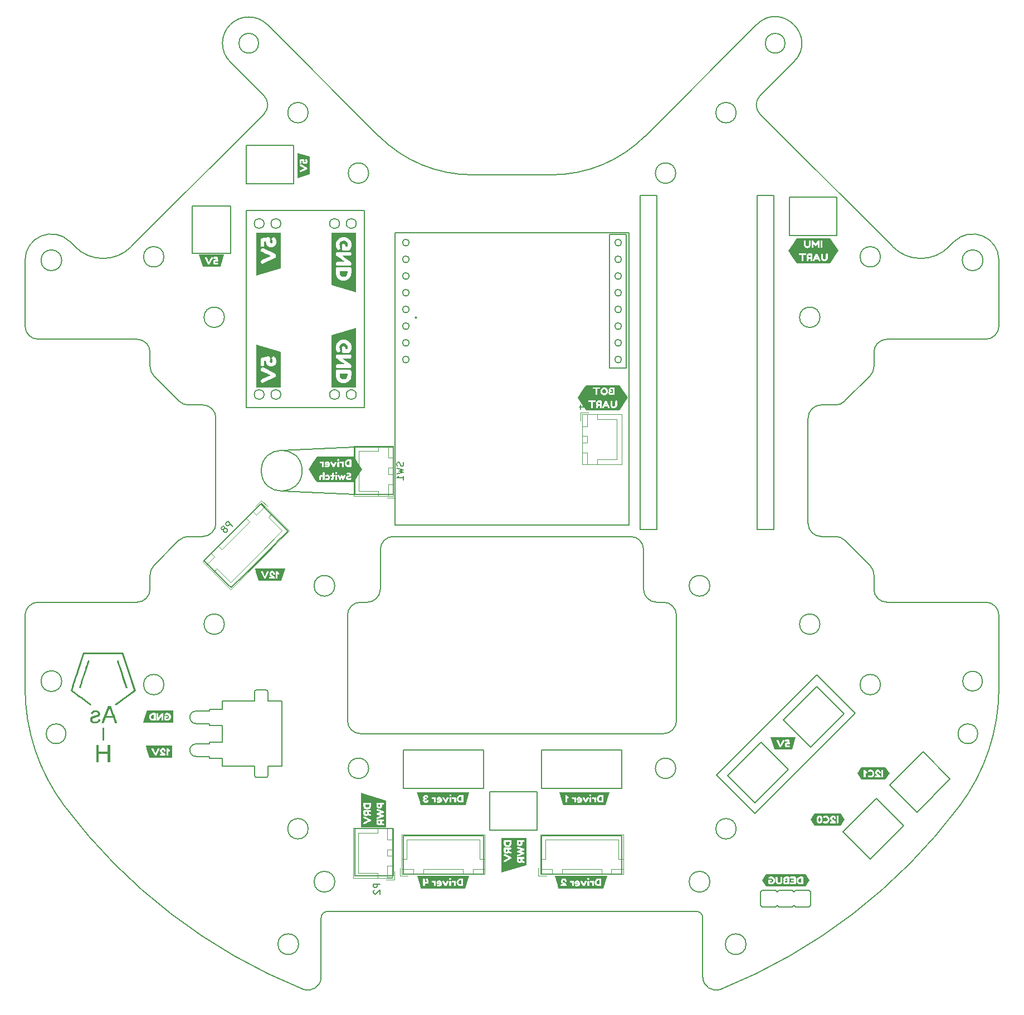
<source format=gbo>
%TF.GenerationSoftware,KiCad,Pcbnew,7.0.10*%
%TF.CreationDate,2024-01-30T15:13:43+08:00*%
%TF.ProjectId,top-rounded,746f702d-726f-4756-9e64-65642e6b6963,rev?*%
%TF.SameCoordinates,Original*%
%TF.FileFunction,Legend,Bot*%
%TF.FilePolarity,Positive*%
%FSLAX46Y46*%
G04 Gerber Fmt 4.6, Leading zero omitted, Abs format (unit mm)*
G04 Created by KiCad (PCBNEW 7.0.10) date 2024-01-30 15:13:43*
%MOMM*%
%LPD*%
G01*
G04 APERTURE LIST*
%ADD10C,0.200000*%
%ADD11C,0.150000*%
%ADD12C,0.120000*%
G04 APERTURE END LIST*
D10*
X143499200Y-64262000D02*
X142178400Y-64262000D01*
X56295166Y-123334524D02*
G75*
G03*
X53195166Y-123334524I-1550000J0D01*
G01*
X53195166Y-123334524D02*
G75*
G03*
X56295166Y-123334524I1550000J0D01*
G01*
X120000000Y-112000000D02*
G75*
G03*
X118000000Y-110000000I-2000000J0D01*
G01*
X69023088Y-45552778D02*
G75*
G03*
X65923088Y-45552778I-1550000J0D01*
G01*
X65923088Y-45552778D02*
G75*
G03*
X69023088Y-45552778I1550000J0D01*
G01*
X112851987Y-148335400D02*
X110819987Y-148335400D01*
X84819987Y-148335400D02*
X83499187Y-148335400D01*
X89819987Y-155493400D02*
X91851987Y-155493400D01*
X97959856Y-154651179D02*
X96639056Y-154651179D01*
X73789730Y-62414222D02*
G75*
G03*
X72289730Y-62414222I-750000J0D01*
G01*
X72289730Y-62414222D02*
G75*
G03*
X73789730Y-62414222I750000J0D01*
G01*
X150585786Y-89414214D02*
X154414214Y-85585786D01*
X157385865Y-147833744D02*
X158319812Y-146899798D01*
X33623847Y-65966990D02*
G75*
G03*
X42109127Y-65966991I4242640J4242637D01*
G01*
X116640000Y-83100000D02*
G75*
G03*
X115620000Y-83100000I-510000J0D01*
G01*
X115620000Y-83100000D02*
G75*
G03*
X116640000Y-83100000I510000J0D01*
G01*
X99991856Y-154651179D02*
X97959856Y-154651179D01*
D11*
X152146000Y-136906000D02*
X146304000Y-131064000D01*
D10*
X56000000Y-141250000D02*
X54000000Y-141250000D01*
X110819987Y-148335400D02*
X110351987Y-148335400D01*
X82003364Y-160276906D02*
X82003364Y-161597706D01*
X86851987Y-148335400D02*
X84819987Y-148335400D01*
X92319987Y-142493400D02*
X94351987Y-142493400D01*
X106058875Y-55000000D02*
X93941125Y-55000000D01*
X80000000Y-112000000D02*
X80000000Y-118000000D01*
X76161364Y-100244906D02*
X76161364Y-99776906D01*
X149352000Y-64262000D02*
X148031200Y-64262000D01*
X149171573Y-110000000D02*
X147000000Y-110000000D01*
X145384558Y-133756793D02*
X146318505Y-132822846D01*
X47102778Y-67473088D02*
G75*
G03*
X44002778Y-67473088I-1550000J0D01*
G01*
X44002778Y-67473088D02*
G75*
G03*
X47102778Y-67473088I1550000J0D01*
G01*
X56000000Y-136050000D02*
X56000000Y-136250000D01*
X154453352Y-150766258D02*
X155387299Y-149832311D01*
X65000000Y-135050000D02*
X62900000Y-135050000D01*
X116672787Y-148335400D02*
X115351987Y-148335400D01*
X137290001Y-58140001D02*
X137290001Y-108940001D01*
X84380000Y-83100000D02*
G75*
G03*
X83360000Y-83100000I-510000J0D01*
G01*
X83360000Y-83100000D02*
G75*
G03*
X84380000Y-83100000I510000J0D01*
G01*
X140270000Y-166116000D02*
X140016000Y-166370000D01*
X82000000Y-110000000D02*
G75*
G03*
X80000000Y-112000000I0J-2000000D01*
G01*
X44999978Y-84171573D02*
G75*
G03*
X45585786Y-85585786I2000122J73D01*
G01*
X122050001Y-58140001D02*
X121380001Y-58140001D01*
X26000000Y-68000000D02*
X26000000Y-78000000D01*
X66785305Y-50555726D02*
X66785305Y-56397726D01*
X149352000Y-58420000D02*
X149352000Y-64262000D01*
X62964505Y-56397726D02*
X60932505Y-56397726D01*
X89819987Y-142493400D02*
X91851987Y-142493400D01*
X105819987Y-161335400D02*
X104499187Y-161335400D01*
X45000000Y-82000000D02*
X45000000Y-84171573D01*
X84380000Y-67860000D02*
G75*
G03*
X83360000Y-67860000I-510000J0D01*
G01*
X83360000Y-67860000D02*
G75*
G03*
X84380000Y-67860000I510000J0D01*
G01*
X62900000Y-144950000D02*
X65000000Y-144950000D01*
X57235324Y-65626585D02*
X57235324Y-66947385D01*
X52000000Y-141550000D02*
G75*
G03*
X52000000Y-143450000I0J-950000D01*
G01*
X82220000Y-108250000D02*
X117780000Y-108250000D01*
X140524000Y-163830000D02*
X142556000Y-163830000D01*
X112851987Y-155493400D02*
X113319987Y-155493400D01*
X82003364Y-97744906D02*
X82003364Y-99776906D01*
X159518216Y-153963229D02*
X158584270Y-154897175D01*
X121380001Y-108940001D02*
X122050001Y-108940001D01*
X150314797Y-154904812D02*
X151248744Y-153970866D01*
X73075000Y-117500000D02*
G75*
G03*
X69925000Y-117500000I-1575000J0D01*
G01*
X69925000Y-117500000D02*
G75*
G03*
X73075000Y-117500000I1575000J0D01*
G01*
X56270551Y-116705934D02*
X56845287Y-117280670D01*
X117780000Y-63800000D02*
X82220000Y-63800000D01*
X64712875Y-110418872D02*
X64923487Y-110208259D01*
X82003364Y-103597706D02*
X76161364Y-103597706D01*
X137833224Y-141308128D02*
X141964141Y-145439045D01*
X142828426Y-37828426D02*
G75*
G03*
X137171574Y-32171574I-2828426J2828426D01*
G01*
X67575000Y-172000000D02*
G75*
G03*
X64425000Y-172000000I-1575000J0D01*
G01*
X64425000Y-172000000D02*
G75*
G03*
X67575000Y-172000000I1575000J0D01*
G01*
X112851987Y-161335400D02*
X110819987Y-161335400D01*
X114859000Y-64054000D02*
X114859000Y-84374000D01*
X104499187Y-161335400D02*
X104499187Y-155493400D01*
X64869730Y-88414222D02*
G75*
G03*
X63369730Y-88414222I-750000J0D01*
G01*
X63369730Y-88414222D02*
G75*
G03*
X64869730Y-88414222I750000J0D01*
G01*
X155000000Y-84171573D02*
X155000000Y-82000000D01*
X116640000Y-78020000D02*
G75*
G03*
X115620000Y-78020000I-510000J0D01*
G01*
X115620000Y-78020000D02*
G75*
G03*
X116640000Y-78020000I510000J0D01*
G01*
X62900000Y-146400000D02*
X62900000Y-144950000D01*
X166589284Y-146892161D02*
X165655338Y-147826108D01*
X116568993Y-84374000D02*
X117399000Y-84374000D01*
X157890873Y-65966991D02*
X137704581Y-45780700D01*
X78000000Y-120000000D02*
X77000000Y-120000000D01*
X76161364Y-102276906D02*
X76161364Y-100244906D01*
X63432505Y-56397726D02*
X62964505Y-56397726D01*
X105819987Y-142493400D02*
X107851987Y-142493400D01*
X28000000Y-80000000D02*
X43000000Y-80000000D01*
X84819987Y-142493400D02*
X86851987Y-142493400D01*
X137704595Y-42952287D02*
G75*
G03*
X137704581Y-45780700I1414205J-1414213D01*
G01*
X102491856Y-154651179D02*
X100459856Y-154651179D01*
X94351987Y-155493400D02*
X95672787Y-155493400D01*
X62295432Y-45780713D02*
G75*
G03*
X62295419Y-42952273I-1414232J1414213D01*
G01*
D11*
X64999999Y-96900000D02*
X76161364Y-96424106D01*
D10*
X110351987Y-148335400D02*
X108319987Y-148335400D01*
X82003364Y-100244906D02*
X82003364Y-102276906D01*
X130075000Y-117500000D02*
G75*
G03*
X126925000Y-117500000I-1575000J0D01*
G01*
X126925000Y-117500000D02*
G75*
G03*
X130075000Y-117500000I1575000J0D01*
G01*
X76161364Y-103597706D02*
X76161364Y-102276906D01*
X157000000Y-80000000D02*
G75*
G03*
X155000000Y-82000000I0J-2000000D01*
G01*
X140016000Y-163830000D02*
X140270000Y-164084000D01*
X137290001Y-108940001D02*
X137960001Y-108940001D01*
X60900000Y-135050000D02*
X57200000Y-135050000D01*
X61150000Y-133350000D02*
G75*
G03*
X60900000Y-133600000I0J-250000D01*
G01*
X78215476Y-54745166D02*
G75*
G03*
X75115476Y-54745166I-1550000J0D01*
G01*
X75115476Y-54745166D02*
G75*
G03*
X78215476Y-54745166I1550000J0D01*
G01*
X56000000Y-143750000D02*
X56000000Y-143950000D01*
X26000000Y-133000000D02*
G75*
G03*
X32000000Y-151000000I30000000J0D01*
G01*
X145096000Y-163830000D02*
X145350000Y-164084000D01*
X56295166Y-76665476D02*
G75*
G03*
X53195166Y-76665476I-1550000J0D01*
G01*
X53195166Y-76665476D02*
G75*
G03*
X56295166Y-76665476I1550000J0D01*
G01*
X139593354Y-147809833D02*
X139262428Y-148140759D01*
X152685585Y-152534025D02*
X153016511Y-152203099D01*
X65453322Y-108672635D02*
X64878586Y-108097899D01*
X57235324Y-59773785D02*
X57235324Y-61094585D01*
X50828427Y-109999978D02*
G75*
G03*
X49414214Y-110585786I73J-2000122D01*
G01*
X106058875Y-55000023D02*
G75*
G03*
X120201010Y-49142136I-75J20000123D01*
G01*
X115351987Y-142493400D02*
X116672787Y-142493400D01*
X83499187Y-155493400D02*
X84819987Y-155493400D01*
X113319987Y-142493400D02*
X115351987Y-142493400D01*
X139830001Y-58140001D02*
X139160001Y-58140001D01*
X61150000Y-146650000D02*
X62650000Y-146650000D01*
X143947717Y-135193634D02*
X145384558Y-133756793D01*
X116640000Y-75480000D02*
G75*
G03*
X115620000Y-75480000I-510000J0D01*
G01*
X115620000Y-75480000D02*
G75*
G03*
X116640000Y-75480000I510000J0D01*
G01*
X142556000Y-166370000D02*
X140524000Y-166370000D01*
X52000000Y-138450000D02*
X54000000Y-138450000D01*
X167171573Y-65171573D02*
X166376154Y-65966991D01*
X62964505Y-50555726D02*
X63432505Y-50555726D01*
X129000000Y-168000000D02*
G75*
G03*
X128000000Y-167000000I-1000000J0D01*
G01*
X51393324Y-59773785D02*
X57235324Y-59773785D01*
X145531200Y-64262000D02*
X143499200Y-64262000D01*
X142556000Y-163830000D02*
X142810000Y-164084000D01*
X84380000Y-65320000D02*
G75*
G03*
X83360000Y-65320000I-510000J0D01*
G01*
X83360000Y-65320000D02*
G75*
G03*
X84380000Y-65320000I510000J0D01*
G01*
X164218497Y-149262949D02*
X163887571Y-149593875D01*
X45585786Y-85585786D02*
X49414214Y-89414214D01*
X139160001Y-58140001D02*
X137960001Y-58140001D01*
X60932505Y-50555726D02*
X62964505Y-50555726D01*
X174000000Y-78000000D02*
X174000000Y-68000000D01*
X53000000Y-110000000D02*
X50828427Y-110000000D01*
X62650000Y-146650000D02*
G75*
G03*
X62900000Y-146400000I0J250000D01*
G01*
X76161364Y-99776906D02*
X76161364Y-97744906D01*
X135575000Y-172000000D02*
G75*
G03*
X132425000Y-172000000I-1575000J0D01*
G01*
X132425000Y-172000000D02*
G75*
G03*
X135575000Y-172000000I1575000J0D01*
G01*
X54000000Y-143750000D02*
X56000000Y-143750000D01*
X133694669Y-145446682D02*
X135131510Y-144009841D01*
X59611705Y-50555726D02*
X60932505Y-50555726D01*
X77579730Y-60414222D02*
X77579730Y-90414222D01*
X84380000Y-80560000D02*
G75*
G03*
X83360000Y-80560000I-510000J0D01*
G01*
X83360000Y-80560000D02*
G75*
G03*
X84380000Y-80560000I510000J0D01*
G01*
X76161364Y-155744906D02*
X76161364Y-154424106D01*
X143064000Y-163830000D02*
X145096000Y-163830000D01*
D11*
X64999999Y-103100000D02*
X76161364Y-103597706D01*
D10*
X105819987Y-148335400D02*
X104499187Y-148335400D01*
X124884524Y-54745166D02*
G75*
G03*
X121784524Y-54745166I-1550000J0D01*
G01*
X121784524Y-54745166D02*
G75*
G03*
X124884524Y-54745166I1550000J0D01*
G01*
X110819987Y-142493400D02*
X112851987Y-142493400D01*
X83499187Y-161335400D02*
X83499187Y-155493400D01*
X145350000Y-164084000D02*
X145350000Y-166116000D01*
X116672787Y-155493400D02*
X116672787Y-161335400D01*
X145999200Y-58420000D02*
X148031200Y-58420000D01*
X103812656Y-154651179D02*
X102491856Y-154651179D01*
X91851987Y-155493400D02*
X92319987Y-155493400D01*
X128999995Y-176993506D02*
G75*
G03*
X131746988Y-178848771I2000005J6D01*
G01*
X76161364Y-157776906D02*
X76161364Y-155744906D01*
X86851987Y-142493400D02*
X87319987Y-142493400D01*
X118000000Y-110000000D02*
X82000000Y-110000000D01*
X108319987Y-148335400D02*
X107851987Y-148335400D01*
X64923487Y-110208259D02*
X65956217Y-109175529D01*
X55000000Y-92000000D02*
G75*
G03*
X53000000Y-90000000I-2000000J0D01*
G01*
X149171573Y-90000022D02*
G75*
G03*
X150585786Y-89414214I-73J2000122D01*
G01*
X162450730Y-151030716D02*
X161516783Y-151964662D01*
X142810000Y-166116000D02*
X142556000Y-166370000D01*
X137171573Y-32171573D02*
X120201010Y-49142136D01*
X96639056Y-148809179D02*
X97959856Y-148809179D01*
X82220000Y-63800000D02*
X82220000Y-108250000D01*
X56000000Y-143950000D02*
X56000000Y-144950000D01*
X140016000Y-166370000D02*
X137984000Y-166370000D01*
X51393324Y-61094585D02*
X51393324Y-59773785D01*
X76161364Y-158244906D02*
X76161364Y-157776906D01*
X89351987Y-161335400D02*
X87319987Y-161335400D01*
X51393324Y-63594585D02*
X51393324Y-63126585D01*
X52000000Y-143450000D02*
X54000000Y-143450000D01*
X84819987Y-161335400D02*
X83499187Y-161335400D01*
X65956217Y-109175529D02*
X65453322Y-108672635D01*
X87319987Y-155493400D02*
X89351987Y-155493400D01*
X148031200Y-64262000D02*
X145999200Y-64262000D01*
X82003364Y-154424106D02*
X82003364Y-155744906D01*
X59579730Y-90414222D02*
X59579730Y-60414222D01*
X58591524Y-116540223D02*
X59620186Y-115511560D01*
X54000000Y-138750000D02*
X56000000Y-138750000D01*
X110819987Y-155493400D02*
X112851987Y-155493400D01*
X105819987Y-155493400D02*
X107851987Y-155493400D01*
X95672787Y-148335400D02*
X94351987Y-148335400D01*
X134076912Y-154447222D02*
G75*
G03*
X130976912Y-154447222I-1550000J0D01*
G01*
X130976912Y-154447222D02*
G75*
G03*
X134076912Y-154447222I1550000J0D01*
G01*
X149515476Y-137887711D02*
X148078635Y-139324552D01*
X76161364Y-96424106D02*
X82003364Y-96424106D01*
X62900000Y-135050000D02*
X62900000Y-133600000D01*
D11*
X131064000Y-146304000D02*
X136906000Y-152146000D01*
D10*
X160087579Y-145132031D02*
X161524420Y-143695190D01*
X50828427Y-90000000D02*
X53000000Y-90000000D01*
X143064000Y-166370000D02*
X142810000Y-166116000D01*
X154414207Y-85585779D02*
G75*
G03*
X155000000Y-84171573I-1414107J1414179D01*
G01*
X116640000Y-70400000D02*
G75*
G03*
X115620000Y-70400000I-510000J0D01*
G01*
X115620000Y-70400000D02*
G75*
G03*
X116640000Y-70400000I510000J0D01*
G01*
X84380000Y-75480000D02*
G75*
G03*
X83360000Y-75480000I-510000J0D01*
G01*
X83360000Y-75480000D02*
G75*
G03*
X84380000Y-75480000I510000J0D01*
G01*
X95672787Y-142493400D02*
X95672787Y-148335400D01*
X115351987Y-155493400D02*
X116672787Y-155493400D01*
X53217264Y-113652647D02*
X56270551Y-116705934D01*
X119510001Y-108940001D02*
X120180001Y-108940001D01*
X122050001Y-108940001D02*
X122050001Y-58140001D01*
X146804834Y-76665476D02*
G75*
G03*
X143704834Y-76665476I-1550000J0D01*
G01*
X143704834Y-76665476D02*
G75*
G03*
X146804834Y-76665476I1550000J0D01*
G01*
X170782032Y-140000000D02*
G75*
G03*
X167782032Y-140000000I-1500000J0D01*
G01*
X167782032Y-140000000D02*
G75*
G03*
X170782032Y-140000000I1500000J0D01*
G01*
X161516783Y-151964662D02*
X157385865Y-147833744D01*
X45000000Y-115828427D02*
X45000000Y-118000000D01*
X115609000Y-84374000D02*
X116568993Y-84374000D01*
X119510001Y-58140001D02*
X119510001Y-108940001D01*
X76329730Y-88414222D02*
G75*
G03*
X74829730Y-88414222I-750000J0D01*
G01*
X74829730Y-88414222D02*
G75*
G03*
X76329730Y-88414222I750000J0D01*
G01*
X150585779Y-110585793D02*
G75*
G03*
X149171573Y-110000000I-1414179J-1414107D01*
G01*
X137984000Y-166370000D02*
X137730000Y-166116000D01*
X147747709Y-139655478D02*
X146310868Y-141092319D01*
X137730000Y-164084000D02*
X137984000Y-163830000D01*
X62828426Y-32171574D02*
G75*
G03*
X57171574Y-37828426I-2828426J-2828426D01*
G01*
X26000000Y-122000000D02*
X26000000Y-133000000D01*
X103812656Y-148809179D02*
X103812656Y-154651179D01*
X146318505Y-132822846D02*
X150449423Y-136953764D01*
X137825587Y-149577600D02*
X136891640Y-150511547D01*
X139262428Y-148140759D02*
X137825587Y-149577600D01*
X82003364Y-155744906D02*
X82003364Y-157776906D01*
X104499187Y-155493400D02*
X105819987Y-155493400D01*
X162458366Y-142761243D02*
X166589284Y-146892161D01*
X114859000Y-84374000D02*
X115609000Y-84374000D01*
X64869730Y-62414222D02*
G75*
G03*
X63369730Y-62414222I-750000J0D01*
G01*
X63369730Y-62414222D02*
G75*
G03*
X64869730Y-62414222I750000J0D01*
G01*
X45585793Y-114414221D02*
G75*
G03*
X45000000Y-115828427I1414107J-1414179D01*
G01*
X92319987Y-161335400D02*
X91851987Y-161335400D01*
X47102778Y-132526912D02*
G75*
G03*
X44002778Y-132526912I-1550000J0D01*
G01*
X44002778Y-132526912D02*
G75*
G03*
X47102778Y-132526912I1550000J0D01*
G01*
X131746988Y-178848771D02*
G75*
G03*
X168000000Y-151000000I-31746988J78848771D01*
G01*
X82003364Y-96424106D02*
X82003364Y-97744906D01*
X87319987Y-148335400D02*
X86851987Y-148335400D01*
X137960001Y-58140001D02*
X137290001Y-58140001D01*
X139160001Y-108940001D02*
X139830001Y-108940001D01*
X78215476Y-145254834D02*
G75*
G03*
X75115476Y-145254834I-1550000J0D01*
G01*
X75115476Y-145254834D02*
G75*
G03*
X78215476Y-145254834I1550000J0D01*
G01*
X91851987Y-148335400D02*
X89819987Y-148335400D01*
X142178400Y-64262000D02*
X142178400Y-58420000D01*
X145999200Y-64262000D02*
X145531200Y-64262000D01*
X150449423Y-136953764D02*
X149515476Y-137887711D01*
X155387299Y-149832311D02*
X159518216Y-153963229D01*
X173999999Y-68000000D02*
G75*
G03*
X167171574Y-65171574I-3999999J0D01*
G01*
X43000000Y-120000000D02*
X28000000Y-120000000D01*
X51393324Y-63126585D02*
X51393324Y-61094585D01*
X134076912Y-45552778D02*
G75*
G03*
X130976912Y-45552778I-1550000J0D01*
G01*
X130976912Y-45552778D02*
G75*
G03*
X134076912Y-45552778I1550000J0D01*
G01*
X154414214Y-114414214D02*
X150585786Y-110585786D01*
X141500000Y-35000000D02*
G75*
G03*
X138500000Y-35000000I-1500000J0D01*
G01*
X138500000Y-35000000D02*
G75*
G03*
X141500000Y-35000000I1500000J0D01*
G01*
X78000000Y-120000000D02*
G75*
G03*
X80000000Y-118000000I0J2000000D01*
G01*
X141030195Y-146372992D02*
X139593354Y-147809833D01*
X71000000Y-176993506D02*
X71000000Y-168000000D01*
X155997222Y-67473088D02*
G75*
G03*
X152897222Y-67473088I-1550000J0D01*
G01*
X152897222Y-67473088D02*
G75*
G03*
X155997222Y-67473088I1550000J0D01*
G01*
X77579730Y-90414222D02*
X59579730Y-90414222D01*
X124884524Y-145254834D02*
G75*
G03*
X121784524Y-145254834I-1550000J0D01*
G01*
X121784524Y-145254834D02*
G75*
G03*
X124884524Y-145254834I1550000J0D01*
G01*
X82003364Y-157776906D02*
X82003364Y-158244906D01*
X92319987Y-148335400D02*
X91851987Y-148335400D01*
X59579730Y-60414222D02*
X77579730Y-60414222D01*
X60900000Y-133600000D02*
X60900000Y-135050000D01*
X86851987Y-155493400D02*
X87319987Y-155493400D01*
X57235324Y-66947385D02*
X51393324Y-66947385D01*
X82003364Y-102276906D02*
X82003364Y-103597706D01*
X60900000Y-144950000D02*
X60900000Y-146400000D01*
X110819987Y-161335400D02*
X110351987Y-161335400D01*
X57200000Y-135050000D02*
X56000000Y-135050000D01*
X55000000Y-92000000D02*
X55000000Y-108000000D01*
X56000000Y-144950000D02*
X57200000Y-144950000D01*
X158584270Y-154897175D02*
X157147429Y-156334016D01*
X157000000Y-80000000D02*
X172000000Y-80000000D01*
X147000000Y-90000000D02*
X149171573Y-90000000D01*
X157147429Y-156334016D02*
X156816503Y-156664942D01*
X77000000Y-140000000D02*
X123000000Y-140000000D01*
X56845287Y-117280670D02*
X57348182Y-117783565D01*
X142179950Y-136961401D02*
X143616791Y-135524560D01*
X151248744Y-153970866D02*
X152685585Y-152534025D01*
X92319987Y-155493400D02*
X94351987Y-155493400D01*
X155000000Y-118000000D02*
G75*
G03*
X157000000Y-120000000I2000000J0D01*
G01*
D11*
X146304000Y-131064000D02*
X131064000Y-146304000D01*
D10*
X58380911Y-116750835D02*
X58591524Y-116540223D01*
X104499187Y-148335400D02*
X104499187Y-142493400D01*
X57200000Y-144950000D02*
X60900000Y-144950000D01*
X83499187Y-142493400D02*
X84819987Y-142493400D01*
X142178400Y-58420000D02*
X143499200Y-58420000D01*
X129000000Y-168000000D02*
X129000000Y-176993506D01*
X75000000Y-138000000D02*
G75*
G03*
X77000000Y-140000000I2000000J0D01*
G01*
X59620186Y-115511560D02*
X63684212Y-111447534D01*
X83499187Y-148335400D02*
X83499187Y-142493400D01*
X99991856Y-148809179D02*
X100459856Y-148809179D01*
X113319987Y-155493400D02*
X115351987Y-155493400D01*
X130075000Y-162500000D02*
G75*
G03*
X126925000Y-162500000I-1575000J0D01*
G01*
X126925000Y-162500000D02*
G75*
G03*
X130075000Y-162500000I1575000J0D01*
G01*
X115351987Y-148335400D02*
X113319987Y-148335400D01*
X65464505Y-50555726D02*
X66785305Y-50555726D01*
X54000000Y-141550000D02*
X52000000Y-141550000D01*
X145000000Y-108000000D02*
X145000000Y-92000000D01*
X94351987Y-142493400D02*
X95672787Y-142493400D01*
X132760722Y-146380629D02*
X133694669Y-145446682D01*
X116672787Y-142493400D02*
X116672787Y-148335400D01*
X117399000Y-84374000D02*
X117399000Y-64054000D01*
X87319987Y-161335400D02*
X86851987Y-161335400D01*
X56000000Y-138750000D02*
X56000000Y-141250000D01*
X174000000Y-133000000D02*
X174000000Y-122000000D01*
X112851987Y-142493400D02*
X113319987Y-142493400D01*
X57348182Y-117783565D02*
X58380911Y-116750835D01*
X84380000Y-72940000D02*
G75*
G03*
X83360000Y-72940000I-510000J0D01*
G01*
X83360000Y-72940000D02*
G75*
G03*
X84380000Y-72940000I510000J0D01*
G01*
X33623846Y-65966991D02*
X32828427Y-65171573D01*
X91851987Y-161335400D02*
X89819987Y-161335400D01*
X110351987Y-142493400D02*
X110819987Y-142493400D01*
X117399000Y-64054000D02*
X116568993Y-64054000D01*
X120000000Y-118000000D02*
G75*
G03*
X122000000Y-120000000I2000000J0D01*
G01*
X68099999Y-100000000D02*
G75*
G03*
X61899999Y-100000000I-3100000J0D01*
G01*
X61899999Y-100000000D02*
G75*
G03*
X68099999Y-100000000I3100000J0D01*
G01*
X116640000Y-72940000D02*
G75*
G03*
X115620000Y-72940000I-510000J0D01*
G01*
X115620000Y-72940000D02*
G75*
G03*
X116640000Y-72940000I510000J0D01*
G01*
X76161364Y-97744906D02*
X76161364Y-96424106D01*
X32217968Y-140000000D02*
G75*
G03*
X29217968Y-140000000I-1500000J0D01*
G01*
X29217968Y-140000000D02*
G75*
G03*
X32217968Y-140000000I1500000J0D01*
G01*
X148078635Y-139324552D02*
X147747709Y-139655478D01*
X56000000Y-135050000D02*
X56000000Y-136050000D01*
X54000000Y-143450000D02*
X54000000Y-143750000D01*
X60932505Y-56397726D02*
X59611705Y-56397726D01*
X146310868Y-141092319D02*
X145376921Y-142026265D01*
X139830001Y-108940001D02*
X139830001Y-58140001D01*
X147000000Y-90000000D02*
G75*
G03*
X145000000Y-92000000I0J-2000000D01*
G01*
X108319987Y-161335400D02*
X107851987Y-161335400D01*
X113319987Y-161335400D02*
X112851987Y-161335400D01*
X116640000Y-65320000D02*
G75*
G03*
X115620000Y-65320000I-510000J0D01*
G01*
X115620000Y-65320000D02*
G75*
G03*
X116640000Y-65320000I510000J0D01*
G01*
X82003364Y-161597706D02*
X76161364Y-161597706D01*
X135131510Y-144009841D02*
X135462436Y-143678915D01*
X62329730Y-62414222D02*
G75*
G03*
X60829730Y-62414222I-750000J0D01*
G01*
X60829730Y-62414222D02*
G75*
G03*
X62329730Y-62414222I750000J0D01*
G01*
X108319987Y-155493400D02*
X110351987Y-155493400D01*
X107851987Y-155493400D02*
X108319987Y-155493400D01*
X135462436Y-143678915D02*
X136899277Y-142242074D01*
X72000000Y-167000000D02*
X128000000Y-167000000D01*
X100459856Y-154651179D02*
X99991856Y-154651179D01*
X136891640Y-150511547D02*
X132760722Y-146380629D01*
X165655338Y-147826108D02*
X164218497Y-149262949D01*
X116568993Y-64054000D02*
X115609000Y-64054000D01*
X63432505Y-50555726D02*
X65464505Y-50555726D01*
X158319812Y-146899798D02*
X159756653Y-145462957D01*
X49414221Y-89414207D02*
G75*
G03*
X50828427Y-90000000I1414179J1414107D01*
G01*
X52000000Y-136550000D02*
G75*
G03*
X52000000Y-138450000I0J-950000D01*
G01*
X146804834Y-123334524D02*
G75*
G03*
X143704834Y-123334524I-1550000J0D01*
G01*
X143704834Y-123334524D02*
G75*
G03*
X146804834Y-123334524I1550000J0D01*
G01*
X45000000Y-82000000D02*
G75*
G03*
X43000000Y-80000000I-2000000J0D01*
G01*
X59611705Y-56397726D02*
X59611705Y-50555726D01*
X116640000Y-80560000D02*
G75*
G03*
X115620000Y-80560000I-510000J0D01*
G01*
X115620000Y-80560000D02*
G75*
G03*
X116640000Y-80560000I510000J0D01*
G01*
X73789730Y-88414222D02*
G75*
G03*
X72289730Y-88414222I-750000J0D01*
G01*
X72289730Y-88414222D02*
G75*
G03*
X73789730Y-88414222I750000J0D01*
G01*
X89351987Y-155493400D02*
X89819987Y-155493400D01*
X69023088Y-154447222D02*
G75*
G03*
X65923088Y-154447222I-1550000J0D01*
G01*
X65923088Y-154447222D02*
G75*
G03*
X69023088Y-154447222I1550000J0D01*
G01*
X53000000Y-110000000D02*
G75*
G03*
X55000000Y-108000000I0J2000000D01*
G01*
X120180001Y-108940001D02*
X121380001Y-108940001D01*
X137960001Y-108940001D02*
X139160001Y-108940001D01*
X123000000Y-120000000D02*
X122000000Y-120000000D01*
X57235324Y-61094585D02*
X57235324Y-63126585D01*
X31575000Y-132000000D02*
G75*
G03*
X28425000Y-132000000I-1575000J0D01*
G01*
X28425000Y-132000000D02*
G75*
G03*
X31575000Y-132000000I1575000J0D01*
G01*
X31575000Y-68000000D02*
G75*
G03*
X28425000Y-68000000I-1575000J0D01*
G01*
X28425000Y-68000000D02*
G75*
G03*
X31575000Y-68000000I1575000J0D01*
G01*
X54000000Y-136550000D02*
X52000000Y-136550000D01*
X76161364Y-160276906D02*
X76161364Y-158244906D01*
X89351987Y-142493400D02*
X89819987Y-142493400D01*
X89819987Y-148335400D02*
X89351987Y-148335400D01*
X143616791Y-135524560D02*
X143947717Y-135193634D01*
X79798998Y-49142128D02*
G75*
G03*
X93941125Y-55000000I14142102J14142028D01*
G01*
X120000000Y-118000000D02*
X120000000Y-112000000D01*
X95672787Y-155493400D02*
X95672787Y-161335400D01*
X171500000Y-132000000D02*
G75*
G03*
X168500000Y-132000000I-1500000J0D01*
G01*
X168500000Y-132000000D02*
G75*
G03*
X171500000Y-132000000I1500000J0D01*
G01*
X84819987Y-155493400D02*
X86851987Y-155493400D01*
X82003364Y-99776906D02*
X82003364Y-100244906D01*
X145000000Y-108000000D02*
G75*
G03*
X147000000Y-110000000I2000000J0D01*
G01*
X64878586Y-108097899D02*
X61825299Y-105044612D01*
X145376921Y-142026265D02*
X141246004Y-137895348D01*
X76329730Y-62414222D02*
G75*
G03*
X74829730Y-62414222I-750000J0D01*
G01*
X74829730Y-62414222D02*
G75*
G03*
X76329730Y-62414222I750000J0D01*
G01*
X85522000Y-76754000D02*
G75*
G03*
X85268000Y-76754000I-127000J0D01*
G01*
X85268000Y-76754000D02*
G75*
G03*
X85522000Y-76754000I127000J0D01*
G01*
X89819987Y-161335400D02*
X89351987Y-161335400D01*
X57235324Y-63126585D02*
X57235324Y-63594585D01*
X62295419Y-45780700D02*
X42109127Y-65966991D01*
X62900000Y-133600000D02*
G75*
G03*
X62650000Y-133350000I-250000J0D01*
G01*
X62329730Y-88414222D02*
G75*
G03*
X60829730Y-88414222I-750000J0D01*
G01*
X60829730Y-88414222D02*
G75*
G03*
X62329730Y-88414222I750000J0D01*
G01*
X145096000Y-166370000D02*
X143064000Y-166370000D01*
X172000000Y-120000000D02*
X157000000Y-120000000D01*
X117780000Y-108250000D02*
X117780000Y-63800000D01*
X51393324Y-65626585D02*
X51393324Y-63594585D01*
X110351987Y-155493400D02*
X110819987Y-155493400D01*
X154445715Y-159035730D02*
X150314797Y-154904812D01*
X89351987Y-148335400D02*
X87319987Y-148335400D01*
X155000022Y-115828427D02*
G75*
G03*
X154414214Y-114414214I-2000122J-73D01*
G01*
X43000000Y-120000000D02*
G75*
G03*
X45000000Y-118000000I0J2000000D01*
G01*
X73075000Y-162500000D02*
G75*
G03*
X69925000Y-162500000I-1575000J0D01*
G01*
X69925000Y-162500000D02*
G75*
G03*
X73075000Y-162500000I1575000J0D01*
G01*
X79798990Y-49142136D02*
X62828427Y-32171573D01*
X107851987Y-142493400D02*
X108319987Y-142493400D01*
X142810000Y-164084000D02*
X143064000Y-163830000D01*
X63684212Y-111447534D02*
X64712875Y-110418872D01*
D11*
X136906000Y-152146000D02*
X152146000Y-136906000D01*
D10*
X136899277Y-142242074D02*
X137833224Y-141308128D01*
X94351987Y-161335400D02*
X92319987Y-161335400D01*
X141246004Y-137895348D02*
X142179950Y-136961401D01*
X54000000Y-141250000D02*
X54000000Y-141550000D01*
X153016511Y-152203099D02*
X154453352Y-150766258D01*
X28000000Y-120000000D02*
G75*
G03*
X26000000Y-122000000I0J-2000000D01*
G01*
X57171573Y-37828427D02*
X62295419Y-42952273D01*
X137730000Y-166116000D02*
X137730000Y-164084000D01*
X174000000Y-122000000D02*
G75*
G03*
X172000000Y-120000000I-2000000J0D01*
G01*
X84380000Y-78020000D02*
G75*
G03*
X83360000Y-78020000I-510000J0D01*
G01*
X83360000Y-78020000D02*
G75*
G03*
X84380000Y-78020000I510000J0D01*
G01*
X123000000Y-140000000D02*
G75*
G03*
X125000000Y-138000000I0J2000000D01*
G01*
X157890874Y-65966990D02*
G75*
G03*
X166376154Y-65966991I4242640J4242637D01*
G01*
X145350000Y-166116000D02*
X145096000Y-166370000D01*
X75000000Y-122000000D02*
X75000000Y-138000000D01*
X120180001Y-58140001D02*
X119510001Y-58140001D01*
X97959856Y-148809179D02*
X99991856Y-148809179D01*
X65000000Y-144950000D02*
X65000000Y-135050000D01*
X54000000Y-138450000D02*
X54000000Y-138750000D01*
X84380000Y-70400000D02*
G75*
G03*
X83360000Y-70400000I-510000J0D01*
G01*
X83360000Y-70400000D02*
G75*
G03*
X84380000Y-70400000I510000J0D01*
G01*
X91851987Y-142493400D02*
X92319987Y-142493400D01*
X116640000Y-67860000D02*
G75*
G03*
X115620000Y-67860000I-510000J0D01*
G01*
X115620000Y-67860000D02*
G75*
G03*
X116640000Y-67860000I510000J0D01*
G01*
X66785305Y-56397726D02*
X65464505Y-56397726D01*
X125000000Y-138000000D02*
X125000000Y-122000000D01*
X96639056Y-154651179D02*
X96639056Y-148809179D01*
X137984000Y-163830000D02*
X140016000Y-163830000D01*
X115609000Y-64054000D02*
X114859000Y-64054000D01*
X100459856Y-148809179D02*
X102491856Y-148809179D01*
X61825299Y-105044612D02*
X53217264Y-113652647D01*
X76161364Y-154424106D02*
X82003364Y-154424106D01*
X171575000Y-68000000D02*
G75*
G03*
X168425000Y-68000000I-1575000J0D01*
G01*
X168425000Y-68000000D02*
G75*
G03*
X171575000Y-68000000I1575000J0D01*
G01*
X156816503Y-156664942D02*
X155379662Y-158101783D01*
X56000000Y-136250000D02*
X54000000Y-136250000D01*
X54000000Y-136250000D02*
X54000000Y-136550000D01*
X155000000Y-118000000D02*
X155000000Y-115828427D01*
X145531200Y-58420000D02*
X145999200Y-58420000D01*
X94351987Y-148335400D02*
X92319987Y-148335400D01*
X107851987Y-161335400D02*
X105819987Y-161335400D01*
X32000001Y-150999999D02*
G75*
G03*
X68253012Y-178848770I67999999J50999999D01*
G01*
X113319987Y-148335400D02*
X112851987Y-148335400D01*
X86851987Y-161335400D02*
X84819987Y-161335400D01*
X32828427Y-65171573D02*
G75*
G03*
X26000000Y-68000000I-2828427J-2828427D01*
G01*
X172000000Y-80000000D02*
G75*
G03*
X174000000Y-78000000I0J2000000D01*
G01*
X51393324Y-66947385D02*
X51393324Y-65626585D01*
X60900000Y-146400000D02*
G75*
G03*
X61150000Y-146650000I250000J0D01*
G01*
X61500000Y-35000000D02*
G75*
G03*
X58500000Y-35000000I-1500000J0D01*
G01*
X58500000Y-35000000D02*
G75*
G03*
X61500000Y-35000000I1500000J0D01*
G01*
X104499187Y-142493400D02*
X105819987Y-142493400D01*
X148031200Y-58420000D02*
X149352000Y-58420000D01*
X68253014Y-178848766D02*
G75*
G03*
X71000000Y-176993506I746986J1855266D01*
G01*
X26000000Y-78000000D02*
G75*
G03*
X28000000Y-80000000I2000000J0D01*
G01*
X102491856Y-148809179D02*
X103812656Y-148809179D01*
X62650000Y-133350000D02*
X61150000Y-133350000D01*
X49414214Y-110585786D02*
X45585786Y-114414214D01*
X115351987Y-161335400D02*
X113319987Y-161335400D01*
X168000000Y-151000000D02*
G75*
G03*
X174000000Y-133000000I-24000000J18000000D01*
G01*
X116672787Y-161335400D02*
X115351987Y-161335400D01*
X110351987Y-161335400D02*
X108319987Y-161335400D01*
X161524420Y-143695190D02*
X162458366Y-142761243D01*
X140524000Y-166370000D02*
X140270000Y-166116000D01*
X159756653Y-145462957D02*
X160087579Y-145132031D01*
X125000000Y-122000000D02*
G75*
G03*
X123000000Y-120000000I-2000000J0D01*
G01*
X65464505Y-56397726D02*
X63432505Y-56397726D01*
X121380001Y-58140001D02*
X120180001Y-58140001D01*
X77000000Y-120000000D02*
G75*
G03*
X75000000Y-122000000I0J-2000000D01*
G01*
X95672787Y-161335400D02*
X94351987Y-161335400D01*
X72000000Y-167000000D02*
G75*
G03*
X71000000Y-168000000I0J-1000000D01*
G01*
X107851987Y-148335400D02*
X105819987Y-148335400D01*
X108319987Y-142493400D02*
X110351987Y-142493400D01*
X137704581Y-42952273D02*
X142828427Y-37828427D01*
X76161364Y-161597706D02*
X76161364Y-160276906D01*
X155379662Y-158101783D02*
X154445715Y-159035730D01*
X57235324Y-63594585D02*
X57235324Y-65626585D01*
X141964141Y-145439045D02*
X141030195Y-146372992D01*
X143499200Y-58420000D02*
X145531200Y-58420000D01*
X87319987Y-142493400D02*
X89351987Y-142493400D01*
X155997222Y-132526912D02*
G75*
G03*
X152897222Y-132526912I-1550000J0D01*
G01*
X152897222Y-132526912D02*
G75*
G03*
X155997222Y-132526912I1550000J0D01*
G01*
X163887571Y-149593875D02*
X162450730Y-151030716D01*
X140270000Y-164084000D02*
X140524000Y-163830000D01*
X82003364Y-158244906D02*
X82003364Y-160276906D01*
D11*
X79956819Y-162837905D02*
X78956819Y-162837905D01*
X78956819Y-162837905D02*
X78956819Y-163218857D01*
X78956819Y-163218857D02*
X79004438Y-163314095D01*
X79004438Y-163314095D02*
X79052057Y-163361714D01*
X79052057Y-163361714D02*
X79147295Y-163409333D01*
X79147295Y-163409333D02*
X79290152Y-163409333D01*
X79290152Y-163409333D02*
X79385390Y-163361714D01*
X79385390Y-163361714D02*
X79433009Y-163314095D01*
X79433009Y-163314095D02*
X79480628Y-163218857D01*
X79480628Y-163218857D02*
X79480628Y-162837905D01*
X79052057Y-163790286D02*
X79004438Y-163837905D01*
X79004438Y-163837905D02*
X78956819Y-163933143D01*
X78956819Y-163933143D02*
X78956819Y-164171238D01*
X78956819Y-164171238D02*
X79004438Y-164266476D01*
X79004438Y-164266476D02*
X79052057Y-164314095D01*
X79052057Y-164314095D02*
X79147295Y-164361714D01*
X79147295Y-164361714D02*
X79242533Y-164361714D01*
X79242533Y-164361714D02*
X79385390Y-164314095D01*
X79385390Y-164314095D02*
X79956819Y-163742667D01*
X79956819Y-163742667D02*
X79956819Y-164361714D01*
X83459200Y-98722667D02*
X83506819Y-98865524D01*
X83506819Y-98865524D02*
X83506819Y-99103619D01*
X83506819Y-99103619D02*
X83459200Y-99198857D01*
X83459200Y-99198857D02*
X83411580Y-99246476D01*
X83411580Y-99246476D02*
X83316342Y-99294095D01*
X83316342Y-99294095D02*
X83221104Y-99294095D01*
X83221104Y-99294095D02*
X83125866Y-99246476D01*
X83125866Y-99246476D02*
X83078247Y-99198857D01*
X83078247Y-99198857D02*
X83030628Y-99103619D01*
X83030628Y-99103619D02*
X82983009Y-98913143D01*
X82983009Y-98913143D02*
X82935390Y-98817905D01*
X82935390Y-98817905D02*
X82887771Y-98770286D01*
X82887771Y-98770286D02*
X82792533Y-98722667D01*
X82792533Y-98722667D02*
X82697295Y-98722667D01*
X82697295Y-98722667D02*
X82602057Y-98770286D01*
X82602057Y-98770286D02*
X82554438Y-98817905D01*
X82554438Y-98817905D02*
X82506819Y-98913143D01*
X82506819Y-98913143D02*
X82506819Y-99151238D01*
X82506819Y-99151238D02*
X82554438Y-99294095D01*
X82506819Y-99627429D02*
X83506819Y-99865524D01*
X83506819Y-99865524D02*
X82792533Y-100056000D01*
X82792533Y-100056000D02*
X83506819Y-100246476D01*
X83506819Y-100246476D02*
X82506819Y-100484572D01*
X83506819Y-101389333D02*
X83506819Y-100817905D01*
X83506819Y-101103619D02*
X82506819Y-101103619D01*
X82506819Y-101103619D02*
X82649676Y-101008381D01*
X82649676Y-101008381D02*
X82744914Y-100913143D01*
X82744914Y-100913143D02*
X82792533Y-100817905D01*
X57530637Y-108399114D02*
X56823530Y-107692008D01*
X56823530Y-107692008D02*
X56554156Y-107961382D01*
X56554156Y-107961382D02*
X56520484Y-108062397D01*
X56520484Y-108062397D02*
X56520484Y-108129740D01*
X56520484Y-108129740D02*
X56554156Y-108230756D01*
X56554156Y-108230756D02*
X56655171Y-108331771D01*
X56655171Y-108331771D02*
X56756187Y-108365443D01*
X56756187Y-108365443D02*
X56823530Y-108365443D01*
X56823530Y-108365443D02*
X56924545Y-108331771D01*
X56924545Y-108331771D02*
X57193919Y-108062397D01*
X56318454Y-108803175D02*
X56352126Y-108702160D01*
X56352126Y-108702160D02*
X56352126Y-108634817D01*
X56352126Y-108634817D02*
X56318454Y-108533801D01*
X56318454Y-108533801D02*
X56284782Y-108500130D01*
X56284782Y-108500130D02*
X56183767Y-108466458D01*
X56183767Y-108466458D02*
X56116423Y-108466458D01*
X56116423Y-108466458D02*
X56015408Y-108500130D01*
X56015408Y-108500130D02*
X55880721Y-108634817D01*
X55880721Y-108634817D02*
X55847049Y-108735832D01*
X55847049Y-108735832D02*
X55847049Y-108803175D01*
X55847049Y-108803175D02*
X55880721Y-108904191D01*
X55880721Y-108904191D02*
X55914393Y-108937862D01*
X55914393Y-108937862D02*
X56015408Y-108971534D01*
X56015408Y-108971534D02*
X56082752Y-108971534D01*
X56082752Y-108971534D02*
X56183767Y-108937862D01*
X56183767Y-108937862D02*
X56318454Y-108803175D01*
X56318454Y-108803175D02*
X56419469Y-108769504D01*
X56419469Y-108769504D02*
X56486813Y-108769504D01*
X56486813Y-108769504D02*
X56587828Y-108803175D01*
X56587828Y-108803175D02*
X56722515Y-108937862D01*
X56722515Y-108937862D02*
X56756187Y-109038878D01*
X56756187Y-109038878D02*
X56756187Y-109106221D01*
X56756187Y-109106221D02*
X56722515Y-109207236D01*
X56722515Y-109207236D02*
X56587828Y-109341923D01*
X56587828Y-109341923D02*
X56486813Y-109375595D01*
X56486813Y-109375595D02*
X56419469Y-109375595D01*
X56419469Y-109375595D02*
X56318454Y-109341923D01*
X56318454Y-109341923D02*
X56183767Y-109207236D01*
X56183767Y-109207236D02*
X56150095Y-109106221D01*
X56150095Y-109106221D02*
X56150095Y-109038878D01*
X56150095Y-109038878D02*
X56183767Y-108937862D01*
X111331333Y-89624819D02*
X111331333Y-90339104D01*
X111331333Y-90339104D02*
X111378952Y-90481961D01*
X111378952Y-90481961D02*
X111474190Y-90577200D01*
X111474190Y-90577200D02*
X111617047Y-90624819D01*
X111617047Y-90624819D02*
X111712285Y-90624819D01*
X110426571Y-89958152D02*
X110426571Y-90624819D01*
X110664666Y-89577200D02*
X110902761Y-90291485D01*
X110902761Y-90291485D02*
X110283714Y-90291485D01*
%TO.C,kibuzzard-65B874B6*%
G36*
X143981488Y-162606038D02*
G01*
X143827500Y-162606038D01*
X143718756Y-162584805D01*
X143621125Y-162521106D01*
X143552069Y-162425261D01*
X143529050Y-162307587D01*
X143551473Y-162189517D01*
X143618744Y-162092481D01*
X143716177Y-162027592D01*
X143829088Y-162005963D01*
X143981488Y-162005963D01*
X143981488Y-162606038D01*
G37*
G36*
X141851063Y-162606038D02*
G01*
X141590713Y-162606038D01*
X141515703Y-162579050D01*
X141490700Y-162498088D01*
X141499431Y-162437763D01*
X141528800Y-162406013D01*
X141617700Y-162393313D01*
X141703425Y-162371088D01*
X141732000Y-162279806D01*
X141702631Y-162188525D01*
X141605000Y-162166300D01*
X141528800Y-162132963D01*
X141524038Y-162075812D01*
X141550231Y-162020250D01*
X141628813Y-162004375D01*
X141851063Y-162004375D01*
X141851063Y-162606038D01*
G37*
G36*
X145214799Y-162306000D02*
G01*
X144593204Y-163238392D01*
X144262475Y-163238392D01*
X143832263Y-163238392D01*
X142376525Y-163238392D01*
X141574838Y-163238392D01*
X140596144Y-163238392D01*
X139392025Y-163238392D01*
X138947525Y-163238392D01*
X138616796Y-163238392D01*
X138237559Y-162669537D01*
X138947525Y-162669537D01*
X138991975Y-162766375D01*
X139066984Y-162826799D01*
X139158662Y-162869959D01*
X139267009Y-162895855D01*
X139392025Y-162904487D01*
X139506424Y-162893325D01*
X139613084Y-162859839D01*
X139712005Y-162804029D01*
X139803188Y-162725894D01*
X139879586Y-162631983D01*
X139934156Y-162528845D01*
X139966898Y-162416480D01*
X139973253Y-162345687D01*
X140081000Y-162345687D01*
X140089136Y-162448081D01*
X140113544Y-162545713D01*
X140154223Y-162638581D01*
X140211175Y-162726688D01*
X140283803Y-162799911D01*
X140374688Y-162857656D01*
X140480058Y-162895161D01*
X140596144Y-162907663D01*
X140712031Y-162894963D01*
X140816806Y-162856862D01*
X140906698Y-162798125D01*
X140977938Y-162723513D01*
X141034195Y-162636597D01*
X141074378Y-162544125D01*
X141081797Y-162513962D01*
X141209713Y-162513962D01*
X141223206Y-162614063D01*
X141259454Y-162702699D01*
X141318456Y-162779869D01*
X141393862Y-162839400D01*
X141479323Y-162875119D01*
X141574838Y-162887025D01*
X141992350Y-162887025D01*
X142080456Y-162871944D01*
X142122525Y-162826700D01*
X142131501Y-162748912D01*
X142235238Y-162748912D01*
X142249922Y-162837019D01*
X142293975Y-162879088D01*
X142376525Y-162888613D01*
X143005175Y-162888613D01*
X143093281Y-162873531D01*
X143135350Y-162828288D01*
X143144875Y-162747325D01*
X143144875Y-162298856D01*
X143248063Y-162298856D01*
X143258729Y-162415587D01*
X143290727Y-162523686D01*
X143344057Y-162623153D01*
X143418719Y-162713987D01*
X143508561Y-162789691D01*
X143607433Y-162843766D01*
X143715333Y-162876210D01*
X143832263Y-162887025D01*
X144122775Y-162887025D01*
X144201356Y-162877103D01*
X144243425Y-162847338D01*
X144262475Y-162745738D01*
X144262475Y-161863087D01*
X144260094Y-161807525D01*
X144245013Y-161766250D01*
X144202944Y-161734103D01*
X144121188Y-161723387D01*
X143827500Y-161724975D01*
X143715879Y-161735343D01*
X143611203Y-161766448D01*
X143513473Y-161818290D01*
X143422688Y-161890869D01*
X143346289Y-161978578D01*
X143291719Y-162075812D01*
X143258977Y-162182572D01*
X143248063Y-162298856D01*
X143144875Y-162298856D01*
X143144875Y-161864675D01*
X143114713Y-161754344D01*
X143000413Y-161724975D01*
X142374938Y-161724975D01*
X142320169Y-161727356D01*
X142278100Y-161742437D01*
X142245953Y-161784506D01*
X142235238Y-161866262D01*
X142249922Y-161954369D01*
X142293975Y-161996438D01*
X142376525Y-162005963D01*
X142863888Y-162005963D01*
X142863888Y-162166300D01*
X142549563Y-162166300D01*
X142494794Y-162168681D01*
X142452725Y-162183762D01*
X142420578Y-162225831D01*
X142409862Y-162307587D01*
X142424944Y-162395694D01*
X142470188Y-162437763D01*
X142552738Y-162447287D01*
X142863888Y-162447287D01*
X142863888Y-162607625D01*
X142374938Y-162607625D01*
X142320169Y-162610006D01*
X142278100Y-162625087D01*
X142245953Y-162667156D01*
X142235238Y-162748912D01*
X142131501Y-162748912D01*
X142132050Y-162744150D01*
X142132050Y-161863087D01*
X142129669Y-161807525D01*
X142114588Y-161766250D01*
X142072519Y-161734103D01*
X141990763Y-161723387D01*
X141590713Y-161723387D01*
X141498638Y-161734676D01*
X141417146Y-161768543D01*
X141346238Y-161824987D01*
X141288911Y-161898365D01*
X141254515Y-161980915D01*
X141243050Y-162072637D01*
X141258131Y-162173047D01*
X141303375Y-162264725D01*
X141251340Y-162341807D01*
X141220119Y-162424886D01*
X141209713Y-162513962D01*
X141081797Y-162513962D01*
X141098488Y-162446097D01*
X141106525Y-162342512D01*
X141106525Y-161864675D01*
X141104144Y-161808319D01*
X141089063Y-161766250D01*
X141046200Y-161732912D01*
X140965238Y-161723387D01*
X140884275Y-161732912D01*
X140843000Y-161766250D01*
X140823950Y-161866262D01*
X140823950Y-162342512D01*
X140812044Y-162436969D01*
X140776325Y-162526662D01*
X140704888Y-162598100D01*
X140592175Y-162625087D01*
X140490972Y-162603656D01*
X140419138Y-162539362D01*
X140376275Y-162446891D01*
X140361988Y-162340925D01*
X140361988Y-161855150D01*
X140346113Y-161767837D01*
X140300075Y-161732912D01*
X140224669Y-161723387D01*
X140152438Y-161731325D01*
X140111163Y-161750375D01*
X140090525Y-161783712D01*
X140081000Y-161866262D01*
X140081000Y-162345687D01*
X139973253Y-162345687D01*
X139977813Y-162294887D01*
X139966700Y-162173890D01*
X139933363Y-162063311D01*
X139877800Y-161963150D01*
X139800013Y-161873406D01*
X139707144Y-161799439D01*
X139606337Y-161746605D01*
X139497594Y-161714904D01*
X139380913Y-161704337D01*
X139258322Y-161718096D01*
X139140318Y-161759371D01*
X139026900Y-161828162D01*
X138984038Y-161898806D01*
X139020550Y-161988500D01*
X139079684Y-162051603D01*
X139133263Y-162072637D01*
X139230100Y-162028981D01*
X139303125Y-161996239D01*
X139388850Y-161985325D01*
X139502753Y-162006558D01*
X139603163Y-162070256D01*
X139673409Y-162168284D01*
X139696825Y-162292506D01*
X139686242Y-162379466D01*
X139654492Y-162457253D01*
X139601575Y-162525869D01*
X139499975Y-162597902D01*
X139385675Y-162621913D01*
X139302728Y-162614769D01*
X139228513Y-162593338D01*
X139228513Y-162420300D01*
X139353925Y-162420300D01*
X139423775Y-162407600D01*
X139450763Y-162370294D01*
X139457113Y-162303619D01*
X139449969Y-162236150D01*
X139423775Y-162201225D01*
X139347575Y-162186937D01*
X139068175Y-162186937D01*
X138963400Y-162231387D01*
X138947525Y-162320287D01*
X138947525Y-162669537D01*
X138237559Y-162669537D01*
X137995201Y-162306000D01*
X138616796Y-161373608D01*
X138947525Y-161373608D01*
X144262475Y-161373608D01*
X144593204Y-161373608D01*
X145214799Y-162306000D01*
G37*
%TO.C,kibuzzard-65B87C82*%
G36*
X75025250Y-85518308D02*
G01*
X74982784Y-85735795D01*
X74855388Y-85931057D01*
X74663697Y-86069170D01*
X74428350Y-86115207D01*
X74192209Y-86070361D01*
X73998138Y-85935820D01*
X73868359Y-85740954D01*
X73825100Y-85515132D01*
X73825100Y-85210332D01*
X75025250Y-85210332D01*
X75025250Y-85518308D01*
G37*
G36*
X76283608Y-84111783D02*
G01*
X76283608Y-85508782D01*
X76283608Y-86677182D01*
X76283608Y-87338641D01*
X72560392Y-87338641D01*
X72560392Y-86677182D01*
X72560392Y-84930933D01*
X73259950Y-84930933D01*
X73263125Y-85518308D01*
X73283862Y-85741550D01*
X73346072Y-85950901D01*
X73449755Y-86146362D01*
X73594913Y-86327932D01*
X73770331Y-86480729D01*
X73964800Y-86589870D01*
X74178319Y-86655354D01*
X74410888Y-86677182D01*
X74644349Y-86655850D01*
X74860547Y-86591854D01*
X75059480Y-86485194D01*
X75241150Y-86335870D01*
X75392558Y-86156185D01*
X75500706Y-85958442D01*
X75565595Y-85742641D01*
X75587225Y-85508782D01*
X75587225Y-84927758D01*
X75567381Y-84770595D01*
X75507850Y-84686457D01*
X75304650Y-84648357D01*
X73539350Y-84648357D01*
X73428225Y-84653120D01*
X73345675Y-84683282D01*
X73281381Y-84767420D01*
X73259950Y-84930933D01*
X72560392Y-84930933D01*
X72560392Y-84107020D01*
X73266300Y-84107020D01*
X73282175Y-84253070D01*
X73320275Y-84335620D01*
X73386950Y-84375307D01*
X73548875Y-84394358D01*
X75311000Y-84394358D01*
X75422125Y-84389595D01*
X75504675Y-84359433D01*
X75568969Y-84275295D01*
X75590400Y-84111783D01*
X75571350Y-83940333D01*
X75511025Y-83860958D01*
X75211869Y-83636414D01*
X74949403Y-83439035D01*
X74723625Y-83268820D01*
X74534536Y-83125769D01*
X74382136Y-83009881D01*
X74266425Y-82921158D01*
X75311000Y-82921158D01*
X75422125Y-82916395D01*
X75504675Y-82886232D01*
X75568969Y-82802095D01*
X75590400Y-82638582D01*
X75568969Y-82479832D01*
X75504675Y-82397282D01*
X75418950Y-82367120D01*
X75307825Y-82362357D01*
X73536175Y-82362357D01*
X73359963Y-82392520D01*
X73285350Y-82483007D01*
X73266300Y-82638582D01*
X73283762Y-82789395D01*
X73323450Y-82867182D01*
X73406000Y-82940207D01*
X73692544Y-83151169D01*
X73944692Y-83337435D01*
X74162444Y-83499007D01*
X74345800Y-83635885D01*
X74494760Y-83748069D01*
X74609325Y-83835557D01*
X73536175Y-83835557D01*
X73359963Y-83865720D01*
X73285350Y-83956207D01*
X73266300Y-84107020D01*
X72560392Y-84107020D01*
X72560392Y-81241582D01*
X73221850Y-81241582D01*
X73249367Y-81486763D01*
X73331917Y-81722771D01*
X73469500Y-81949608D01*
X73610787Y-82035332D01*
X73790175Y-81962307D01*
X73916381Y-81844039D01*
X73958450Y-81736882D01*
X73871138Y-81543207D01*
X73805653Y-81397157D01*
X73783825Y-81225707D01*
X73826291Y-80997901D01*
X73953688Y-80797082D01*
X74149744Y-80656589D01*
X74398188Y-80609757D01*
X74572107Y-80630924D01*
X74727682Y-80694424D01*
X74864912Y-80800257D01*
X75008978Y-81003457D01*
X75057000Y-81232057D01*
X75042713Y-81397951D01*
X74999850Y-81546383D01*
X74653775Y-81546383D01*
X74653775Y-81295557D01*
X74628375Y-81155858D01*
X74553763Y-81101882D01*
X74420413Y-81089182D01*
X74285475Y-81103470D01*
X74215625Y-81155858D01*
X74187050Y-81308257D01*
X74187050Y-81867057D01*
X74275950Y-82076607D01*
X74453750Y-82108358D01*
X75152250Y-82108358D01*
X75345925Y-82019457D01*
X75466773Y-81869439D01*
X75553094Y-81686082D01*
X75604886Y-81469389D01*
X75622150Y-81219357D01*
X75599826Y-80990559D01*
X75532853Y-80777239D01*
X75421232Y-80579397D01*
X75264963Y-80397032D01*
X75077141Y-80244236D01*
X74870866Y-80135095D01*
X74646135Y-80069611D01*
X74402950Y-80047782D01*
X74160955Y-80070007D01*
X73939797Y-80136682D01*
X73739474Y-80247807D01*
X73559987Y-80403382D01*
X73412052Y-80589120D01*
X73306384Y-80790732D01*
X73242984Y-81008220D01*
X73221850Y-81241582D01*
X72560392Y-81241582D01*
X72560392Y-80047782D01*
X72560392Y-79386324D01*
X76283608Y-78269359D01*
X76283608Y-79386324D01*
X76283608Y-80047782D01*
X76283608Y-81219357D01*
X76283608Y-84111783D01*
G37*
%TO.C,kibuzzard-65B87723*%
G36*
X45583316Y-137715625D02*
G01*
X45429329Y-137715625D01*
X45320585Y-137694392D01*
X45222954Y-137630694D01*
X45153897Y-137534848D01*
X45130879Y-137417175D01*
X45153302Y-137299105D01*
X45220573Y-137202069D01*
X45318005Y-137137180D01*
X45430916Y-137115550D01*
X45583316Y-137115550D01*
X45583316Y-137715625D01*
G37*
G36*
X48495320Y-138344804D02*
G01*
X48164591Y-138344804D01*
X47578804Y-138344804D01*
X46132591Y-138344804D01*
X45434091Y-138344804D01*
X44849891Y-138344804D01*
X44519162Y-138344804D01*
X43960680Y-138344804D01*
X44241588Y-137408444D01*
X44849891Y-137408444D01*
X44860557Y-137525175D01*
X44892555Y-137633273D01*
X44945885Y-137732740D01*
X45020548Y-137823575D01*
X45110390Y-137899279D01*
X45209262Y-137953353D01*
X45317162Y-137985798D01*
X45434091Y-137996613D01*
X45724604Y-137996613D01*
X45803185Y-137986691D01*
X45845254Y-137956925D01*
X45863709Y-137858500D01*
X45991304Y-137858500D01*
X45993685Y-137914063D01*
X46008766Y-137955338D01*
X46050835Y-137987484D01*
X46132591Y-137998200D01*
X46218316Y-137988675D01*
X46258004Y-137958513D01*
X46370275Y-137808935D01*
X46468965Y-137677701D01*
X46554073Y-137564813D01*
X46625598Y-137470268D01*
X46683542Y-137394068D01*
X46727904Y-137336212D01*
X46727904Y-137858500D01*
X46730285Y-137914063D01*
X46745366Y-137955338D01*
X46787435Y-137987484D01*
X46869191Y-137998200D01*
X46948566Y-137987484D01*
X46989841Y-137955338D01*
X47004923Y-137912475D01*
X47007304Y-137856913D01*
X47007304Y-137779125D01*
X47134304Y-137779125D01*
X47178754Y-137875963D01*
X47253763Y-137936387D01*
X47345441Y-137979547D01*
X47453788Y-138005443D01*
X47578804Y-138014075D01*
X47693203Y-138002913D01*
X47799863Y-137969427D01*
X47898784Y-137913616D01*
X47989966Y-137835481D01*
X48066365Y-137741571D01*
X48120935Y-137638433D01*
X48153677Y-137526068D01*
X48164591Y-137404475D01*
X48153479Y-137283478D01*
X48120141Y-137172898D01*
X48064579Y-137072737D01*
X47986791Y-136982994D01*
X47893923Y-136909026D01*
X47793116Y-136856192D01*
X47684373Y-136824492D01*
X47567691Y-136813925D01*
X47445101Y-136827683D01*
X47327097Y-136868958D01*
X47213679Y-136937750D01*
X47170816Y-137008394D01*
X47207329Y-137098087D01*
X47266463Y-137161191D01*
X47320041Y-137182225D01*
X47416879Y-137138569D01*
X47489904Y-137105827D01*
X47575629Y-137094913D01*
X47689532Y-137116145D01*
X47789941Y-137179844D01*
X47860188Y-137277872D01*
X47883604Y-137402094D01*
X47873020Y-137489053D01*
X47841270Y-137566841D01*
X47788354Y-137635456D01*
X47686754Y-137707489D01*
X47572454Y-137731500D01*
X47489507Y-137724356D01*
X47415291Y-137702925D01*
X47415291Y-137529888D01*
X47540704Y-137529888D01*
X47610554Y-137517188D01*
X47637541Y-137479881D01*
X47643891Y-137413206D01*
X47636748Y-137345737D01*
X47610554Y-137310813D01*
X47534354Y-137296525D01*
X47254954Y-137296525D01*
X47150179Y-137340975D01*
X47134304Y-137429875D01*
X47134304Y-137779125D01*
X47007304Y-137779125D01*
X47007304Y-136971087D01*
X46992223Y-136882981D01*
X46946979Y-136845675D01*
X46869191Y-136836150D01*
X46793785Y-136844881D01*
X46754891Y-136864725D01*
X46718379Y-136906000D01*
X46612898Y-137049272D01*
X46519765Y-137175346D01*
X46438979Y-137284222D01*
X46370540Y-137375900D01*
X46314448Y-137450380D01*
X46270704Y-137507663D01*
X46270704Y-136971087D01*
X46255623Y-136882981D01*
X46210379Y-136845675D01*
X46134973Y-136836150D01*
X46061948Y-136844088D01*
X46020673Y-136863138D01*
X46000829Y-136896475D01*
X45991304Y-136977438D01*
X45991304Y-137858500D01*
X45863709Y-137858500D01*
X45864304Y-137855325D01*
X45864304Y-136972675D01*
X45861923Y-136917112D01*
X45846841Y-136875837D01*
X45804773Y-136843691D01*
X45723016Y-136832975D01*
X45429329Y-136834563D01*
X45317708Y-136844931D01*
X45213032Y-136876036D01*
X45115301Y-136927878D01*
X45024516Y-137000456D01*
X44948118Y-137088166D01*
X44893548Y-137185400D01*
X44860805Y-137292159D01*
X44849891Y-137408444D01*
X44241588Y-137408444D01*
X44519162Y-136483196D01*
X44849891Y-136483196D01*
X48164591Y-136483196D01*
X48495320Y-136483196D01*
X48495320Y-138344804D01*
G37*
%TO.C,kibuzzard-65B878F9*%
G36*
X64980873Y-116746867D02*
G01*
X64650144Y-116746867D01*
X64232631Y-116746867D01*
X63227744Y-116746867D01*
X62430819Y-116746867D01*
X61841856Y-116746867D01*
X61511127Y-116746867D01*
X61097583Y-115368388D01*
X61841856Y-115368388D01*
X61865669Y-115444588D01*
X62303819Y-116333588D01*
X62357000Y-116389944D01*
X62430819Y-116411375D01*
X62446694Y-116411375D01*
X62522100Y-116389944D01*
X62575281Y-116333588D01*
X62603839Y-116275644D01*
X63084869Y-116275644D01*
X63095188Y-116355813D01*
X63129319Y-116397088D01*
X63227744Y-116416138D01*
X63848456Y-116416138D01*
X63946881Y-116373275D01*
X63986846Y-116276438D01*
X64091344Y-116276438D01*
X64093725Y-116331206D01*
X64108806Y-116373275D01*
X64150875Y-116405422D01*
X64232631Y-116416138D01*
X64312403Y-116405819D01*
X64354869Y-116374863D01*
X64369950Y-116331206D01*
X64372331Y-116273263D01*
X64372331Y-115706525D01*
X64392969Y-115725575D01*
X64504094Y-115774788D01*
X64600138Y-115719225D01*
X64650144Y-115620800D01*
X64592994Y-115527138D01*
X64332644Y-115292188D01*
X64327881Y-115289012D01*
X64238188Y-115247738D01*
X64162781Y-115255675D01*
X64121506Y-115273931D01*
X64099281Y-115308063D01*
X64091344Y-115392200D01*
X64091344Y-116276438D01*
X63986846Y-116276438D01*
X63988156Y-116273263D01*
X63973273Y-116190911D01*
X63928625Y-116115306D01*
X63862942Y-116048234D01*
X63784956Y-115991481D01*
X63700819Y-115940284D01*
X63616681Y-115889881D01*
X63538695Y-115836502D01*
X63473013Y-115776375D01*
X63428364Y-115710891D01*
X63413481Y-115641438D01*
X63424594Y-115600956D01*
X63449200Y-115558094D01*
X63491269Y-115527138D01*
X63570644Y-115512850D01*
X63658750Y-115550156D01*
X63700819Y-115623975D01*
X63707169Y-115660488D01*
X63707169Y-115670013D01*
X63709550Y-115722400D01*
X63724631Y-115762088D01*
X63767494Y-115790663D01*
X63848456Y-115800188D01*
X63936959Y-115785106D01*
X63980219Y-115739863D01*
X63988156Y-115658900D01*
X63975015Y-115552626D01*
X63935592Y-115453936D01*
X63869888Y-115362831D01*
X63782928Y-115290071D01*
X63679740Y-115246415D01*
X63560325Y-115231862D01*
X63440822Y-115246591D01*
X63337369Y-115290776D01*
X63249969Y-115364419D01*
X63183823Y-115456935D01*
X63144135Y-115557741D01*
X63130906Y-115666838D01*
X63140828Y-115754944D01*
X63170594Y-115838288D01*
X63214250Y-115911313D01*
X63265844Y-115968463D01*
X63376969Y-116056172D01*
X63475394Y-116109750D01*
X63515081Y-116125625D01*
X63515081Y-116133563D01*
X63224569Y-116133563D01*
X63131700Y-116148644D01*
X63094394Y-116194681D01*
X63084869Y-116275644D01*
X62603839Y-116275644D01*
X63013431Y-115444588D01*
X63037244Y-115368388D01*
X63013828Y-115315206D01*
X62943581Y-115266788D01*
X62863413Y-115239800D01*
X62821344Y-115246150D01*
X62794356Y-115268375D01*
X62768163Y-115310444D01*
X62746930Y-115354894D01*
X62707044Y-115442206D01*
X62656045Y-115554323D01*
X62601475Y-115673188D01*
X62546706Y-115792052D01*
X62495113Y-115904169D01*
X62456020Y-115988902D01*
X62438756Y-116025613D01*
X62121256Y-115330287D01*
X62099031Y-115282663D01*
X62029181Y-115239800D01*
X61935519Y-115266788D01*
X61865272Y-115315206D01*
X61841856Y-115368388D01*
X61097583Y-115368388D01*
X60957407Y-114901133D01*
X61511127Y-114901133D01*
X61841856Y-114901133D01*
X64650144Y-114901133D01*
X64980873Y-114901133D01*
X65534593Y-114901133D01*
X64980873Y-116746867D01*
G37*
%TO.C,kibuzzard-65B872D0*%
G36*
X89007156Y-162602069D02*
G01*
X89057956Y-162691762D01*
X88857931Y-162691762D01*
X88797606Y-162640962D01*
X88825388Y-162582225D01*
X88904763Y-162560000D01*
X89007156Y-162602069D01*
G37*
G36*
X92309156Y-162880675D02*
G01*
X92155169Y-162880675D01*
X92046425Y-162859442D01*
X91948794Y-162795744D01*
X91879738Y-162699898D01*
X91856719Y-162582225D01*
X91879142Y-162464155D01*
X91946413Y-162367119D01*
X92043845Y-162302230D01*
X92156756Y-162280600D01*
X92309156Y-162280600D01*
X92309156Y-162880675D01*
G37*
G36*
X92920873Y-163514617D02*
G01*
X92590144Y-163514617D01*
X92159931Y-163514617D01*
X91334431Y-163514617D01*
X90608944Y-163514617D01*
X89896950Y-163514617D01*
X88902381Y-163514617D01*
X88281669Y-163514617D01*
X86617969Y-163514617D01*
X86479856Y-163514617D01*
X86149127Y-163514617D01*
X86001331Y-163021963D01*
X86479856Y-163021963D01*
X86494938Y-163113244D01*
X86540975Y-163152138D01*
X86617969Y-163161662D01*
X86690994Y-163153725D01*
X86732269Y-163134675D01*
X86752906Y-163102925D01*
X86762431Y-163020375D01*
X86762431Y-162826700D01*
X87192644Y-162826700D01*
X87281147Y-162811619D01*
X87324406Y-162766375D01*
X87332344Y-162698112D01*
X87327581Y-162634612D01*
X87279989Y-162442525D01*
X87781606Y-162442525D01*
X87811769Y-162553650D01*
X87899081Y-162613975D01*
X87953850Y-162601275D01*
X88022906Y-162588575D01*
X88103075Y-162618737D01*
X88140381Y-162691762D01*
X88140381Y-163025137D01*
X88142762Y-163079906D01*
X88157844Y-163121975D01*
X88200706Y-163152931D01*
X88281669Y-163163250D01*
X88391206Y-163136262D01*
X88419781Y-163068000D01*
X88419781Y-163021963D01*
X88419781Y-162644931D01*
X88522969Y-162644931D01*
X88535073Y-162729862D01*
X88571388Y-162789394D01*
X88678544Y-162836225D01*
X89054781Y-162836225D01*
X89002394Y-162910838D01*
X88897619Y-162941000D01*
X88815466Y-162936238D01*
X88753156Y-162921950D01*
X88735694Y-162915600D01*
X88672194Y-162898138D01*
X88584881Y-162969575D01*
X88564244Y-163042600D01*
X88585377Y-163104413D01*
X88648778Y-163148566D01*
X88754446Y-163175057D01*
X88902381Y-163183888D01*
X89013308Y-163173767D01*
X89111138Y-163143406D01*
X89192298Y-163096377D01*
X89253219Y-163036250D01*
X89308781Y-162947174D01*
X89342119Y-162851394D01*
X89353231Y-162748912D01*
X89338856Y-162624470D01*
X89295728Y-162517843D01*
X89241195Y-162450462D01*
X89416731Y-162450462D01*
X89448481Y-162537775D01*
X89777094Y-163101337D01*
X89827894Y-163149756D01*
X89896950Y-163171188D01*
X89962038Y-163154519D01*
X90005694Y-163120387D01*
X90019981Y-163102925D01*
X90065430Y-163025137D01*
X90469244Y-163025137D01*
X90471625Y-163079906D01*
X90486706Y-163121975D01*
X90527584Y-163152931D01*
X90608944Y-163163250D01*
X90689509Y-163152534D01*
X90731181Y-163120387D01*
X90744675Y-163079113D01*
X90747056Y-163023550D01*
X90747056Y-162466337D01*
X90746021Y-162442525D01*
X90834369Y-162442525D01*
X90864531Y-162553650D01*
X90951844Y-162613975D01*
X91006613Y-162601275D01*
X91075669Y-162588575D01*
X91155838Y-162618737D01*
X91193144Y-162691762D01*
X91193144Y-163025137D01*
X91195525Y-163079906D01*
X91210606Y-163121975D01*
X91253469Y-163152931D01*
X91334431Y-163163250D01*
X91443969Y-163136262D01*
X91472544Y-163068000D01*
X91472544Y-163021963D01*
X91472544Y-162573494D01*
X91575731Y-162573494D01*
X91586397Y-162690225D01*
X91618395Y-162798323D01*
X91671725Y-162897790D01*
X91746388Y-162988625D01*
X91836230Y-163064329D01*
X91935102Y-163118403D01*
X92043002Y-163150848D01*
X92159931Y-163161662D01*
X92450444Y-163161662D01*
X92529025Y-163151741D01*
X92571094Y-163121975D01*
X92590144Y-163020375D01*
X92590144Y-162137725D01*
X92587763Y-162082162D01*
X92572681Y-162040887D01*
X92530613Y-162008741D01*
X92448856Y-161998025D01*
X92155169Y-161999613D01*
X92043548Y-162009981D01*
X91938872Y-162041086D01*
X91841141Y-162092928D01*
X91750356Y-162165506D01*
X91673958Y-162253216D01*
X91619388Y-162350450D01*
X91586645Y-162457209D01*
X91575731Y-162573494D01*
X91472544Y-162573494D01*
X91472544Y-162464750D01*
X91470163Y-162409981D01*
X91456669Y-162369500D01*
X91414600Y-162337353D01*
X91332844Y-162326637D01*
X91255453Y-162335766D01*
X91213781Y-162363150D01*
X91196319Y-162415537D01*
X91173300Y-162388550D01*
X91109006Y-162345687D01*
X91022488Y-162318700D01*
X90959781Y-162322669D01*
X90904219Y-162336162D01*
X90854213Y-162368706D01*
X90834369Y-162442525D01*
X90746021Y-162442525D01*
X90744675Y-162411569D01*
X90731181Y-162369500D01*
X90689113Y-162338544D01*
X90608150Y-162328325D01*
X90607356Y-162328225D01*
X90499406Y-162355212D01*
X90470831Y-162423475D01*
X90469244Y-162469512D01*
X90469244Y-163025137D01*
X90065430Y-163025137D01*
X90350181Y-162537775D01*
X90381931Y-162452050D01*
X90361294Y-162396884D01*
X90299381Y-162345687D01*
X90204131Y-162310762D01*
X90149363Y-162332194D01*
X90107294Y-162396487D01*
X89899331Y-162796537D01*
X89691369Y-162396487D01*
X89665175Y-162352831D01*
X89637394Y-162325844D01*
X89586594Y-162312350D01*
X89499281Y-162345687D01*
X89437369Y-162396488D01*
X89416731Y-162450462D01*
X89241195Y-162450462D01*
X89223850Y-162429031D01*
X89130452Y-162362444D01*
X89022767Y-162322492D01*
X88900794Y-162309175D01*
X88797805Y-162318898D01*
X88709500Y-162348069D01*
X88635880Y-162396686D01*
X88576944Y-162464750D01*
X88536463Y-162551070D01*
X88522969Y-162644931D01*
X88419781Y-162644931D01*
X88419781Y-162464750D01*
X88417400Y-162409981D01*
X88403906Y-162369500D01*
X88361838Y-162337353D01*
X88280081Y-162326637D01*
X88202691Y-162335766D01*
X88161019Y-162363150D01*
X88143556Y-162415537D01*
X88120537Y-162388550D01*
X88056244Y-162345687D01*
X87969725Y-162318700D01*
X87907019Y-162322669D01*
X87851456Y-162336162D01*
X87801450Y-162368706D01*
X87781606Y-162442525D01*
X87279989Y-162442525D01*
X87195819Y-162102800D01*
X87187723Y-162075812D01*
X90469244Y-162075812D01*
X90471625Y-162130581D01*
X90485913Y-162171856D01*
X90527981Y-162204400D01*
X90608150Y-162213925D01*
X90688319Y-162204400D01*
X90730388Y-162171062D01*
X90744675Y-162128994D01*
X90747056Y-162074225D01*
X90744675Y-162019456D01*
X90731181Y-161978975D01*
X90689113Y-161946828D01*
X90607356Y-161936112D01*
X90527188Y-161946828D01*
X90486706Y-161978975D01*
X90471625Y-162021044D01*
X90469244Y-162075812D01*
X87187723Y-162075812D01*
X87179150Y-162047237D01*
X87150575Y-162010725D01*
X87095806Y-161993262D01*
X87022781Y-162004375D01*
X86939437Y-162044856D01*
X86911656Y-162105975D01*
X86922769Y-162172650D01*
X86924356Y-162177412D01*
X87021194Y-162564762D01*
X86762431Y-162564762D01*
X86762431Y-162131375D01*
X86760050Y-162077400D01*
X86744969Y-162037712D01*
X86701312Y-162006756D01*
X86620350Y-161998025D01*
X86540181Y-162008344D01*
X86497319Y-162041681D01*
X86482237Y-162083750D01*
X86479856Y-162139312D01*
X86479856Y-163021963D01*
X86001331Y-163021963D01*
X85576357Y-161605383D01*
X86149127Y-161605383D01*
X86479856Y-161605383D01*
X92590144Y-161605383D01*
X92920873Y-161605383D01*
X93493643Y-161605383D01*
X92920873Y-163514617D01*
G37*
D12*
%TO.C,P2*%
X82125000Y-162195000D02*
X80875000Y-162195000D01*
X75865000Y-161905000D02*
X75865000Y-154285000D01*
X81835000Y-161905000D02*
X75865000Y-161905000D01*
X79575000Y-161895000D02*
X79575000Y-161145000D01*
X81075000Y-161895000D02*
X81075000Y-160095000D01*
X81825000Y-161895000D02*
X81075000Y-161895000D01*
X76625000Y-161145000D02*
X76625000Y-158095000D01*
X79575000Y-161145000D02*
X76625000Y-161145000D01*
X82125000Y-160945000D02*
X82125000Y-162195000D01*
X81075000Y-160095000D02*
X81825000Y-160095000D01*
X81825000Y-160095000D02*
X81825000Y-161895000D01*
X81075000Y-158595000D02*
X81075000Y-157595000D01*
X81825000Y-158595000D02*
X81075000Y-158595000D01*
X81075000Y-157595000D02*
X81825000Y-157595000D01*
X81825000Y-157595000D02*
X81825000Y-158595000D01*
X81075000Y-156095000D02*
X81075000Y-154295000D01*
X81825000Y-156095000D02*
X81075000Y-156095000D01*
X76625000Y-155045000D02*
X76625000Y-158095000D01*
X79575000Y-155045000D02*
X76625000Y-155045000D01*
X79575000Y-154295000D02*
X79575000Y-155045000D01*
X81075000Y-154295000D02*
X81825000Y-154295000D01*
X81825000Y-154295000D02*
X81825000Y-156095000D01*
X75865000Y-154285000D02*
X81835000Y-154285000D01*
X81835000Y-154285000D02*
X81835000Y-161905000D01*
%TO.C,M2*%
X103997000Y-161627000D02*
X103997000Y-160377000D01*
X104287000Y-155367000D02*
X116907000Y-155367000D01*
X104287000Y-161337000D02*
X104287000Y-155367000D01*
X104297000Y-159077000D02*
X105047000Y-159077000D01*
X104297000Y-160577000D02*
X106097000Y-160577000D01*
X104297000Y-161327000D02*
X104297000Y-160577000D01*
X105047000Y-156127000D02*
X110597000Y-156127000D01*
X105047000Y-159077000D02*
X105047000Y-156127000D01*
X105247000Y-161627000D02*
X103997000Y-161627000D01*
X106097000Y-160577000D02*
X106097000Y-161327000D01*
X106097000Y-161327000D02*
X104297000Y-161327000D01*
X107597000Y-160577000D02*
X113597000Y-160577000D01*
X107597000Y-161327000D02*
X107597000Y-160577000D01*
X113597000Y-160577000D02*
X113597000Y-161327000D01*
X113597000Y-161327000D02*
X107597000Y-161327000D01*
X115097000Y-160577000D02*
X116897000Y-160577000D01*
X115097000Y-161327000D02*
X115097000Y-160577000D01*
X116147000Y-156127000D02*
X110597000Y-156127000D01*
X116147000Y-159077000D02*
X116147000Y-156127000D01*
X116897000Y-159077000D02*
X116147000Y-159077000D01*
X116897000Y-160577000D02*
X116897000Y-161327000D01*
X116897000Y-161327000D02*
X115097000Y-161327000D01*
X116907000Y-155367000D02*
X116907000Y-161337000D01*
X116907000Y-161337000D02*
X104287000Y-161337000D01*
%TO.C,kibuzzard-65B8779B*%
G36*
X101311306Y-156669729D02*
G01*
X101276897Y-156762008D01*
X101173670Y-156807365D01*
X101069662Y-156762008D01*
X101034471Y-156668165D01*
X101034471Y-156472660D01*
X101311306Y-156472660D01*
X101311306Y-156669729D01*
G37*
G36*
X99318039Y-157798551D02*
G01*
X99283114Y-157890626D01*
X99178339Y-157936664D01*
X99072770Y-157890626D01*
X99037052Y-157795376D01*
X99037052Y-157595351D01*
X99318039Y-157595351D01*
X99318039Y-157798551D01*
G37*
G36*
X101311306Y-159223806D02*
G01*
X101276897Y-159314520D01*
X101173670Y-159359877D01*
X101069662Y-159314520D01*
X101034471Y-159220678D01*
X101034471Y-159023609D01*
X101311306Y-159023609D01*
X101311306Y-159223806D01*
G37*
G36*
X99637127Y-156631739D02*
G01*
X99615894Y-156740483D01*
X99552195Y-156838114D01*
X99456350Y-156907170D01*
X99338677Y-156930189D01*
X99220606Y-156907765D01*
X99123570Y-156840495D01*
X99058681Y-156743062D01*
X99037052Y-156630151D01*
X99037052Y-156477751D01*
X99637127Y-156477751D01*
X99637127Y-156631739D01*
G37*
G36*
X102244190Y-158209526D02*
G01*
X102244190Y-159470142D01*
X102244190Y-159647660D01*
X102244190Y-159978390D01*
X98415810Y-161126904D01*
X98415810Y-159978390D01*
X98415810Y-159647660D01*
X98415810Y-159284451D01*
X98746539Y-159284451D01*
X98773527Y-159378114D01*
X98821945Y-159448361D01*
X98875127Y-159471776D01*
X98951327Y-159447964D01*
X99406140Y-159223806D01*
X100757636Y-159223806D01*
X100768758Y-159314694D01*
X100802124Y-159403844D01*
X100857734Y-159491257D01*
X100914822Y-159548344D01*
X100989114Y-159594483D01*
X101076700Y-159624982D01*
X101173670Y-159635148D01*
X101284543Y-159622115D01*
X101381514Y-159583014D01*
X101464582Y-159517845D01*
X101528707Y-159544955D01*
X101610559Y-159580407D01*
X101710136Y-159624200D01*
X101791466Y-159647660D01*
X101846207Y-159623418D01*
X101891564Y-159550690D01*
X101913461Y-159470142D01*
X101898602Y-159420093D01*
X101868104Y-159391158D01*
X101823442Y-159370652D01*
X101729078Y-159329987D01*
X101585013Y-159269163D01*
X101588141Y-159220678D01*
X101588141Y-159023609D01*
X101764877Y-159023609D01*
X101818836Y-159021263D01*
X101860284Y-159006404D01*
X101891955Y-158964957D01*
X101902513Y-158884409D01*
X101888045Y-158797605D01*
X101844643Y-158756158D01*
X101763313Y-158746774D01*
X100895271Y-158746774D01*
X100841312Y-158749120D01*
X100799865Y-158763978D01*
X100768193Y-158805425D01*
X100758050Y-158882814D01*
X100757636Y-158885973D01*
X100757636Y-159223806D01*
X99406140Y-159223806D01*
X99840327Y-159009814D01*
X99896683Y-158956633D01*
X99918114Y-158882814D01*
X99918114Y-158866939D01*
X99896683Y-158791533D01*
X99840327Y-158738351D01*
X99321110Y-158482451D01*
X100748252Y-158482451D01*
X100763892Y-158555961D01*
X100807685Y-158634554D01*
X100863990Y-158660752D01*
X100940628Y-158641983D01*
X101808670Y-158341688D01*
X101835259Y-158330739D01*
X101876706Y-158289292D01*
X101902513Y-158209526D01*
X101876706Y-158129760D01*
X101825875Y-158085185D01*
X101286281Y-157902192D01*
X101471338Y-157839568D01*
X101616106Y-157790583D01*
X101720584Y-157755235D01*
X101784772Y-157733526D01*
X101808670Y-157725456D01*
X101835259Y-157711380D01*
X101866540Y-157686355D01*
X101902513Y-157600333D01*
X101879052Y-157518221D01*
X101832131Y-157475210D01*
X101808670Y-157464261D01*
X100940628Y-157162402D01*
X100863990Y-157145197D01*
X100808076Y-157171395D01*
X100765456Y-157249988D01*
X100749816Y-157332100D01*
X100774840Y-157388406D01*
X100851478Y-157423596D01*
X101373867Y-157595641D01*
X100859298Y-157766121D01*
X100768584Y-157845887D01*
X100757636Y-157910795D01*
X100783442Y-157985087D01*
X100834274Y-158028880D01*
X100893725Y-158048583D01*
X101376995Y-158208744D01*
X100851478Y-158380789D01*
X100798301Y-158401121D01*
X100764674Y-158430056D01*
X100748252Y-158482451D01*
X99321110Y-158482451D01*
X98951327Y-158300201D01*
X98875127Y-158276389D01*
X98821945Y-158299805D01*
X98773527Y-158370051D01*
X98746539Y-158450220D01*
X98752889Y-158492289D01*
X98775114Y-158519276D01*
X98817183Y-158545470D01*
X98861633Y-158566703D01*
X98948945Y-158606589D01*
X99061063Y-158657587D01*
X99179927Y-158712158D01*
X99298791Y-158766926D01*
X99410908Y-158818520D01*
X99495641Y-158857612D01*
X99532352Y-158874876D01*
X98837027Y-159192376D01*
X98789402Y-159214601D01*
X98746539Y-159284451D01*
X98415810Y-159284451D01*
X98415810Y-157798551D01*
X98756064Y-157798551D01*
X98767353Y-157890803D01*
X98801220Y-157981290D01*
X98857664Y-158070014D01*
X98915608Y-158127958D01*
X98991014Y-158174789D01*
X99079914Y-158205745D01*
X99178339Y-158216064D01*
X99290875Y-158202835D01*
X99389300Y-158163147D01*
X99473614Y-158097001D01*
X99538702Y-158124518D01*
X99621781Y-158160501D01*
X99722852Y-158204951D01*
X99805402Y-158228764D01*
X99860964Y-158204158D01*
X99907002Y-158130339D01*
X99929227Y-158048583D01*
X99914145Y-157997783D01*
X99883189Y-157968414D01*
X99837857Y-157947600D01*
X99742078Y-157906325D01*
X99595852Y-157844589D01*
X99599027Y-157795376D01*
X99599027Y-157595351D01*
X99778414Y-157595351D01*
X99833183Y-157592970D01*
X99875252Y-157577889D01*
X99907399Y-157535820D01*
X99918114Y-157454064D01*
X99903430Y-157365958D01*
X99859377Y-157323889D01*
X99776827Y-157314364D01*
X98895764Y-157314364D01*
X98840995Y-157316745D01*
X98798927Y-157331826D01*
X98766780Y-157373895D01*
X98756064Y-157455651D01*
X98756064Y-157798551D01*
X98415810Y-157798551D01*
X98415810Y-156338051D01*
X98754477Y-156338051D01*
X98756064Y-156631739D01*
X98766432Y-156743360D01*
X98797538Y-156848036D01*
X98849379Y-156945766D01*
X98921958Y-157036551D01*
X99009667Y-157112950D01*
X99106902Y-157167520D01*
X99213661Y-157200262D01*
X99329945Y-157211176D01*
X99446676Y-157200510D01*
X99554775Y-157168512D01*
X99654242Y-157115182D01*
X99745077Y-157040520D01*
X99820781Y-156950678D01*
X99874855Y-156851806D01*
X99907299Y-156743906D01*
X99918114Y-156626976D01*
X100757636Y-156626976D01*
X100757636Y-156669729D01*
X100768758Y-156760618D01*
X100802124Y-156849768D01*
X100857734Y-156937180D01*
X100914822Y-156995441D01*
X100989114Y-157041971D01*
X101076700Y-157072470D01*
X101173670Y-157082636D01*
X101270445Y-157072470D01*
X101357445Y-157041971D01*
X101431150Y-156995441D01*
X101488042Y-156937180D01*
X101543652Y-156849594D01*
X101577019Y-156759922D01*
X101588141Y-156668165D01*
X101588141Y-156472660D01*
X101764877Y-156472660D01*
X101818836Y-156470314D01*
X101860284Y-156455456D01*
X101891955Y-156414009D01*
X101902513Y-156333461D01*
X101888045Y-156246657D01*
X101844643Y-156205210D01*
X101763313Y-156195826D01*
X100895271Y-156195826D01*
X100841312Y-156198172D01*
X100799865Y-156213030D01*
X100768193Y-156254477D01*
X100757636Y-156335025D01*
X100757636Y-156626976D01*
X99918114Y-156626976D01*
X99918114Y-156336464D01*
X99908192Y-156257883D01*
X99878427Y-156215814D01*
X99776827Y-156196764D01*
X98894177Y-156196764D01*
X98838614Y-156199145D01*
X98797339Y-156214226D01*
X98765192Y-156256295D01*
X98754477Y-156338051D01*
X98415810Y-156338051D01*
X98415810Y-156195826D01*
X98415810Y-155865096D01*
X102244190Y-155865096D01*
X102244190Y-156195826D01*
X102244190Y-156333461D01*
X102244190Y-158209526D01*
G37*
%TO.C,kibuzzard-65B87A32*%
G36*
X55705110Y-69000423D02*
G01*
X55374381Y-69000423D01*
X54994969Y-69000423D01*
X53926581Y-69000423D01*
X53337619Y-69000423D01*
X53006890Y-69000423D01*
X52587631Y-67602894D01*
X53337619Y-67602894D01*
X53361431Y-67679094D01*
X53799581Y-68568094D01*
X53852762Y-68624450D01*
X53926581Y-68645881D01*
X53942456Y-68645881D01*
X54017862Y-68624450D01*
X54071044Y-68568094D01*
X54218529Y-68268850D01*
X54596506Y-68268850D01*
X54609206Y-68373272D01*
X54647306Y-68467464D01*
X54710806Y-68551425D01*
X54793180Y-68617130D01*
X54887901Y-68656553D01*
X54994969Y-68669694D01*
X55090219Y-68661403D01*
X55179119Y-68636533D01*
X55261669Y-68595081D01*
X55301356Y-68564919D01*
X55314056Y-68553806D01*
X55374381Y-68458556D01*
X55315644Y-68355369D01*
X55223569Y-68302981D01*
X55117206Y-68353781D01*
X55017988Y-68387119D01*
X54913213Y-68356956D01*
X54879081Y-68273613D01*
X54916388Y-68189475D01*
X55001319Y-68158519D01*
X55077519Y-68187094D01*
X55164038Y-68223606D01*
X55264050Y-68193444D01*
X55337869Y-68145025D01*
X55355331Y-68106131D01*
X55347394Y-68031916D01*
X55323581Y-67850544D01*
X55299372Y-67671950D01*
X55290244Y-67606069D01*
X55279131Y-67572731D01*
X55256113Y-67529869D01*
X55214838Y-67495738D01*
X55150544Y-67480656D01*
X54909244Y-67482244D01*
X54760019Y-67482244D01*
X54704456Y-67484625D01*
X54663181Y-67499706D01*
X54631034Y-67542569D01*
X54620319Y-67626706D01*
X54630241Y-67703303D01*
X54660006Y-67742594D01*
X54698900Y-67757675D01*
X54750494Y-67760056D01*
X55028306Y-67760056D01*
X55044181Y-67880706D01*
X54988619Y-67877531D01*
X54891428Y-67890143D01*
X54800941Y-67927978D01*
X54717156Y-67991038D01*
X54650128Y-68072353D01*
X54609912Y-68164957D01*
X54596506Y-68268850D01*
X54218529Y-68268850D01*
X54509194Y-67679094D01*
X54533006Y-67602894D01*
X54509591Y-67549713D01*
X54439344Y-67501294D01*
X54359175Y-67474306D01*
X54317106Y-67480656D01*
X54290119Y-67502881D01*
X54263925Y-67544950D01*
X54242692Y-67589400D01*
X54202806Y-67676713D01*
X54151808Y-67788830D01*
X54097238Y-67907694D01*
X54042469Y-68026558D01*
X53990875Y-68138675D01*
X53951783Y-68223408D01*
X53934519Y-68260119D01*
X53617019Y-67564794D01*
X53594794Y-67517169D01*
X53524944Y-67474306D01*
X53431281Y-67501294D01*
X53361034Y-67549713D01*
X53337619Y-67602894D01*
X52587631Y-67602894D01*
X52449836Y-67143577D01*
X53006890Y-67143577D01*
X53337619Y-67143577D01*
X55374381Y-67143577D01*
X55705110Y-67143577D01*
X56262164Y-67143577D01*
X55705110Y-69000423D01*
G37*
%TO.C,SW1*%
X82252000Y-104156000D02*
X81002000Y-104156000D01*
X75992000Y-103866000D02*
X75992000Y-96246000D01*
X81962000Y-103866000D02*
X75992000Y-103866000D01*
X79702000Y-103856000D02*
X79702000Y-103106000D01*
X81202000Y-103856000D02*
X81202000Y-102056000D01*
X81952000Y-103856000D02*
X81202000Y-103856000D01*
X76752000Y-103106000D02*
X76752000Y-100056000D01*
X79702000Y-103106000D02*
X76752000Y-103106000D01*
X82252000Y-102906000D02*
X82252000Y-104156000D01*
X81202000Y-102056000D02*
X81952000Y-102056000D01*
X81952000Y-102056000D02*
X81952000Y-103856000D01*
X81202000Y-100556000D02*
X81202000Y-99556000D01*
X81952000Y-100556000D02*
X81202000Y-100556000D01*
X81202000Y-99556000D02*
X81952000Y-99556000D01*
X81952000Y-99556000D02*
X81952000Y-100556000D01*
X81202000Y-98056000D02*
X81202000Y-96256000D01*
X81952000Y-98056000D02*
X81202000Y-98056000D01*
X76752000Y-97006000D02*
X76752000Y-100056000D01*
X79702000Y-97006000D02*
X76752000Y-97006000D01*
X79702000Y-96256000D02*
X79702000Y-97006000D01*
X81202000Y-96256000D02*
X81952000Y-96256000D01*
X81952000Y-96256000D02*
X81952000Y-98056000D01*
X75992000Y-96246000D02*
X81962000Y-96246000D01*
X81962000Y-96246000D02*
X81962000Y-103866000D01*
%TO.C,kibuzzard-65B872C5*%
G36*
X89031763Y-149902069D02*
G01*
X89082563Y-149991762D01*
X88882538Y-149991762D01*
X88822213Y-149940962D01*
X88849994Y-149882225D01*
X88929369Y-149860000D01*
X89031763Y-149902069D01*
G37*
G36*
X92333763Y-150180675D02*
G01*
X92179775Y-150180675D01*
X92071031Y-150159442D01*
X91973400Y-150095744D01*
X91904344Y-149999898D01*
X91881325Y-149882225D01*
X91903748Y-149764155D01*
X91971019Y-149667119D01*
X92068452Y-149602230D01*
X92181363Y-149580600D01*
X92333763Y-149580600D01*
X92333763Y-150180675D01*
G37*
G36*
X92945479Y-150814617D02*
G01*
X92614750Y-150814617D01*
X92184538Y-150814617D01*
X91359038Y-150814617D01*
X90633550Y-150814617D01*
X89921556Y-150814617D01*
X88926988Y-150814617D01*
X88306275Y-150814617D01*
X86901337Y-150814617D01*
X86455250Y-150814617D01*
X86124521Y-150814617D01*
X85908145Y-150093363D01*
X86455250Y-150093363D01*
X86469361Y-150199990D01*
X86511694Y-150293387D01*
X86582250Y-150373556D01*
X86674149Y-150434851D01*
X86780511Y-150471628D01*
X86901337Y-150483888D01*
X87021282Y-150471540D01*
X87127115Y-150434499D01*
X87218838Y-150372763D01*
X87263684Y-150323153D01*
X87302975Y-150260050D01*
X87320437Y-150218775D01*
X87323612Y-150202900D01*
X87341075Y-150117175D01*
X87302181Y-150048119D01*
X87185500Y-150025100D01*
X87101362Y-150040975D01*
X87053737Y-150123525D01*
X86966425Y-150199725D01*
X86899750Y-150209250D01*
X86826725Y-150200717D01*
X86775925Y-150175119D01*
X86736237Y-150098125D01*
X86775131Y-150022719D01*
X86867206Y-149990175D01*
X86939437Y-149987000D01*
X86980712Y-149971125D01*
X87012859Y-149930247D01*
X87023575Y-149848887D01*
X87008891Y-149760384D01*
X86990704Y-149742525D01*
X87806213Y-149742525D01*
X87836375Y-149853650D01*
X87923687Y-149913975D01*
X87978456Y-149901275D01*
X88047512Y-149888575D01*
X88127681Y-149918737D01*
X88164987Y-149991762D01*
X88164987Y-150325137D01*
X88167369Y-150379906D01*
X88182450Y-150421975D01*
X88225312Y-150452931D01*
X88306275Y-150463250D01*
X88415812Y-150436262D01*
X88444387Y-150368000D01*
X88444387Y-150321963D01*
X88444387Y-149944931D01*
X88547575Y-149944931D01*
X88559680Y-150029862D01*
X88595994Y-150089394D01*
X88703150Y-150136225D01*
X89079388Y-150136225D01*
X89027000Y-150210838D01*
X88922225Y-150241000D01*
X88840072Y-150236238D01*
X88777763Y-150221950D01*
X88760300Y-150215600D01*
X88696800Y-150198138D01*
X88609488Y-150269575D01*
X88588850Y-150342600D01*
X88609984Y-150404413D01*
X88673384Y-150448566D01*
X88779052Y-150475057D01*
X88926988Y-150483888D01*
X89037914Y-150473767D01*
X89135744Y-150443406D01*
X89216905Y-150396377D01*
X89277825Y-150336250D01*
X89333387Y-150247174D01*
X89366725Y-150151394D01*
X89377838Y-150048912D01*
X89363462Y-149924470D01*
X89320335Y-149817843D01*
X89265801Y-149750462D01*
X89441338Y-149750462D01*
X89473088Y-149837775D01*
X89801700Y-150401337D01*
X89852500Y-150449756D01*
X89921556Y-150471188D01*
X89986644Y-150454519D01*
X90030300Y-150420387D01*
X90044588Y-150402925D01*
X90090037Y-150325137D01*
X90493850Y-150325137D01*
X90496231Y-150379906D01*
X90511313Y-150421975D01*
X90552191Y-150452931D01*
X90633550Y-150463250D01*
X90714116Y-150452534D01*
X90755788Y-150420387D01*
X90769281Y-150379113D01*
X90771663Y-150323550D01*
X90771663Y-149766337D01*
X90770627Y-149742525D01*
X90858975Y-149742525D01*
X90889138Y-149853650D01*
X90976450Y-149913975D01*
X91031219Y-149901275D01*
X91100275Y-149888575D01*
X91180444Y-149918737D01*
X91217750Y-149991762D01*
X91217750Y-150325137D01*
X91220131Y-150379906D01*
X91235213Y-150421975D01*
X91278075Y-150452931D01*
X91359038Y-150463250D01*
X91468575Y-150436262D01*
X91497150Y-150368000D01*
X91497150Y-150321963D01*
X91497150Y-149873494D01*
X91600338Y-149873494D01*
X91611004Y-149990225D01*
X91643002Y-150098323D01*
X91696332Y-150197790D01*
X91770994Y-150288625D01*
X91860836Y-150364329D01*
X91959708Y-150418403D01*
X92067608Y-150450848D01*
X92184538Y-150461662D01*
X92475050Y-150461662D01*
X92553631Y-150451741D01*
X92595700Y-150421975D01*
X92614750Y-150320375D01*
X92614750Y-149437725D01*
X92612369Y-149382162D01*
X92597288Y-149340887D01*
X92555219Y-149308741D01*
X92473463Y-149298025D01*
X92179775Y-149299613D01*
X92068154Y-149309981D01*
X91963478Y-149341086D01*
X91865748Y-149392928D01*
X91774963Y-149465506D01*
X91698564Y-149553216D01*
X91643994Y-149650450D01*
X91611252Y-149757209D01*
X91600338Y-149873494D01*
X91497150Y-149873494D01*
X91497150Y-149764750D01*
X91494769Y-149709981D01*
X91481275Y-149669500D01*
X91439206Y-149637353D01*
X91357450Y-149626637D01*
X91280059Y-149635766D01*
X91238388Y-149663150D01*
X91220925Y-149715537D01*
X91197906Y-149688550D01*
X91133613Y-149645687D01*
X91047094Y-149618700D01*
X90984388Y-149622669D01*
X90928825Y-149636162D01*
X90878819Y-149668706D01*
X90858975Y-149742525D01*
X90770627Y-149742525D01*
X90769281Y-149711569D01*
X90755788Y-149669500D01*
X90713719Y-149638544D01*
X90632756Y-149628325D01*
X90631963Y-149628225D01*
X90524013Y-149655212D01*
X90495438Y-149723475D01*
X90493850Y-149769512D01*
X90493850Y-150325137D01*
X90090037Y-150325137D01*
X90374788Y-149837775D01*
X90406538Y-149752050D01*
X90385900Y-149696884D01*
X90323988Y-149645687D01*
X90228738Y-149610762D01*
X90173969Y-149632194D01*
X90131900Y-149696487D01*
X89923938Y-150096537D01*
X89715975Y-149696487D01*
X89689781Y-149652831D01*
X89662000Y-149625844D01*
X89611200Y-149612350D01*
X89523888Y-149645687D01*
X89461975Y-149696488D01*
X89441338Y-149750462D01*
X89265801Y-149750462D01*
X89248456Y-149729031D01*
X89155058Y-149662444D01*
X89047373Y-149622492D01*
X88925400Y-149609175D01*
X88822411Y-149618898D01*
X88734106Y-149648069D01*
X88660486Y-149696686D01*
X88601550Y-149764750D01*
X88561069Y-149851070D01*
X88547575Y-149944931D01*
X88444387Y-149944931D01*
X88444387Y-149764750D01*
X88442006Y-149709981D01*
X88428513Y-149669500D01*
X88386444Y-149637353D01*
X88304688Y-149626637D01*
X88227297Y-149635766D01*
X88185625Y-149663150D01*
X88168162Y-149715537D01*
X88145144Y-149688550D01*
X88080850Y-149645687D01*
X87994331Y-149618700D01*
X87931625Y-149622669D01*
X87876062Y-149636162D01*
X87826056Y-149668706D01*
X87806213Y-149742525D01*
X86990704Y-149742525D01*
X86964838Y-149717125D01*
X86882287Y-149709187D01*
X86791800Y-149693709D01*
X86761638Y-149647275D01*
X86793388Y-149583775D01*
X86881494Y-149553612D01*
X86971188Y-149572662D01*
X87012462Y-149610762D01*
X87021987Y-149629812D01*
X87066437Y-149689344D01*
X87126762Y-149709187D01*
X87214075Y-149680612D01*
X87273606Y-149631003D01*
X87293450Y-149574250D01*
X87256937Y-149466300D01*
X87222012Y-149416294D01*
X87179481Y-149375812D01*
X90493850Y-149375812D01*
X90496231Y-149430581D01*
X90510519Y-149471856D01*
X90552588Y-149504400D01*
X90632756Y-149513925D01*
X90712925Y-149504400D01*
X90754994Y-149471062D01*
X90769281Y-149428994D01*
X90771663Y-149374225D01*
X90769281Y-149319456D01*
X90755788Y-149278975D01*
X90713719Y-149246828D01*
X90631963Y-149236112D01*
X90551794Y-149246828D01*
X90511313Y-149278975D01*
X90496231Y-149321044D01*
X90493850Y-149375812D01*
X87179481Y-149375812D01*
X87156131Y-149353587D01*
X87051356Y-149304375D01*
X86980117Y-149287706D01*
X86901337Y-149282150D01*
X86780335Y-149294497D01*
X86677676Y-149331539D01*
X86593363Y-149393275D01*
X86530744Y-149470445D01*
X86493174Y-149553789D01*
X86480650Y-149643306D01*
X86494408Y-149727356D01*
X86535683Y-149794295D01*
X86604475Y-149844125D01*
X86604475Y-149855237D01*
X86557644Y-149889369D01*
X86507637Y-149940962D01*
X86468347Y-150012400D01*
X86455250Y-150093363D01*
X85908145Y-150093363D01*
X85551751Y-148905383D01*
X86124521Y-148905383D01*
X86455250Y-148905383D01*
X92614750Y-148905383D01*
X92945479Y-148905383D01*
X93518249Y-148905383D01*
X92945479Y-150814617D01*
G37*
%TO.C,M3*%
X82955000Y-161627000D02*
X82955000Y-160377000D01*
X83245000Y-155367000D02*
X95865000Y-155367000D01*
X83245000Y-161337000D02*
X83245000Y-155367000D01*
X83255000Y-159077000D02*
X84005000Y-159077000D01*
X83255000Y-160577000D02*
X85055000Y-160577000D01*
X83255000Y-161327000D02*
X83255000Y-160577000D01*
X84005000Y-156127000D02*
X89555000Y-156127000D01*
X84005000Y-159077000D02*
X84005000Y-156127000D01*
X84205000Y-161627000D02*
X82955000Y-161627000D01*
X85055000Y-160577000D02*
X85055000Y-161327000D01*
X85055000Y-161327000D02*
X83255000Y-161327000D01*
X86555000Y-160577000D02*
X92555000Y-160577000D01*
X86555000Y-161327000D02*
X86555000Y-160577000D01*
X92555000Y-160577000D02*
X92555000Y-161327000D01*
X92555000Y-161327000D02*
X86555000Y-161327000D01*
X94055000Y-160577000D02*
X95855000Y-160577000D01*
X94055000Y-161327000D02*
X94055000Y-160577000D01*
X95105000Y-156127000D02*
X89555000Y-156127000D01*
X95105000Y-159077000D02*
X95105000Y-156127000D01*
X95855000Y-159077000D02*
X95105000Y-159077000D01*
X95855000Y-160577000D02*
X95855000Y-161327000D01*
X95855000Y-161327000D02*
X94055000Y-161327000D01*
X95865000Y-155367000D02*
X95865000Y-161337000D01*
X95865000Y-161337000D02*
X83245000Y-161337000D01*
%TO.C,P8*%
X61919711Y-104498202D02*
X62803594Y-105382086D01*
X66141138Y-109129751D02*
X57217451Y-118053439D01*
X61919711Y-104908324D02*
X66141138Y-109129751D01*
X63510701Y-106513456D02*
X62980371Y-107043786D01*
X62450041Y-105452796D02*
X61177249Y-106725588D01*
X61919711Y-104922466D02*
X62450041Y-105452796D01*
X65066336Y-109129751D02*
X61141893Y-113054194D01*
X62980371Y-107043786D02*
X65066336Y-109129751D01*
X61035827Y-105382086D02*
X61919711Y-104498202D01*
X61177249Y-106725588D02*
X60646918Y-106195258D01*
X60646918Y-106195258D02*
X61919711Y-104922466D01*
X60116588Y-107786249D02*
X55873948Y-112028889D01*
X59586258Y-107255918D02*
X60116588Y-107786249D01*
X55873948Y-112028889D02*
X55343618Y-111498559D01*
X55343618Y-111498559D02*
X59586258Y-107255918D01*
X54813288Y-113089549D02*
X53540495Y-114362342D01*
X54282957Y-112559219D02*
X54813288Y-113089549D01*
X57217451Y-116978637D02*
X61141893Y-113054194D01*
X55131486Y-114892672D02*
X57217451Y-116978637D01*
X54601155Y-115423002D02*
X55131486Y-114892672D01*
X53540495Y-114362342D02*
X53010165Y-113832012D01*
X53010165Y-113832012D02*
X54282957Y-112559219D01*
X57217451Y-118053439D02*
X52996023Y-113832012D01*
X52996023Y-113832012D02*
X61919711Y-104908324D01*
%TO.C,kibuzzard-65B877B7*%
G36*
X79975306Y-150960243D02*
G01*
X79940897Y-151052522D01*
X79837670Y-151097879D01*
X79733662Y-151052522D01*
X79698471Y-150958679D01*
X79698471Y-150763174D01*
X79975306Y-150763174D01*
X79975306Y-150960243D01*
G37*
G36*
X77982039Y-152089065D02*
G01*
X77947114Y-152181140D01*
X77842339Y-152227178D01*
X77736770Y-152181140D01*
X77701052Y-152085890D01*
X77701052Y-151885865D01*
X77982039Y-151885865D01*
X77982039Y-152089065D01*
G37*
G36*
X79975306Y-153514320D02*
G01*
X79940897Y-153605034D01*
X79837670Y-153650391D01*
X79733662Y-153605034D01*
X79698471Y-153511192D01*
X79698471Y-153314123D01*
X79975306Y-153314123D01*
X79975306Y-153514320D01*
G37*
G36*
X78301127Y-150922253D02*
G01*
X78279894Y-151030997D01*
X78216195Y-151128628D01*
X78120350Y-151197684D01*
X78002677Y-151220703D01*
X77884606Y-151198280D01*
X77787570Y-151131009D01*
X77722681Y-151033576D01*
X77701052Y-150920665D01*
X77701052Y-150768265D01*
X78301127Y-150768265D01*
X78301127Y-150922253D01*
G37*
G36*
X80908190Y-152500040D02*
G01*
X80908190Y-153760656D01*
X80908190Y-153938174D01*
X80908190Y-154268904D01*
X77079810Y-154268904D01*
X77079810Y-153938174D01*
X77079810Y-153574965D01*
X77410539Y-153574965D01*
X77437527Y-153668628D01*
X77485945Y-153738875D01*
X77539127Y-153762290D01*
X77615327Y-153738478D01*
X78070140Y-153514320D01*
X79421636Y-153514320D01*
X79432758Y-153605208D01*
X79466124Y-153694358D01*
X79521734Y-153781771D01*
X79578822Y-153838858D01*
X79653114Y-153884997D01*
X79740700Y-153915496D01*
X79837670Y-153925662D01*
X79948543Y-153912629D01*
X80045514Y-153873528D01*
X80128582Y-153808359D01*
X80192707Y-153835469D01*
X80274559Y-153870921D01*
X80374136Y-153914714D01*
X80455466Y-153938174D01*
X80510207Y-153913932D01*
X80555564Y-153841204D01*
X80577461Y-153760656D01*
X80562602Y-153710607D01*
X80532104Y-153681672D01*
X80487442Y-153661166D01*
X80393078Y-153620501D01*
X80249013Y-153559677D01*
X80252141Y-153511192D01*
X80252141Y-153314123D01*
X80428877Y-153314123D01*
X80482836Y-153311777D01*
X80524284Y-153296918D01*
X80555955Y-153255471D01*
X80566513Y-153174923D01*
X80552045Y-153088119D01*
X80508643Y-153046672D01*
X80427313Y-153037288D01*
X79559271Y-153037288D01*
X79505312Y-153039634D01*
X79463865Y-153054492D01*
X79432193Y-153095939D01*
X79422050Y-153173328D01*
X79421636Y-153176487D01*
X79421636Y-153514320D01*
X78070140Y-153514320D01*
X78504327Y-153300328D01*
X78560683Y-153247147D01*
X78582114Y-153173328D01*
X78582114Y-153157453D01*
X78560683Y-153082047D01*
X78504327Y-153028865D01*
X77985110Y-152772965D01*
X79412252Y-152772965D01*
X79427892Y-152846475D01*
X79471685Y-152925068D01*
X79527990Y-152951266D01*
X79604628Y-152932497D01*
X80472670Y-152632202D01*
X80499259Y-152621253D01*
X80540706Y-152579806D01*
X80566513Y-152500040D01*
X80540706Y-152420274D01*
X80489875Y-152375699D01*
X79950281Y-152192707D01*
X80135338Y-152130082D01*
X80280106Y-152081097D01*
X80384584Y-152045749D01*
X80448772Y-152024041D01*
X80472670Y-152015970D01*
X80499259Y-152001894D01*
X80530540Y-151976869D01*
X80566513Y-151890847D01*
X80543052Y-151808735D01*
X80496131Y-151765724D01*
X80472670Y-151754775D01*
X79604628Y-151452916D01*
X79527990Y-151435711D01*
X79472076Y-151461909D01*
X79429456Y-151540502D01*
X79413816Y-151622614D01*
X79438840Y-151678920D01*
X79515478Y-151714110D01*
X80037867Y-151886155D01*
X79523298Y-152056635D01*
X79432584Y-152136401D01*
X79421636Y-152201309D01*
X79447442Y-152275601D01*
X79498274Y-152319394D01*
X79557725Y-152339097D01*
X80040995Y-152499258D01*
X79515478Y-152671303D01*
X79462301Y-152691635D01*
X79428674Y-152720570D01*
X79412252Y-152772965D01*
X77985110Y-152772965D01*
X77615327Y-152590715D01*
X77539127Y-152566903D01*
X77485945Y-152590319D01*
X77437527Y-152660565D01*
X77410539Y-152740734D01*
X77416889Y-152782803D01*
X77439114Y-152809790D01*
X77481183Y-152835984D01*
X77525633Y-152857217D01*
X77612945Y-152897103D01*
X77725063Y-152948101D01*
X77843927Y-153002672D01*
X77962791Y-153057440D01*
X78074908Y-153109034D01*
X78159641Y-153148126D01*
X78196352Y-153165390D01*
X77501027Y-153482890D01*
X77453402Y-153505115D01*
X77410539Y-153574965D01*
X77079810Y-153574965D01*
X77079810Y-152089065D01*
X77420064Y-152089065D01*
X77431353Y-152181317D01*
X77465220Y-152271804D01*
X77521664Y-152360528D01*
X77579608Y-152418472D01*
X77655014Y-152465303D01*
X77743914Y-152496259D01*
X77842339Y-152506578D01*
X77954875Y-152493349D01*
X78053300Y-152453661D01*
X78137614Y-152387515D01*
X78202702Y-152415032D01*
X78285781Y-152451015D01*
X78386852Y-152495465D01*
X78469402Y-152519278D01*
X78524964Y-152494672D01*
X78571002Y-152420853D01*
X78593227Y-152339097D01*
X78578145Y-152288297D01*
X78547189Y-152258928D01*
X78501857Y-152238114D01*
X78406078Y-152196839D01*
X78259852Y-152135103D01*
X78263027Y-152085890D01*
X78263027Y-151885865D01*
X78442414Y-151885865D01*
X78497183Y-151883484D01*
X78539252Y-151868403D01*
X78571399Y-151826334D01*
X78582114Y-151744578D01*
X78567430Y-151656472D01*
X78523377Y-151614403D01*
X78440827Y-151604878D01*
X77559764Y-151604878D01*
X77504995Y-151607259D01*
X77462927Y-151622340D01*
X77430780Y-151664409D01*
X77420064Y-151746165D01*
X77420064Y-152089065D01*
X77079810Y-152089065D01*
X77079810Y-150628565D01*
X77418477Y-150628565D01*
X77420064Y-150922253D01*
X77430432Y-151033874D01*
X77461538Y-151138550D01*
X77513379Y-151236280D01*
X77585958Y-151327065D01*
X77673667Y-151403464D01*
X77770902Y-151458034D01*
X77877661Y-151490776D01*
X77993945Y-151501690D01*
X78110676Y-151491024D01*
X78218775Y-151459026D01*
X78318242Y-151405696D01*
X78409077Y-151331034D01*
X78484781Y-151241192D01*
X78538855Y-151142320D01*
X78571299Y-151034420D01*
X78582114Y-150917490D01*
X79421636Y-150917490D01*
X79421636Y-150960243D01*
X79432758Y-151051132D01*
X79466124Y-151140282D01*
X79521734Y-151227694D01*
X79578822Y-151285955D01*
X79653114Y-151332485D01*
X79740700Y-151362984D01*
X79837670Y-151373150D01*
X79934445Y-151362984D01*
X80021445Y-151332485D01*
X80095150Y-151285955D01*
X80152042Y-151227694D01*
X80207652Y-151140108D01*
X80241019Y-151050436D01*
X80252141Y-150958679D01*
X80252141Y-150763174D01*
X80428877Y-150763174D01*
X80482836Y-150760828D01*
X80524284Y-150745970D01*
X80555955Y-150704523D01*
X80566513Y-150623975D01*
X80552045Y-150537171D01*
X80508643Y-150495724D01*
X80427313Y-150486340D01*
X79559271Y-150486340D01*
X79505312Y-150488686D01*
X79463865Y-150503544D01*
X79432193Y-150544991D01*
X79421636Y-150625539D01*
X79421636Y-150917490D01*
X78582114Y-150917490D01*
X78582114Y-150626978D01*
X78572192Y-150548397D01*
X78542427Y-150506328D01*
X78440827Y-150487278D01*
X77558177Y-150487278D01*
X77502614Y-150489659D01*
X77461339Y-150504740D01*
X77429192Y-150546809D01*
X77418477Y-150628565D01*
X77079810Y-150628565D01*
X77079810Y-150486340D01*
X77079810Y-150155610D01*
X77079810Y-149007096D01*
X80908190Y-150155610D01*
X80908190Y-150486340D01*
X80908190Y-150623975D01*
X80908190Y-152500040D01*
G37*
%TO.C,kibuzzard-65B8729F*%
G36*
X110323313Y-149902069D02*
G01*
X110374113Y-149991762D01*
X110174088Y-149991762D01*
X110113763Y-149940962D01*
X110141544Y-149882225D01*
X110220919Y-149860000D01*
X110323313Y-149902069D01*
G37*
G36*
X113625313Y-150180675D02*
G01*
X113471325Y-150180675D01*
X113362581Y-150159442D01*
X113264950Y-150095744D01*
X113195894Y-149999898D01*
X113172875Y-149882225D01*
X113195298Y-149764155D01*
X113262569Y-149667119D01*
X113360002Y-149602230D01*
X113472913Y-149580600D01*
X113625313Y-149580600D01*
X113625313Y-150180675D01*
G37*
G36*
X114237029Y-150814617D02*
G01*
X113906300Y-150814617D01*
X113476088Y-150814617D01*
X112650588Y-150814617D01*
X111925100Y-150814617D01*
X111213106Y-150814617D01*
X110218538Y-150814617D01*
X109597825Y-150814617D01*
X108230988Y-150814617D01*
X108089700Y-150814617D01*
X107758971Y-150814617D01*
X107612603Y-150326725D01*
X108089700Y-150326725D01*
X108092081Y-150381494D01*
X108107163Y-150423562D01*
X108149231Y-150455709D01*
X108230988Y-150466425D01*
X108310759Y-150456106D01*
X108353225Y-150425150D01*
X108368306Y-150381494D01*
X108370687Y-150323550D01*
X108370687Y-149756812D01*
X108391325Y-149775862D01*
X108502450Y-149825075D01*
X108598494Y-149769512D01*
X108612205Y-149742525D01*
X109097763Y-149742525D01*
X109127925Y-149853650D01*
X109215238Y-149913975D01*
X109270006Y-149901275D01*
X109339062Y-149888575D01*
X109419231Y-149918737D01*
X109456537Y-149991762D01*
X109456537Y-150325137D01*
X109458919Y-150379906D01*
X109474000Y-150421975D01*
X109516863Y-150452931D01*
X109597825Y-150463250D01*
X109707362Y-150436262D01*
X109735938Y-150368000D01*
X109735938Y-150321963D01*
X109735938Y-149944931D01*
X109839125Y-149944931D01*
X109851230Y-150029862D01*
X109887544Y-150089394D01*
X109994700Y-150136225D01*
X110370938Y-150136225D01*
X110318550Y-150210838D01*
X110213775Y-150241000D01*
X110131622Y-150236238D01*
X110069313Y-150221950D01*
X110051850Y-150215600D01*
X109988350Y-150198138D01*
X109901038Y-150269575D01*
X109880400Y-150342600D01*
X109901534Y-150404413D01*
X109964934Y-150448566D01*
X110070602Y-150475057D01*
X110218538Y-150483888D01*
X110329464Y-150473767D01*
X110427294Y-150443406D01*
X110508455Y-150396377D01*
X110569375Y-150336250D01*
X110624937Y-150247174D01*
X110658275Y-150151394D01*
X110669388Y-150048912D01*
X110655012Y-149924470D01*
X110611885Y-149817843D01*
X110557351Y-149750462D01*
X110732888Y-149750462D01*
X110764638Y-149837775D01*
X111093250Y-150401337D01*
X111144050Y-150449756D01*
X111213106Y-150471188D01*
X111278194Y-150454519D01*
X111321850Y-150420387D01*
X111336138Y-150402925D01*
X111381587Y-150325137D01*
X111785400Y-150325137D01*
X111787781Y-150379906D01*
X111802863Y-150421975D01*
X111843741Y-150452931D01*
X111925100Y-150463250D01*
X112005666Y-150452534D01*
X112047338Y-150420387D01*
X112060831Y-150379113D01*
X112063213Y-150323550D01*
X112063213Y-149766337D01*
X112062177Y-149742525D01*
X112150525Y-149742525D01*
X112180688Y-149853650D01*
X112268000Y-149913975D01*
X112322769Y-149901275D01*
X112391825Y-149888575D01*
X112471994Y-149918737D01*
X112509300Y-149991762D01*
X112509300Y-150325137D01*
X112511681Y-150379906D01*
X112526763Y-150421975D01*
X112569625Y-150452931D01*
X112650588Y-150463250D01*
X112760125Y-150436262D01*
X112788700Y-150368000D01*
X112788700Y-150321963D01*
X112788700Y-149873494D01*
X112891888Y-149873494D01*
X112902554Y-149990225D01*
X112934552Y-150098323D01*
X112987882Y-150197790D01*
X113062544Y-150288625D01*
X113152386Y-150364329D01*
X113251258Y-150418403D01*
X113359158Y-150450848D01*
X113476088Y-150461662D01*
X113766600Y-150461662D01*
X113845181Y-150451741D01*
X113887250Y-150421975D01*
X113906300Y-150320375D01*
X113906300Y-149437725D01*
X113903919Y-149382162D01*
X113888838Y-149340887D01*
X113846769Y-149308741D01*
X113765013Y-149298025D01*
X113471325Y-149299613D01*
X113359704Y-149309981D01*
X113255028Y-149341086D01*
X113157298Y-149392928D01*
X113066513Y-149465506D01*
X112990114Y-149553216D01*
X112935544Y-149650450D01*
X112902802Y-149757209D01*
X112891888Y-149873494D01*
X112788700Y-149873494D01*
X112788700Y-149764750D01*
X112786319Y-149709981D01*
X112772825Y-149669500D01*
X112730756Y-149637353D01*
X112649000Y-149626637D01*
X112571609Y-149635766D01*
X112529938Y-149663150D01*
X112512475Y-149715537D01*
X112489456Y-149688550D01*
X112425163Y-149645687D01*
X112338644Y-149618700D01*
X112275938Y-149622669D01*
X112220375Y-149636162D01*
X112170369Y-149668706D01*
X112150525Y-149742525D01*
X112062177Y-149742525D01*
X112060831Y-149711569D01*
X112047338Y-149669500D01*
X112005269Y-149638544D01*
X111924306Y-149628325D01*
X111923513Y-149628225D01*
X111815563Y-149655212D01*
X111786988Y-149723475D01*
X111785400Y-149769512D01*
X111785400Y-150325137D01*
X111381587Y-150325137D01*
X111666338Y-149837775D01*
X111698088Y-149752050D01*
X111677450Y-149696884D01*
X111615538Y-149645687D01*
X111520288Y-149610762D01*
X111465519Y-149632194D01*
X111423450Y-149696487D01*
X111215488Y-150096537D01*
X111007525Y-149696487D01*
X110981331Y-149652831D01*
X110953550Y-149625844D01*
X110902750Y-149612350D01*
X110815438Y-149645687D01*
X110753525Y-149696488D01*
X110732888Y-149750462D01*
X110557351Y-149750462D01*
X110540006Y-149729031D01*
X110446608Y-149662444D01*
X110338923Y-149622492D01*
X110216950Y-149609175D01*
X110113961Y-149618898D01*
X110025656Y-149648069D01*
X109952036Y-149696686D01*
X109893100Y-149764750D01*
X109852619Y-149851070D01*
X109839125Y-149944931D01*
X109735938Y-149944931D01*
X109735938Y-149764750D01*
X109733556Y-149709981D01*
X109720063Y-149669500D01*
X109677994Y-149637353D01*
X109596238Y-149626637D01*
X109518847Y-149635766D01*
X109477175Y-149663150D01*
X109459712Y-149715537D01*
X109436694Y-149688550D01*
X109372400Y-149645687D01*
X109285881Y-149618700D01*
X109223175Y-149622669D01*
X109167613Y-149636162D01*
X109117606Y-149668706D01*
X109097763Y-149742525D01*
X108612205Y-149742525D01*
X108648500Y-149671087D01*
X108591350Y-149577425D01*
X108367941Y-149375812D01*
X111785400Y-149375812D01*
X111787781Y-149430581D01*
X111802069Y-149471856D01*
X111844138Y-149504400D01*
X111924306Y-149513925D01*
X112004475Y-149504400D01*
X112046544Y-149471062D01*
X112060831Y-149428994D01*
X112063213Y-149374225D01*
X112060831Y-149319456D01*
X112047338Y-149278975D01*
X112005269Y-149246828D01*
X111923513Y-149236112D01*
X111843344Y-149246828D01*
X111802863Y-149278975D01*
X111787781Y-149321044D01*
X111785400Y-149375812D01*
X108367941Y-149375812D01*
X108331000Y-149342475D01*
X108326237Y-149339300D01*
X108236544Y-149298025D01*
X108161138Y-149305962D01*
X108119862Y-149324219D01*
X108097637Y-149358350D01*
X108089700Y-149442487D01*
X108089700Y-150326725D01*
X107612603Y-150326725D01*
X107186201Y-148905383D01*
X107758971Y-148905383D01*
X108089700Y-148905383D01*
X113906300Y-148905383D01*
X114237029Y-148905383D01*
X114809799Y-148905383D01*
X114237029Y-150814617D01*
G37*
%TO.C,kibuzzard-65B87CF7*%
G36*
X146416924Y-67637948D02*
G01*
X146208906Y-67637948D01*
X146313697Y-67423674D01*
X146416924Y-67637948D01*
G37*
G36*
X145375273Y-67520645D02*
G01*
X145175076Y-67520645D01*
X145084362Y-67486236D01*
X145039005Y-67383009D01*
X145084362Y-67279001D01*
X145178204Y-67243810D01*
X145375273Y-67243810D01*
X145375273Y-67520645D01*
G37*
G36*
X149591429Y-66548000D02*
G01*
X148314820Y-68462913D01*
X147984091Y-68462913D01*
X147481252Y-68462913D01*
X145912521Y-68462913D01*
X145654290Y-68462913D01*
X144928740Y-68462913D01*
X144156887Y-68462913D01*
X143607909Y-68462913D01*
X143277180Y-68462913D01*
X142354962Y-67079586D01*
X143607909Y-67079586D01*
X143615729Y-67144493D01*
X143642318Y-67178120D01*
X143722084Y-67192197D01*
X144020815Y-67192197D01*
X144020815Y-67978908D01*
X144023161Y-68032086D01*
X144037238Y-68071969D01*
X144078685Y-68104032D01*
X144156887Y-68113416D01*
X144234307Y-68104032D01*
X144274972Y-68071969D01*
X144289048Y-68031304D01*
X144290374Y-68000805D01*
X144751222Y-68000805D01*
X144775464Y-68055546D01*
X144848192Y-68100903D01*
X144928740Y-68122800D01*
X144978789Y-68107942D01*
X145007724Y-68077443D01*
X145028230Y-68032781D01*
X145068895Y-67938417D01*
X145129719Y-67794352D01*
X145178204Y-67797480D01*
X145375273Y-67797480D01*
X145375273Y-67974216D01*
X145377619Y-68028176D01*
X145392478Y-68069623D01*
X145433925Y-68101294D01*
X145514473Y-68111852D01*
X145601277Y-68097384D01*
X145642724Y-68053982D01*
X145648860Y-68000805D01*
X145738131Y-68000805D01*
X145760809Y-68054373D01*
X145828845Y-68102467D01*
X145912521Y-68129056D01*
X145962570Y-68114980D01*
X145990723Y-68085263D01*
X146014966Y-68038342D01*
X146096296Y-67869426D01*
X146529534Y-67869426D01*
X146610865Y-68038342D01*
X146635107Y-68083699D01*
X146663260Y-68112634D01*
X146713309Y-68127492D01*
X146796985Y-68100903D01*
X146865021Y-68053982D01*
X146887700Y-68000805D01*
X146861111Y-67921039D01*
X146695669Y-67578514D01*
X146973722Y-67578514D01*
X146981737Y-67679395D01*
X147005784Y-67775583D01*
X147045863Y-67867080D01*
X147101973Y-67953884D01*
X147173528Y-68026025D01*
X147263069Y-68082917D01*
X147366882Y-68119867D01*
X147481252Y-68132184D01*
X147595427Y-68119672D01*
X147698654Y-68082135D01*
X147787218Y-68024266D01*
X147857404Y-67950756D01*
X147912830Y-67865125D01*
X147952419Y-67774019D01*
X147976173Y-67677440D01*
X147984091Y-67575386D01*
X147984091Y-67104610D01*
X147981745Y-67049087D01*
X147966887Y-67007640D01*
X147924658Y-66974795D01*
X147844892Y-66965411D01*
X147765126Y-66974795D01*
X147724461Y-67007640D01*
X147705692Y-67106174D01*
X147705692Y-67575386D01*
X147693962Y-67668447D01*
X147658771Y-67756815D01*
X147588389Y-67827197D01*
X147477342Y-67853785D01*
X147377635Y-67832671D01*
X147306862Y-67769327D01*
X147264633Y-67678222D01*
X147250557Y-67573822D01*
X147250557Y-67095226D01*
X147234916Y-67009204D01*
X147189559Y-66974795D01*
X147115267Y-66965411D01*
X147044103Y-66973231D01*
X147040178Y-66975043D01*
X147003438Y-66992000D01*
X146983106Y-67024844D01*
X146973722Y-67106174D01*
X146973722Y-67578514D01*
X146695669Y-67578514D01*
X146438820Y-67046741D01*
X146386425Y-66988871D01*
X146312133Y-66966975D01*
X146238623Y-66987307D01*
X146187010Y-67048305D01*
X145764719Y-67921039D01*
X145738131Y-68000805D01*
X145648860Y-68000805D01*
X145652108Y-67972652D01*
X145652108Y-67104610D01*
X145649762Y-67050651D01*
X145634904Y-67009204D01*
X145593457Y-66977532D01*
X145512909Y-66966975D01*
X145175076Y-66966975D01*
X145084188Y-66978097D01*
X144995038Y-67011463D01*
X144907626Y-67067073D01*
X144880384Y-67094315D01*
X144850538Y-67124161D01*
X144804399Y-67198453D01*
X144773900Y-67286039D01*
X144763734Y-67383009D01*
X144776768Y-67493882D01*
X144815869Y-67590853D01*
X144881037Y-67673921D01*
X144853927Y-67738046D01*
X144818475Y-67819898D01*
X144774682Y-67919475D01*
X144751222Y-68000805D01*
X144290374Y-68000805D01*
X144291394Y-67977344D01*
X144291394Y-67192197D01*
X144591690Y-67192197D01*
X144665200Y-67180466D01*
X144696480Y-67143711D01*
X144704300Y-67078022D01*
X144696480Y-67013114D01*
X144669892Y-66979487D01*
X144590126Y-66965411D01*
X143720520Y-66965411D01*
X143647010Y-66977141D01*
X143615729Y-67013896D01*
X143607909Y-67079586D01*
X142354962Y-67079586D01*
X142000571Y-66548000D01*
X142641827Y-65586116D01*
X144365240Y-65586116D01*
X144373376Y-65688510D01*
X144397784Y-65786141D01*
X144438464Y-65879010D01*
X144495415Y-65967116D01*
X144568043Y-66040339D01*
X144658928Y-66098085D01*
X144764298Y-66135589D01*
X144880384Y-66148091D01*
X144996271Y-66135391D01*
X145101046Y-66097291D01*
X145190939Y-66038553D01*
X145237926Y-65989341D01*
X145517765Y-65989341D01*
X145532846Y-66076256D01*
X145578090Y-66117928D01*
X145654290Y-66127453D01*
X145727315Y-66119516D01*
X145768590Y-66100466D01*
X145790815Y-66068716D01*
X145798753Y-65986166D01*
X145798753Y-65454353D01*
X145847568Y-65518052D01*
X145914640Y-65610722D01*
X145976950Y-65697836D01*
X146011478Y-65744866D01*
X146040053Y-65782172D01*
X146078946Y-65810747D01*
X146145621Y-65829003D01*
X146210709Y-65812335D01*
X146252778Y-65779791D01*
X146265478Y-65762328D01*
X146312706Y-65700217D01*
X146390890Y-65593260D01*
X146463121Y-65493842D01*
X146492490Y-65454353D01*
X146492490Y-65989341D01*
X146494871Y-66044110D01*
X146509953Y-66084591D01*
X146552815Y-66116738D01*
X146633778Y-66127453D01*
X146712359Y-66116738D01*
X146754428Y-66084591D01*
X146769509Y-66043316D01*
X146771758Y-65989341D01*
X146898890Y-65989341D01*
X146901271Y-66044903D01*
X146916353Y-66086178D01*
X146958421Y-66118325D01*
X147040178Y-66129041D01*
X147128284Y-66113960D01*
X147170353Y-66068716D01*
X147179878Y-65987753D01*
X147179878Y-65105103D01*
X147177496Y-65050335D01*
X147162415Y-65008266D01*
X147120346Y-64976119D01*
X147038590Y-64965403D01*
X146950087Y-64980088D01*
X146906828Y-65024141D01*
X146898890Y-65106691D01*
X146898890Y-65989341D01*
X146771758Y-65989341D01*
X146771890Y-65986166D01*
X146771890Y-65105103D01*
X146769509Y-65050335D01*
X146754428Y-65008266D01*
X146711565Y-64977310D01*
X146630603Y-64966991D01*
X146556784Y-64977310D01*
X146516303Y-64998741D01*
X146506778Y-65008266D01*
X146146415Y-65481341D01*
X146045641Y-65348181D01*
X145959217Y-65234453D01*
X145887145Y-65140155D01*
X145829423Y-65065289D01*
X145786053Y-65009853D01*
X145740611Y-64977706D01*
X145658259Y-64966991D01*
X145577098Y-64977706D01*
X145535228Y-65009853D01*
X145520146Y-65052716D01*
X145517765Y-65108278D01*
X145517765Y-65989341D01*
X145237926Y-65989341D01*
X145262178Y-65963941D01*
X145318435Y-65877025D01*
X145358618Y-65784553D01*
X145382728Y-65686525D01*
X145390765Y-65582941D01*
X145390765Y-65105103D01*
X145388384Y-65048747D01*
X145373303Y-65006678D01*
X145330440Y-64973341D01*
X145249478Y-64963816D01*
X145168515Y-64973341D01*
X145127240Y-65006678D01*
X145108190Y-65106691D01*
X145108190Y-65582941D01*
X145096284Y-65677397D01*
X145060565Y-65767091D01*
X144989128Y-65838528D01*
X144876415Y-65865516D01*
X144775212Y-65844085D01*
X144703378Y-65779791D01*
X144660515Y-65687319D01*
X144646228Y-65581353D01*
X144646228Y-65095578D01*
X144630353Y-65008266D01*
X144584315Y-64973341D01*
X144508909Y-64963816D01*
X144436678Y-64971753D01*
X144395403Y-64990803D01*
X144374765Y-65024141D01*
X144365240Y-65106691D01*
X144365240Y-65586116D01*
X142641827Y-65586116D01*
X143277180Y-64633087D01*
X143607909Y-64633087D01*
X147984091Y-64633087D01*
X148314820Y-64633087D01*
X149591429Y-66548000D01*
G37*
%TO.C,kibuzzard-65B87357*%
G36*
X146811405Y-152734318D02*
G01*
X146862006Y-152794295D01*
X146892367Y-152894258D01*
X146902487Y-153034206D01*
X146892466Y-153174154D01*
X146862403Y-153274117D01*
X146812298Y-153334095D01*
X146742150Y-153354088D01*
X146670613Y-153334641D01*
X146619516Y-153276300D01*
X146588857Y-153179066D01*
X146578637Y-153042938D01*
X146578637Y-153033413D01*
X146588758Y-152893812D01*
X146619119Y-152794097D01*
X146669720Y-152734268D01*
X146740562Y-152714325D01*
X146811405Y-152734318D01*
G37*
G36*
X150564674Y-153035000D02*
G01*
X149943079Y-153967392D01*
X149612350Y-153967392D01*
X149472650Y-153967392D01*
X148467762Y-153967392D01*
X147654169Y-153967392D01*
X146738975Y-153967392D01*
X146297650Y-153967392D01*
X145966921Y-153967392D01*
X145345326Y-153035000D01*
X146297650Y-153035000D01*
X146305389Y-153171227D01*
X146328606Y-153292572D01*
X146367302Y-153399034D01*
X146421475Y-153490613D01*
X146476442Y-153548556D01*
X146549269Y-153595388D01*
X146637573Y-153626344D01*
X146738975Y-153636663D01*
X146840773Y-153626145D01*
X146930269Y-153594594D01*
X147004484Y-153547564D01*
X147060444Y-153490613D01*
X147103108Y-153422747D01*
X147137437Y-153342975D01*
X147163014Y-153247901D01*
X147178360Y-153144714D01*
X147183475Y-153033413D01*
X147179330Y-152932694D01*
X147166894Y-152842207D01*
X147146169Y-152761950D01*
X147106680Y-152661342D01*
X147091986Y-152635744D01*
X147262850Y-152635744D01*
X147296187Y-152723850D01*
X147354925Y-152788144D01*
X147407312Y-152809575D01*
X147488275Y-152774650D01*
X147566062Y-152734169D01*
X147666075Y-152720675D01*
X147768469Y-152738534D01*
X147869275Y-152792113D01*
X147948650Y-152890538D01*
X147972462Y-152958205D01*
X147980400Y-153034206D01*
X147972462Y-153110208D01*
X147948650Y-153177875D01*
X147867687Y-153277888D01*
X147768866Y-153330275D01*
X147666075Y-153347738D01*
X147573206Y-153335038D01*
X147510500Y-153309638D01*
X147481925Y-153289000D01*
X147405725Y-153257250D01*
X147354528Y-153279475D01*
X147299362Y-153346150D01*
X147264437Y-153435050D01*
X147285869Y-153490613D01*
X147335875Y-153530300D01*
X147390644Y-153563638D01*
X147497800Y-153604913D01*
X147577373Y-153623963D01*
X147654169Y-153630313D01*
X147729972Y-153625352D01*
X147806569Y-153610469D01*
X147884753Y-153583878D01*
X147965319Y-153543794D01*
X148042908Y-153491803D01*
X148059229Y-153477119D01*
X148324887Y-153477119D01*
X148335206Y-153557288D01*
X148369337Y-153598563D01*
X148467762Y-153617613D01*
X149088475Y-153617613D01*
X149186900Y-153574750D01*
X149228175Y-153474738D01*
X149331363Y-153474738D01*
X149333744Y-153530300D01*
X149348825Y-153571575D01*
X149390894Y-153603722D01*
X149472650Y-153614438D01*
X149560756Y-153599356D01*
X149602825Y-153554113D01*
X149612350Y-153473150D01*
X149612350Y-152590500D01*
X149609969Y-152535731D01*
X149594888Y-152493663D01*
X149552819Y-152461516D01*
X149471062Y-152450800D01*
X149382559Y-152465484D01*
X149339300Y-152509537D01*
X149331363Y-152592088D01*
X149331363Y-153474738D01*
X149228175Y-153474738D01*
X149213292Y-153392386D01*
X149168644Y-153316781D01*
X149102961Y-153249709D01*
X149024975Y-153192956D01*
X148940837Y-153141759D01*
X148856700Y-153091356D01*
X148778714Y-153037977D01*
X148713031Y-152977850D01*
X148668383Y-152912366D01*
X148653500Y-152842913D01*
X148664612Y-152802431D01*
X148689219Y-152759569D01*
X148731287Y-152728613D01*
X148810662Y-152714325D01*
X148898769Y-152751631D01*
X148940837Y-152825450D01*
X148947187Y-152861963D01*
X148947187Y-152871488D01*
X148949569Y-152923875D01*
X148964650Y-152963563D01*
X149007513Y-152992138D01*
X149088475Y-153001663D01*
X149176978Y-152986581D01*
X149220238Y-152941338D01*
X149228175Y-152860375D01*
X149215034Y-152754101D01*
X149175611Y-152655411D01*
X149109906Y-152564306D01*
X149022947Y-152491546D01*
X148919759Y-152447890D01*
X148800344Y-152433337D01*
X148680840Y-152448066D01*
X148577388Y-152492251D01*
X148489987Y-152565894D01*
X148423842Y-152658410D01*
X148384154Y-152759216D01*
X148370925Y-152868313D01*
X148380847Y-152956419D01*
X148410612Y-153039763D01*
X148454269Y-153112788D01*
X148505862Y-153169938D01*
X148616988Y-153257647D01*
X148715412Y-153311225D01*
X148755100Y-153327100D01*
X148755100Y-153335038D01*
X148464587Y-153335038D01*
X148371719Y-153350119D01*
X148334412Y-153396156D01*
X148324887Y-153477119D01*
X148059229Y-153477119D01*
X148112162Y-153429494D01*
X148171495Y-153352500D01*
X148219319Y-153256456D01*
X148250870Y-153146323D01*
X148261387Y-153027063D01*
X148251069Y-152908992D01*
X148220113Y-152802431D01*
X148173083Y-152710356D01*
X148114544Y-152635744D01*
X148045686Y-152575220D01*
X147967700Y-152525413D01*
X147863807Y-152477787D01*
X147759561Y-152449212D01*
X147654962Y-152439687D01*
X147579755Y-152445442D01*
X147503356Y-152462706D01*
X147386675Y-152509537D01*
X147348575Y-152531762D01*
X147304125Y-152560338D01*
X147262850Y-152635744D01*
X147091986Y-152635744D01*
X147062825Y-152584944D01*
X147007461Y-152525809D01*
X146933444Y-152476994D01*
X146843552Y-152444252D01*
X146740562Y-152433337D01*
X146637970Y-152444053D01*
X146549269Y-152476200D01*
X146476244Y-152524222D01*
X146420681Y-152582563D01*
X146378414Y-152651619D01*
X146345275Y-152731788D01*
X146318817Y-152828978D01*
X146302942Y-152930049D01*
X146297650Y-153035000D01*
X145345326Y-153035000D01*
X145966921Y-152102608D01*
X146297650Y-152102608D01*
X149612350Y-152102608D01*
X149943079Y-152102608D01*
X150564674Y-153035000D01*
G37*
%TO.C,kibuzzard-65B87D10*%
G36*
X114412924Y-89996298D02*
G01*
X114204906Y-89996298D01*
X114309697Y-89782024D01*
X114412924Y-89996298D01*
G37*
G36*
X113371273Y-89878995D02*
G01*
X113171076Y-89878995D01*
X113080362Y-89844586D01*
X113035005Y-89741359D01*
X113080362Y-89637351D01*
X113174204Y-89602160D01*
X113371273Y-89602160D01*
X113371273Y-89878995D01*
G37*
G36*
X115296528Y-88204816D02*
G01*
X115036178Y-88204816D01*
X114961168Y-88177828D01*
X114936165Y-88096866D01*
X114944896Y-88036541D01*
X114974265Y-88004791D01*
X115063165Y-87992091D01*
X115148890Y-87969866D01*
X115177465Y-87878585D01*
X115148096Y-87787303D01*
X115050465Y-87765078D01*
X114974265Y-87731741D01*
X114969503Y-87674591D01*
X114995696Y-87619028D01*
X115074278Y-87603153D01*
X115296528Y-87603153D01*
X115296528Y-88204816D01*
G37*
G36*
X114108284Y-87612480D02*
G01*
X114204328Y-87678560D01*
X114254599Y-87743206D01*
X114284761Y-87819671D01*
X114294815Y-87907953D01*
X114284673Y-87996236D01*
X114254246Y-88072700D01*
X114203534Y-88137347D01*
X114106895Y-88203427D01*
X113999540Y-88225453D01*
X113892384Y-88204022D01*
X113796340Y-88139728D01*
X113746069Y-88076052D01*
X113715907Y-87999323D01*
X113705853Y-87909541D01*
X113715995Y-87819582D01*
X113746422Y-87742324D01*
X113797134Y-87677766D01*
X113893773Y-87612281D01*
X114001128Y-87590453D01*
X114108284Y-87612480D01*
G37*
G36*
X117591663Y-88900000D02*
G01*
X116310820Y-90821263D01*
X115980091Y-90821263D01*
X115477252Y-90821263D01*
X113908521Y-90821263D01*
X112924740Y-90821263D01*
X112152887Y-90821263D01*
X111603909Y-90821263D01*
X111273180Y-90821263D01*
X110350961Y-89437936D01*
X111603909Y-89437936D01*
X111611729Y-89502843D01*
X111638318Y-89536470D01*
X111718084Y-89550547D01*
X112016815Y-89550547D01*
X112016815Y-90337258D01*
X112019161Y-90390436D01*
X112033238Y-90430319D01*
X112074685Y-90462382D01*
X112152887Y-90471766D01*
X112230307Y-90462382D01*
X112270972Y-90430319D01*
X112285048Y-90389654D01*
X112286374Y-90359155D01*
X112747222Y-90359155D01*
X112771464Y-90413896D01*
X112844192Y-90459253D01*
X112924740Y-90481150D01*
X112974789Y-90466292D01*
X113003724Y-90435793D01*
X113024230Y-90391131D01*
X113064895Y-90296767D01*
X113125719Y-90152702D01*
X113174204Y-90155830D01*
X113371273Y-90155830D01*
X113371273Y-90332566D01*
X113373619Y-90386526D01*
X113388478Y-90427973D01*
X113429925Y-90459644D01*
X113510473Y-90470202D01*
X113597277Y-90455734D01*
X113638724Y-90412332D01*
X113644860Y-90359155D01*
X113734131Y-90359155D01*
X113756809Y-90412723D01*
X113824845Y-90460817D01*
X113908521Y-90487406D01*
X113958570Y-90473330D01*
X113986723Y-90443613D01*
X114010966Y-90396692D01*
X114092296Y-90227776D01*
X114525534Y-90227776D01*
X114606865Y-90396692D01*
X114631107Y-90442049D01*
X114659260Y-90470984D01*
X114709309Y-90485842D01*
X114792985Y-90459253D01*
X114861021Y-90412332D01*
X114883700Y-90359155D01*
X114857111Y-90279389D01*
X114691669Y-89936864D01*
X114969722Y-89936864D01*
X114977737Y-90037745D01*
X115001784Y-90133933D01*
X115041863Y-90225430D01*
X115097973Y-90312234D01*
X115169528Y-90384375D01*
X115259069Y-90441267D01*
X115362882Y-90478217D01*
X115477252Y-90490534D01*
X115591427Y-90478022D01*
X115694654Y-90440485D01*
X115783218Y-90382616D01*
X115853404Y-90309106D01*
X115908830Y-90223475D01*
X115948419Y-90132369D01*
X115972173Y-90035790D01*
X115980091Y-89933736D01*
X115980091Y-89462960D01*
X115977745Y-89407437D01*
X115962887Y-89365990D01*
X115920658Y-89333145D01*
X115840892Y-89323761D01*
X115761126Y-89333145D01*
X115720461Y-89365990D01*
X115701692Y-89464524D01*
X115701692Y-89933736D01*
X115689962Y-90026797D01*
X115654771Y-90115165D01*
X115584389Y-90185547D01*
X115473342Y-90212135D01*
X115373635Y-90191021D01*
X115302862Y-90127677D01*
X115260633Y-90036572D01*
X115246557Y-89932172D01*
X115246557Y-89453576D01*
X115230916Y-89367554D01*
X115185559Y-89333145D01*
X115111267Y-89323761D01*
X115040103Y-89331581D01*
X115020303Y-89340720D01*
X114999438Y-89350350D01*
X114979106Y-89383194D01*
X114969722Y-89464524D01*
X114969722Y-89936864D01*
X114691669Y-89936864D01*
X114434820Y-89405091D01*
X114382425Y-89347221D01*
X114308133Y-89325325D01*
X114234623Y-89345657D01*
X114183010Y-89406655D01*
X113996365Y-89792387D01*
X113760719Y-90279389D01*
X113734131Y-90359155D01*
X113644860Y-90359155D01*
X113648108Y-90331002D01*
X113648108Y-89462960D01*
X113645762Y-89409001D01*
X113630904Y-89367554D01*
X113589457Y-89335882D01*
X113508909Y-89325325D01*
X113171076Y-89325325D01*
X113080188Y-89336447D01*
X112991038Y-89369813D01*
X112903626Y-89425423D01*
X112846538Y-89482511D01*
X112805740Y-89548202D01*
X112800399Y-89556803D01*
X112769900Y-89644389D01*
X112759734Y-89741359D01*
X112772768Y-89852232D01*
X112811869Y-89949203D01*
X112877037Y-90032271D01*
X112849927Y-90096396D01*
X112814475Y-90178248D01*
X112770682Y-90277825D01*
X112747222Y-90359155D01*
X112286374Y-90359155D01*
X112287394Y-90335694D01*
X112287394Y-89550547D01*
X112587690Y-89550547D01*
X112661200Y-89538816D01*
X112692480Y-89502061D01*
X112700300Y-89436372D01*
X112692480Y-89371464D01*
X112665892Y-89337837D01*
X112586126Y-89323761D01*
X111716520Y-89323761D01*
X111643010Y-89335491D01*
X111611729Y-89372246D01*
X111603909Y-89437936D01*
X110350961Y-89437936D01*
X109992337Y-88900000D01*
X110966969Y-87438053D01*
X112248528Y-87438053D01*
X112256465Y-87503935D01*
X112283453Y-87538066D01*
X112364415Y-87552353D01*
X112667628Y-87552353D01*
X112667628Y-88350866D01*
X112670009Y-88404841D01*
X112684296Y-88445322D01*
X112726365Y-88477866D01*
X112805740Y-88487391D01*
X112884321Y-88477866D01*
X112925596Y-88445322D01*
X112939884Y-88404047D01*
X112942265Y-88349278D01*
X112942265Y-87900810D01*
X113424865Y-87900810D01*
X113435184Y-88021956D01*
X113466140Y-88133775D01*
X113517734Y-88236268D01*
X113589965Y-88329435D01*
X113677278Y-88406875D01*
X113774115Y-88462189D01*
X113880478Y-88495378D01*
X113996365Y-88506441D01*
X114112501Y-88495527D01*
X114219607Y-88462785D01*
X114317685Y-88408214D01*
X114406734Y-88331816D01*
X114480702Y-88240336D01*
X114533536Y-88140522D01*
X114541679Y-88112741D01*
X114655178Y-88112741D01*
X114668671Y-88212841D01*
X114704919Y-88301477D01*
X114763921Y-88378647D01*
X114839328Y-88438178D01*
X114924788Y-88473897D01*
X115020303Y-88485803D01*
X115437815Y-88485803D01*
X115525921Y-88470722D01*
X115567990Y-88425478D01*
X115577515Y-88342928D01*
X115577515Y-87461866D01*
X115575134Y-87406303D01*
X115560053Y-87365028D01*
X115517984Y-87332881D01*
X115436228Y-87322166D01*
X115036178Y-87322166D01*
X114944103Y-87333455D01*
X114862611Y-87367321D01*
X114791703Y-87423766D01*
X114734376Y-87497144D01*
X114699980Y-87579694D01*
X114688515Y-87671416D01*
X114703596Y-87771825D01*
X114748840Y-87863503D01*
X114696805Y-87940585D01*
X114665585Y-88023664D01*
X114655178Y-88112741D01*
X114541679Y-88112741D01*
X114565236Y-88032374D01*
X114575803Y-87915891D01*
X114563896Y-87788295D01*
X114528178Y-87669035D01*
X114472615Y-87563267D01*
X114401178Y-87476153D01*
X114315850Y-87406700D01*
X114218615Y-87353916D01*
X114113840Y-87320578D01*
X114005890Y-87309466D01*
X113892285Y-87320082D01*
X113786418Y-87351931D01*
X113688291Y-87405013D01*
X113597903Y-87479328D01*
X113522199Y-87569369D01*
X113468125Y-87669630D01*
X113435680Y-87780110D01*
X113424865Y-87900810D01*
X112942265Y-87900810D01*
X112942265Y-87552353D01*
X113247065Y-87552353D01*
X113321678Y-87540447D01*
X113353428Y-87503141D01*
X113361365Y-87436466D01*
X113353428Y-87370585D01*
X113326440Y-87336453D01*
X113245478Y-87322166D01*
X112362828Y-87322166D01*
X112288215Y-87334072D01*
X112256465Y-87371378D01*
X112248528Y-87438053D01*
X110966969Y-87438053D01*
X111273180Y-86978737D01*
X111603909Y-86978737D01*
X115980091Y-86978737D01*
X116310820Y-86978737D01*
X117591663Y-88900000D01*
G37*
%TO.C,kibuzzard-65B8733B*%
G36*
X157376107Y-146050000D02*
G01*
X156756629Y-146979217D01*
X156425900Y-146979217D01*
X156286200Y-146979217D01*
X155281312Y-146979217D01*
X154467719Y-146979217D01*
X153595387Y-146979217D01*
X153454100Y-146979217D01*
X153123371Y-146979217D01*
X152801285Y-146496088D01*
X153454100Y-146496088D01*
X153456481Y-146550856D01*
X153471562Y-146592925D01*
X153513631Y-146625072D01*
X153595387Y-146635788D01*
X153675159Y-146625469D01*
X153717625Y-146594513D01*
X153732706Y-146550856D01*
X153735087Y-146492913D01*
X153735087Y-145926175D01*
X153755725Y-145945225D01*
X153866850Y-145994438D01*
X153962894Y-145938875D01*
X154012900Y-145840450D01*
X153955750Y-145746788D01*
X153852841Y-145653919D01*
X154076400Y-145653919D01*
X154109737Y-145742025D01*
X154168475Y-145806319D01*
X154220862Y-145827750D01*
X154301825Y-145792825D01*
X154379612Y-145752344D01*
X154479625Y-145738850D01*
X154582019Y-145756709D01*
X154682825Y-145810288D01*
X154762200Y-145908713D01*
X154786012Y-145976380D01*
X154793950Y-146052381D01*
X154786012Y-146128383D01*
X154762200Y-146196050D01*
X154681237Y-146296063D01*
X154582416Y-146348450D01*
X154479625Y-146365913D01*
X154386756Y-146353213D01*
X154324050Y-146327813D01*
X154295475Y-146307175D01*
X154219275Y-146275425D01*
X154168078Y-146297650D01*
X154112912Y-146364325D01*
X154077987Y-146453225D01*
X154099419Y-146508788D01*
X154149425Y-146548475D01*
X154204194Y-146581813D01*
X154311350Y-146623088D01*
X154390923Y-146642138D01*
X154467719Y-146648488D01*
X154543522Y-146643527D01*
X154620119Y-146628644D01*
X154698303Y-146602053D01*
X154778869Y-146561969D01*
X154856458Y-146509978D01*
X154872779Y-146495294D01*
X155138437Y-146495294D01*
X155148756Y-146575463D01*
X155182887Y-146616738D01*
X155281312Y-146635788D01*
X155902025Y-146635788D01*
X156000450Y-146592925D01*
X156041725Y-146492913D01*
X156144912Y-146492913D01*
X156147294Y-146548475D01*
X156162375Y-146589750D01*
X156204444Y-146621897D01*
X156286200Y-146632613D01*
X156374306Y-146617531D01*
X156416375Y-146572288D01*
X156425900Y-146491325D01*
X156425900Y-145608675D01*
X156423519Y-145553906D01*
X156408437Y-145511838D01*
X156366369Y-145479691D01*
X156284612Y-145468975D01*
X156196109Y-145483659D01*
X156152850Y-145527713D01*
X156144912Y-145610263D01*
X156144912Y-146492913D01*
X156041725Y-146492913D01*
X156026842Y-146410561D01*
X155982194Y-146334956D01*
X155916511Y-146267884D01*
X155838525Y-146211131D01*
X155754387Y-146159934D01*
X155670250Y-146109531D01*
X155592264Y-146056152D01*
X155526581Y-145996025D01*
X155481933Y-145930541D01*
X155467050Y-145861088D01*
X155478162Y-145820606D01*
X155502769Y-145777744D01*
X155544837Y-145746788D01*
X155624212Y-145732500D01*
X155712319Y-145769806D01*
X155754387Y-145843625D01*
X155760737Y-145880138D01*
X155760737Y-145889663D01*
X155763119Y-145942050D01*
X155778200Y-145981738D01*
X155821062Y-146010313D01*
X155902025Y-146019838D01*
X155990528Y-146004756D01*
X156033787Y-145959513D01*
X156041725Y-145878550D01*
X156028584Y-145772276D01*
X155989161Y-145673586D01*
X155923456Y-145582481D01*
X155836497Y-145509721D01*
X155733309Y-145466065D01*
X155613894Y-145451512D01*
X155494390Y-145466241D01*
X155390938Y-145510426D01*
X155303537Y-145584069D01*
X155237392Y-145676585D01*
X155197704Y-145777391D01*
X155184475Y-145886488D01*
X155194397Y-145974594D01*
X155224162Y-146057938D01*
X155267819Y-146130963D01*
X155319412Y-146188113D01*
X155430537Y-146275822D01*
X155528962Y-146329400D01*
X155568650Y-146345275D01*
X155568650Y-146353213D01*
X155278137Y-146353213D01*
X155185269Y-146368294D01*
X155147962Y-146414331D01*
X155138437Y-146495294D01*
X154872779Y-146495294D01*
X154925712Y-146447669D01*
X154985045Y-146370675D01*
X155032869Y-146274631D01*
X155064420Y-146164498D01*
X155074937Y-146045238D01*
X155064619Y-145927167D01*
X155033662Y-145820606D01*
X154986633Y-145728531D01*
X154928094Y-145653919D01*
X154859236Y-145593395D01*
X154781250Y-145543588D01*
X154677357Y-145495963D01*
X154573111Y-145467387D01*
X154468512Y-145457862D01*
X154393305Y-145463617D01*
X154316906Y-145480881D01*
X154200225Y-145527713D01*
X154162125Y-145549937D01*
X154117675Y-145578513D01*
X154076400Y-145653919D01*
X153852841Y-145653919D01*
X153695400Y-145511838D01*
X153690637Y-145508663D01*
X153600944Y-145467388D01*
X153525537Y-145475325D01*
X153484262Y-145493581D01*
X153462037Y-145527713D01*
X153454100Y-145611850D01*
X153454100Y-146496088D01*
X152801285Y-146496088D01*
X152503893Y-146050000D01*
X153123371Y-145120783D01*
X153454100Y-145120783D01*
X156425900Y-145120783D01*
X156756629Y-145120783D01*
X157376107Y-146050000D01*
G37*
%TO.C,kibuzzard-65B87731*%
G36*
X48366733Y-143670867D02*
G01*
X48036004Y-143670867D01*
X47618491Y-143670867D01*
X46613604Y-143670867D01*
X45816679Y-143670867D01*
X45227716Y-143670867D01*
X44896987Y-143670867D01*
X44483443Y-142292388D01*
X45227716Y-142292388D01*
X45251529Y-142368588D01*
X45689679Y-143257588D01*
X45742860Y-143313944D01*
X45816679Y-143335375D01*
X45832554Y-143335375D01*
X45907960Y-143313944D01*
X45961141Y-143257588D01*
X45989699Y-143199644D01*
X46470729Y-143199644D01*
X46481047Y-143279813D01*
X46515179Y-143321088D01*
X46613604Y-143340138D01*
X47234316Y-143340138D01*
X47332741Y-143297275D01*
X47372706Y-143200438D01*
X47477204Y-143200438D01*
X47479585Y-143255206D01*
X47494666Y-143297275D01*
X47536735Y-143329422D01*
X47618491Y-143340138D01*
X47698263Y-143329819D01*
X47740729Y-143298863D01*
X47755810Y-143255206D01*
X47758191Y-143197263D01*
X47758191Y-142630525D01*
X47778829Y-142649575D01*
X47889954Y-142698788D01*
X47985998Y-142643225D01*
X48036004Y-142544800D01*
X47978854Y-142451138D01*
X47718504Y-142216188D01*
X47713741Y-142213012D01*
X47624048Y-142171738D01*
X47548641Y-142179675D01*
X47507366Y-142197931D01*
X47485141Y-142232063D01*
X47477204Y-142316200D01*
X47477204Y-143200438D01*
X47372706Y-143200438D01*
X47374016Y-143197263D01*
X47359133Y-143114911D01*
X47314485Y-143039306D01*
X47248802Y-142972234D01*
X47170816Y-142915481D01*
X47086679Y-142864284D01*
X47002541Y-142813881D01*
X46924555Y-142760502D01*
X46858873Y-142700375D01*
X46814224Y-142634891D01*
X46799341Y-142565438D01*
X46810454Y-142524956D01*
X46835060Y-142482094D01*
X46877129Y-142451138D01*
X46956504Y-142436850D01*
X47044610Y-142474156D01*
X47086679Y-142547975D01*
X47093029Y-142584488D01*
X47093029Y-142594013D01*
X47095410Y-142646400D01*
X47110491Y-142686088D01*
X47153354Y-142714663D01*
X47234316Y-142724188D01*
X47322819Y-142709106D01*
X47366079Y-142663863D01*
X47374016Y-142582900D01*
X47360875Y-142476626D01*
X47321452Y-142377936D01*
X47255748Y-142286831D01*
X47168788Y-142214071D01*
X47065600Y-142170415D01*
X46946185Y-142155862D01*
X46826682Y-142170591D01*
X46723229Y-142214776D01*
X46635829Y-142288419D01*
X46569683Y-142380935D01*
X46529995Y-142481741D01*
X46516766Y-142590838D01*
X46526688Y-142678944D01*
X46556454Y-142762288D01*
X46600110Y-142835313D01*
X46651704Y-142892463D01*
X46762829Y-142980172D01*
X46861254Y-143033750D01*
X46900941Y-143049625D01*
X46900941Y-143057563D01*
X46610429Y-143057563D01*
X46517560Y-143072644D01*
X46480254Y-143118681D01*
X46470729Y-143199644D01*
X45989699Y-143199644D01*
X46399291Y-142368588D01*
X46423104Y-142292388D01*
X46399688Y-142239206D01*
X46329441Y-142190788D01*
X46249273Y-142163800D01*
X46207204Y-142170150D01*
X46180216Y-142192375D01*
X46154023Y-142234444D01*
X46132790Y-142278894D01*
X46092904Y-142366206D01*
X46041905Y-142478323D01*
X45987335Y-142597188D01*
X45932566Y-142716052D01*
X45880973Y-142828169D01*
X45841880Y-142912902D01*
X45824616Y-142949613D01*
X45507116Y-142254287D01*
X45484891Y-142206663D01*
X45415041Y-142163800D01*
X45321379Y-142190788D01*
X45251132Y-142239206D01*
X45227716Y-142292388D01*
X44483443Y-142292388D01*
X44343267Y-141825133D01*
X44896987Y-141825133D01*
X45227716Y-141825133D01*
X48036004Y-141825133D01*
X48366733Y-141825133D01*
X48366733Y-143670867D01*
G37*
%TO.C,kibuzzard-65B87C77*%
G36*
X64848846Y-85489891D02*
G01*
X64848846Y-86667816D01*
X64848846Y-87329275D01*
X61135154Y-87329275D01*
X61135154Y-86667816D01*
X61135154Y-86293166D01*
X61796612Y-86293166D01*
X61850588Y-86480491D01*
X61947425Y-86620985D01*
X62053788Y-86667816D01*
X62206188Y-86620191D01*
X63984188Y-85743891D01*
X64096900Y-85637529D01*
X64139763Y-85489891D01*
X64139763Y-85458141D01*
X64096900Y-85307329D01*
X63984188Y-85200966D01*
X62206188Y-84324666D01*
X62053788Y-84277041D01*
X61947425Y-84323872D01*
X61850588Y-84464366D01*
X61796612Y-84624704D01*
X61809312Y-84708841D01*
X61853762Y-84762816D01*
X61937900Y-84815204D01*
X62026800Y-84857669D01*
X62201425Y-84937441D01*
X62425659Y-85039438D01*
X62663387Y-85148579D01*
X62901116Y-85258116D01*
X63125350Y-85361304D01*
X63294816Y-85439488D01*
X63368237Y-85474016D01*
X61977587Y-86109016D01*
X61882337Y-86153466D01*
X61796612Y-86293166D01*
X61135154Y-86293166D01*
X61135154Y-83041966D01*
X61809312Y-83041966D01*
X61812488Y-83524566D01*
X61812488Y-83823016D01*
X61817250Y-83934141D01*
X61847413Y-84016691D01*
X61933137Y-84080985D01*
X62101412Y-84102416D01*
X62254606Y-84082572D01*
X62333188Y-84023041D01*
X62363350Y-83945254D01*
X62368113Y-83842066D01*
X62368113Y-83286441D01*
X62609413Y-83254691D01*
X62603063Y-83365816D01*
X62628286Y-83560197D01*
X62703957Y-83741172D01*
X62830075Y-83908741D01*
X62992706Y-84042797D01*
X63177914Y-84123230D01*
X63385700Y-84150041D01*
X63594544Y-84124641D01*
X63782928Y-84048441D01*
X63950850Y-83921441D01*
X64082260Y-83756694D01*
X64161106Y-83567252D01*
X64187388Y-83353116D01*
X64170807Y-83162616D01*
X64121065Y-82984816D01*
X64038162Y-82819716D01*
X63977838Y-82740341D01*
X63955613Y-82714941D01*
X63765113Y-82594291D01*
X63558738Y-82711766D01*
X63453963Y-82895916D01*
X63555563Y-83108641D01*
X63622238Y-83307079D01*
X63561913Y-83516629D01*
X63395225Y-83584891D01*
X63226950Y-83510279D01*
X63165038Y-83340416D01*
X63222188Y-83188016D01*
X63295213Y-83014979D01*
X63234888Y-82814954D01*
X63138050Y-82667316D01*
X63060263Y-82632391D01*
X62911831Y-82648266D01*
X62549088Y-82695891D01*
X62191900Y-82744310D01*
X62060138Y-82762566D01*
X61993462Y-82784791D01*
X61907737Y-82830829D01*
X61839475Y-82913379D01*
X61809312Y-83041966D01*
X61135154Y-83041966D01*
X61135154Y-82594291D01*
X61135154Y-81932833D01*
X61135154Y-80818725D01*
X64848846Y-81932833D01*
X64848846Y-82594291D01*
X64848846Y-83353116D01*
X64848846Y-85489891D01*
G37*
%TO.C,G\u002A\u002A\u002A*%
G36*
X38014484Y-140057464D02*
G01*
X38014484Y-141038159D01*
X37886993Y-141038159D01*
X37759503Y-141038159D01*
X37759503Y-140057464D01*
X37759503Y-139076769D01*
X37886993Y-139076769D01*
X38014484Y-139076769D01*
X38014484Y-140057464D01*
G37*
G36*
X37190700Y-142224800D02*
G01*
X37190700Y-142764182D01*
X37877186Y-142764182D01*
X38563673Y-142764182D01*
X38563673Y-142224800D01*
X38563673Y-141685417D01*
X38740198Y-141685417D01*
X38916723Y-141685417D01*
X38916723Y-143009356D01*
X38916723Y-144333294D01*
X38740198Y-144333294D01*
X38563673Y-144333294D01*
X38563673Y-143705649D01*
X38563673Y-143078004D01*
X37877186Y-143078004D01*
X37190700Y-143078004D01*
X37190700Y-143705649D01*
X37190700Y-144333294D01*
X37014175Y-144333294D01*
X36837650Y-144333294D01*
X36837650Y-143009356D01*
X36837650Y-141685417D01*
X37014175Y-141685417D01*
X37190700Y-141685417D01*
X37190700Y-142224800D01*
G37*
G36*
X35590698Y-128840255D02*
G01*
X35635147Y-128849648D01*
X35696483Y-128866656D01*
X35810858Y-128901286D01*
X35124043Y-130988101D01*
X35096964Y-131070356D01*
X35007111Y-131342979D01*
X34920837Y-131604266D01*
X34838930Y-131851859D01*
X34762175Y-132083399D01*
X34691360Y-132296530D01*
X34627270Y-132488894D01*
X34570692Y-132658131D01*
X34522412Y-132801886D01*
X34483217Y-132917800D01*
X34453893Y-133003514D01*
X34435227Y-133056672D01*
X34428005Y-133074915D01*
X34417825Y-133073867D01*
X34376139Y-133063170D01*
X34321945Y-133044765D01*
X34267751Y-133023442D01*
X34226062Y-133003989D01*
X34209387Y-132991197D01*
X34212413Y-132980258D01*
X34226530Y-132935039D01*
X34251314Y-132857579D01*
X34285812Y-132750773D01*
X34329071Y-132617519D01*
X34380140Y-132460713D01*
X34438065Y-132283253D01*
X34501894Y-132088036D01*
X34570674Y-131877958D01*
X34643453Y-131655916D01*
X34719277Y-131424808D01*
X34797195Y-131187529D01*
X34876254Y-130946978D01*
X34955502Y-130706051D01*
X35033984Y-130467645D01*
X35110750Y-130234656D01*
X35184846Y-130009982D01*
X35255321Y-129796520D01*
X35321220Y-129597167D01*
X35381592Y-129414819D01*
X35435484Y-129252373D01*
X35481944Y-129112727D01*
X35520018Y-128998777D01*
X35548755Y-128913420D01*
X35567201Y-128859553D01*
X35574405Y-128840073D01*
X35590698Y-128840255D01*
G37*
G36*
X40182234Y-128843326D02*
G01*
X40192292Y-128872314D01*
X40213596Y-128935544D01*
X40245361Y-129030646D01*
X40286804Y-129155250D01*
X40337140Y-129306985D01*
X40395585Y-129483482D01*
X40461354Y-129682371D01*
X40533663Y-129901281D01*
X40611727Y-130137844D01*
X40694763Y-130389688D01*
X40781985Y-130654444D01*
X40872610Y-130929741D01*
X41557593Y-133011363D01*
X41467930Y-133041264D01*
X41440017Y-133050198D01*
X41383842Y-133065954D01*
X41347670Y-133073040D01*
X41345059Y-133071777D01*
X41335269Y-133056838D01*
X41320051Y-133023796D01*
X41298854Y-132971049D01*
X41271125Y-132896994D01*
X41236314Y-132800029D01*
X41193869Y-132678552D01*
X41143238Y-132530959D01*
X41083869Y-132355649D01*
X41015212Y-132151019D01*
X40936715Y-131915466D01*
X40847826Y-131647388D01*
X40747994Y-131345183D01*
X40636666Y-131007249D01*
X40615651Y-130943379D01*
X40526085Y-130670973D01*
X40440209Y-130409487D01*
X40358804Y-130161316D01*
X40282652Y-129928854D01*
X40212533Y-129714494D01*
X40149229Y-129520631D01*
X40093521Y-129349658D01*
X40046190Y-129203970D01*
X40008017Y-129085962D01*
X39979784Y-128998026D01*
X39962271Y-128942558D01*
X39956260Y-128921950D01*
X39967695Y-128911665D01*
X40005984Y-128893172D01*
X40059149Y-128872423D01*
X40114554Y-128853922D01*
X40159564Y-128842170D01*
X40181543Y-128841671D01*
X40182234Y-128843326D01*
G37*
G36*
X39616621Y-137273683D02*
G01*
X39690839Y-137472244D01*
X39760014Y-137657286D01*
X39822905Y-137825492D01*
X39878271Y-137973542D01*
X39924871Y-138098120D01*
X39961465Y-138195906D01*
X39986810Y-138263581D01*
X39999668Y-138297829D01*
X40035097Y-138391707D01*
X39845904Y-138386091D01*
X39656711Y-138380475D01*
X39518868Y-137973487D01*
X39381024Y-137566498D01*
X38829390Y-137566498D01*
X38277755Y-137566498D01*
X38128368Y-137973487D01*
X37978980Y-138380475D01*
X37790786Y-138386089D01*
X37740888Y-138387369D01*
X37669703Y-138388330D01*
X37620781Y-138387834D01*
X37602592Y-138385892D01*
X37607926Y-138371731D01*
X37626717Y-138323853D01*
X37657946Y-138244943D01*
X37700464Y-138137887D01*
X37753122Y-138005572D01*
X37814769Y-137850885D01*
X37884256Y-137676713D01*
X37960433Y-137485941D01*
X38042151Y-137281457D01*
X38045817Y-137272290D01*
X38387560Y-137272290D01*
X38828667Y-137272290D01*
X38894790Y-137272161D01*
X39015018Y-137271212D01*
X39118168Y-137269462D01*
X39198702Y-137267056D01*
X39251082Y-137264136D01*
X39269773Y-137260846D01*
X39268852Y-137257058D01*
X39257813Y-137223828D01*
X39235849Y-137161376D01*
X39204935Y-137075220D01*
X39167046Y-136970875D01*
X39124153Y-136853858D01*
X39121701Y-136847191D01*
X39072825Y-136712277D01*
X39023989Y-136574011D01*
X38978644Y-136442407D01*
X38940245Y-136327478D01*
X38912242Y-136239237D01*
X38845951Y-136020162D01*
X38672327Y-136494218D01*
X38637799Y-136588499D01*
X38587632Y-136725498D01*
X38540456Y-136854347D01*
X38498898Y-136967875D01*
X38465581Y-137058910D01*
X38443132Y-137120282D01*
X38387560Y-137272290D01*
X38045817Y-137272290D01*
X38128259Y-137066147D01*
X38653926Y-135752213D01*
X38849069Y-135747067D01*
X39044213Y-135741921D01*
X39504226Y-136972936D01*
X39538601Y-137064922D01*
X39611823Y-137260846D01*
X39616621Y-137273683D01*
G37*
G36*
X41888532Y-130579425D02*
G01*
X42830302Y-133496614D01*
X41329536Y-134589372D01*
X41264780Y-134636515D01*
X41051786Y-134791468D01*
X40848445Y-134939233D01*
X40656960Y-135078217D01*
X40479537Y-135206828D01*
X40318378Y-135323472D01*
X40175689Y-135426557D01*
X40053673Y-135514491D01*
X39954534Y-135585679D01*
X39880477Y-135638530D01*
X39833705Y-135671450D01*
X39816422Y-135682847D01*
X39802895Y-135673422D01*
X39770907Y-135640669D01*
X39729409Y-135592445D01*
X39654744Y-135501327D01*
X39706568Y-135460052D01*
X39723665Y-135447175D01*
X39771426Y-135411932D01*
X39846570Y-135356808D01*
X39946713Y-135283543D01*
X40069470Y-135193879D01*
X40212454Y-135089554D01*
X40373282Y-134972310D01*
X40549568Y-134843885D01*
X40738927Y-134706021D01*
X40938973Y-134560457D01*
X41147323Y-134408933D01*
X42536255Y-133399089D01*
X41653246Y-130658119D01*
X40770237Y-127917149D01*
X37887202Y-127921708D01*
X35004168Y-127926267D01*
X34117048Y-130642792D01*
X34115754Y-130646753D01*
X34012795Y-130962183D01*
X33913224Y-131267518D01*
X33817719Y-131560667D01*
X33726958Y-131839539D01*
X33641618Y-132102042D01*
X33562376Y-132346084D01*
X33489911Y-132569575D01*
X33424900Y-132770423D01*
X33368020Y-132946535D01*
X33319949Y-133095822D01*
X33281366Y-133216191D01*
X33252946Y-133305551D01*
X33235368Y-133361811D01*
X33229310Y-133382878D01*
X33229359Y-133383123D01*
X33246575Y-133399154D01*
X33293206Y-133436422D01*
X33367019Y-133493266D01*
X33465779Y-133568023D01*
X33587252Y-133659030D01*
X33729204Y-133764626D01*
X33889402Y-133883149D01*
X34065611Y-134012936D01*
X34255597Y-134152326D01*
X34457126Y-134299655D01*
X34667965Y-134453263D01*
X36107238Y-135500087D01*
X36024703Y-135595225D01*
X35942168Y-135690364D01*
X34438326Y-134596619D01*
X34371825Y-134548231D01*
X34158814Y-134392926D01*
X33955728Y-134244393D01*
X33764751Y-134104255D01*
X33588068Y-133974135D01*
X33427866Y-133855656D01*
X33286328Y-133750441D01*
X33165641Y-133660113D01*
X33067990Y-133586295D01*
X32995559Y-133530610D01*
X32950534Y-133494681D01*
X32935100Y-133480130D01*
X32936375Y-133475112D01*
X32947676Y-133437875D01*
X32970124Y-133366271D01*
X33003067Y-133262329D01*
X33045854Y-133128074D01*
X33097835Y-132965534D01*
X33158357Y-132776736D01*
X33226770Y-132563708D01*
X33302422Y-132328477D01*
X33384662Y-132073069D01*
X33472838Y-131799512D01*
X33566300Y-131509833D01*
X33664396Y-131206059D01*
X33766474Y-130890218D01*
X33871884Y-130564336D01*
X34808053Y-127671286D01*
X37877407Y-127666761D01*
X40946762Y-127662236D01*
X41888532Y-130579425D01*
G37*
G36*
X36876257Y-136444314D02*
G01*
X37028020Y-136476812D01*
X37103131Y-136505401D01*
X37221605Y-136577604D01*
X37314626Y-136671189D01*
X37380161Y-136780757D01*
X37416178Y-136900906D01*
X37420646Y-137026235D01*
X37391530Y-137151343D01*
X37326800Y-137270830D01*
X37299205Y-137303786D01*
X37234008Y-137358456D01*
X37144429Y-137410392D01*
X37026811Y-137461304D01*
X36877496Y-137512898D01*
X36692826Y-137566883D01*
X36646285Y-137579841D01*
X36540630Y-137610785D01*
X36446458Y-137640364D01*
X36372597Y-137665743D01*
X36327873Y-137684087D01*
X36321267Y-137687579D01*
X36254951Y-137742446D01*
X36219787Y-137812391D01*
X36214982Y-137890370D01*
X36239746Y-137969337D01*
X36293288Y-138042246D01*
X36374816Y-138102053D01*
X36406175Y-138115844D01*
X36498980Y-138138478D01*
X36609328Y-138148342D01*
X36723591Y-138145453D01*
X36828141Y-138129824D01*
X36909348Y-138101470D01*
X36911146Y-138100506D01*
X36996349Y-138041199D01*
X37059098Y-137963355D01*
X37107583Y-137856864D01*
X37126070Y-137807496D01*
X37144730Y-137776410D01*
X37169458Y-137766902D01*
X37210314Y-137770515D01*
X37229440Y-137773176D01*
X37300062Y-137782746D01*
X37373887Y-137792485D01*
X37411216Y-137797757D01*
X37448637Y-137807533D01*
X37460877Y-137823868D01*
X37456672Y-137853164D01*
X37454015Y-137863563D01*
X37395144Y-138031282D01*
X37313266Y-138167692D01*
X37207033Y-138274166D01*
X37075096Y-138352074D01*
X36916105Y-138402788D01*
X36797885Y-138421671D01*
X36626182Y-138427225D01*
X36458346Y-138408980D01*
X36302198Y-138368532D01*
X36165558Y-138307475D01*
X36056246Y-138227406D01*
X35984379Y-138141766D01*
X35922522Y-138024148D01*
X35887097Y-137897002D01*
X35880640Y-137770002D01*
X35905686Y-137652825D01*
X35913744Y-137632465D01*
X35944835Y-137567918D01*
X35983425Y-137512742D01*
X36033906Y-137464356D01*
X36100672Y-137420176D01*
X36188115Y-137377621D01*
X36300629Y-137334109D01*
X36442607Y-137287057D01*
X36618442Y-137233883D01*
X36624657Y-137232055D01*
X36760595Y-137191373D01*
X36863930Y-137158348D01*
X36939760Y-137130633D01*
X36993183Y-137105881D01*
X37029298Y-137081743D01*
X37053202Y-137055871D01*
X37069993Y-137025918D01*
X37091518Y-136949385D01*
X37078418Y-136879474D01*
X37027965Y-136811424D01*
X37000846Y-136787724D01*
X36906189Y-136736331D01*
X36790647Y-136707744D01*
X36663401Y-136703561D01*
X36533634Y-136725380D01*
X36528440Y-136726901D01*
X36455529Y-136763434D01*
X36385145Y-136821905D01*
X36328846Y-136890853D01*
X36298190Y-136958820D01*
X36296782Y-136965128D01*
X36284269Y-137001701D01*
X36260964Y-137013874D01*
X36213041Y-137009950D01*
X36194135Y-137007297D01*
X36121691Y-136997420D01*
X36046937Y-136987538D01*
X35999385Y-136980756D01*
X35967954Y-136970474D01*
X35959750Y-136950787D01*
X35966042Y-136913729D01*
X35983749Y-136848556D01*
X36045879Y-136714920D01*
X36135860Y-136606224D01*
X36251081Y-136526019D01*
X36254903Y-136524088D01*
X36388700Y-136474180D01*
X36544754Y-136443748D01*
X36711221Y-136433543D01*
X36876257Y-136444314D01*
G37*
%TO.C,J4*%
X110390000Y-91150000D02*
X111640000Y-91150000D01*
X116650000Y-91440000D02*
X116650000Y-99060000D01*
X110680000Y-91440000D02*
X116650000Y-91440000D01*
X112940000Y-91450000D02*
X112940000Y-92200000D01*
X111440000Y-91450000D02*
X111440000Y-93250000D01*
X110690000Y-91450000D02*
X111440000Y-91450000D01*
X115890000Y-92200000D02*
X115890000Y-95250000D01*
X112940000Y-92200000D02*
X115890000Y-92200000D01*
X110390000Y-92400000D02*
X110390000Y-91150000D01*
X111440000Y-93250000D02*
X110690000Y-93250000D01*
X110690000Y-93250000D02*
X110690000Y-91450000D01*
X111440000Y-94750000D02*
X111440000Y-95750000D01*
X110690000Y-94750000D02*
X111440000Y-94750000D01*
X111440000Y-95750000D02*
X110690000Y-95750000D01*
X110690000Y-95750000D02*
X110690000Y-94750000D01*
X111440000Y-97250000D02*
X111440000Y-99050000D01*
X110690000Y-97250000D02*
X111440000Y-97250000D01*
X115890000Y-98300000D02*
X115890000Y-95250000D01*
X112940000Y-98300000D02*
X115890000Y-98300000D01*
X112940000Y-99050000D02*
X112940000Y-98300000D01*
X111440000Y-99050000D02*
X110690000Y-99050000D01*
X110690000Y-99050000D02*
X110690000Y-97250000D01*
X116650000Y-99060000D02*
X110680000Y-99060000D01*
X110680000Y-99060000D02*
X110680000Y-91440000D01*
%TO.C,kibuzzard-65B87292*%
G36*
X109995494Y-162602069D02*
G01*
X110046294Y-162691762D01*
X109846269Y-162691762D01*
X109785944Y-162640962D01*
X109813725Y-162582225D01*
X109893100Y-162560000D01*
X109995494Y-162602069D01*
G37*
G36*
X113297494Y-162880675D02*
G01*
X113143506Y-162880675D01*
X113034763Y-162859442D01*
X112937131Y-162795744D01*
X112868075Y-162699898D01*
X112845056Y-162582225D01*
X112867480Y-162464155D01*
X112934750Y-162367119D01*
X113032183Y-162302230D01*
X113145094Y-162280600D01*
X113297494Y-162280600D01*
X113297494Y-162880675D01*
G37*
G36*
X113909210Y-163514617D02*
G01*
X113578481Y-163514617D01*
X113148269Y-163514617D01*
X112322769Y-163514617D01*
X111597281Y-163514617D01*
X110885287Y-163514617D01*
X109890719Y-163514617D01*
X109270006Y-163514617D01*
X107544394Y-163514617D01*
X107401519Y-163514617D01*
X107070790Y-163514617D01*
X106924184Y-163025931D01*
X107401519Y-163025931D01*
X107411837Y-163106100D01*
X107445969Y-163147375D01*
X107544394Y-163166425D01*
X108165106Y-163166425D01*
X108263531Y-163123562D01*
X108304806Y-163023550D01*
X108289923Y-162941198D01*
X108245275Y-162865594D01*
X108179592Y-162798522D01*
X108101606Y-162741769D01*
X108017469Y-162690572D01*
X107933331Y-162640169D01*
X107855345Y-162586789D01*
X107789662Y-162526662D01*
X107745014Y-162461178D01*
X107730131Y-162391725D01*
X107741244Y-162351244D01*
X107765850Y-162308381D01*
X107807919Y-162277425D01*
X107887294Y-162263137D01*
X107975400Y-162300444D01*
X108017469Y-162374262D01*
X108023819Y-162410775D01*
X108023819Y-162420300D01*
X108026200Y-162472687D01*
X108041281Y-162512375D01*
X108084144Y-162540950D01*
X108165106Y-162550475D01*
X108253609Y-162535394D01*
X108296869Y-162490150D01*
X108301538Y-162442525D01*
X108769944Y-162442525D01*
X108800106Y-162553650D01*
X108887419Y-162613975D01*
X108942187Y-162601275D01*
X109011244Y-162588575D01*
X109091412Y-162618737D01*
X109128719Y-162691762D01*
X109128719Y-163025137D01*
X109131100Y-163079906D01*
X109146181Y-163121975D01*
X109189044Y-163152931D01*
X109270006Y-163163250D01*
X109379544Y-163136262D01*
X109408119Y-163068000D01*
X109408119Y-163021963D01*
X109408119Y-162644931D01*
X109511306Y-162644931D01*
X109523411Y-162729862D01*
X109559725Y-162789394D01*
X109666881Y-162836225D01*
X110043119Y-162836225D01*
X109990731Y-162910838D01*
X109885956Y-162941000D01*
X109803803Y-162936238D01*
X109741494Y-162921950D01*
X109724031Y-162915600D01*
X109660531Y-162898138D01*
X109573219Y-162969575D01*
X109552581Y-163042600D01*
X109573715Y-163104413D01*
X109637116Y-163148566D01*
X109742784Y-163175057D01*
X109890719Y-163183888D01*
X110001645Y-163173767D01*
X110099475Y-163143406D01*
X110180636Y-163096377D01*
X110241556Y-163036250D01*
X110297119Y-162947174D01*
X110330456Y-162851394D01*
X110341569Y-162748912D01*
X110327193Y-162624470D01*
X110284066Y-162517843D01*
X110229532Y-162450462D01*
X110405069Y-162450462D01*
X110436819Y-162537775D01*
X110765431Y-163101337D01*
X110816231Y-163149756D01*
X110885287Y-163171188D01*
X110950375Y-163154519D01*
X110994031Y-163120387D01*
X111008319Y-163102925D01*
X111053768Y-163025137D01*
X111457581Y-163025137D01*
X111459963Y-163079906D01*
X111475044Y-163121975D01*
X111515922Y-163152931D01*
X111597281Y-163163250D01*
X111677847Y-163152534D01*
X111719519Y-163120387D01*
X111733013Y-163079113D01*
X111735394Y-163023550D01*
X111735394Y-162466337D01*
X111734359Y-162442525D01*
X111822706Y-162442525D01*
X111852869Y-162553650D01*
X111940181Y-162613975D01*
X111994950Y-162601275D01*
X112064006Y-162588575D01*
X112144175Y-162618737D01*
X112181481Y-162691762D01*
X112181481Y-163025137D01*
X112183863Y-163079906D01*
X112198944Y-163121975D01*
X112241806Y-163152931D01*
X112322769Y-163163250D01*
X112432306Y-163136262D01*
X112460881Y-163068000D01*
X112460881Y-163021963D01*
X112460881Y-162573494D01*
X112564069Y-162573494D01*
X112574735Y-162690225D01*
X112606733Y-162798323D01*
X112660063Y-162897790D01*
X112734725Y-162988625D01*
X112824568Y-163064329D01*
X112923439Y-163118403D01*
X113031339Y-163150848D01*
X113148269Y-163161662D01*
X113438781Y-163161662D01*
X113517363Y-163151741D01*
X113559431Y-163121975D01*
X113578481Y-163020375D01*
X113578481Y-162137725D01*
X113576100Y-162082162D01*
X113561019Y-162040887D01*
X113518950Y-162008741D01*
X113437194Y-161998025D01*
X113143506Y-161999613D01*
X113031885Y-162009981D01*
X112927209Y-162041086D01*
X112829479Y-162092928D01*
X112738694Y-162165506D01*
X112662295Y-162253216D01*
X112607725Y-162350450D01*
X112574983Y-162457209D01*
X112564069Y-162573494D01*
X112460881Y-162573494D01*
X112460881Y-162464750D01*
X112458500Y-162409981D01*
X112445006Y-162369500D01*
X112402938Y-162337353D01*
X112321181Y-162326637D01*
X112243791Y-162335766D01*
X112202119Y-162363150D01*
X112184656Y-162415537D01*
X112161638Y-162388550D01*
X112097344Y-162345687D01*
X112010825Y-162318700D01*
X111948119Y-162322669D01*
X111892556Y-162336162D01*
X111842550Y-162368706D01*
X111822706Y-162442525D01*
X111734359Y-162442525D01*
X111733013Y-162411569D01*
X111719519Y-162369500D01*
X111677450Y-162338544D01*
X111596488Y-162328325D01*
X111595694Y-162328225D01*
X111487744Y-162355212D01*
X111459169Y-162423475D01*
X111457581Y-162469512D01*
X111457581Y-163025137D01*
X111053768Y-163025137D01*
X111338519Y-162537775D01*
X111370269Y-162452050D01*
X111349631Y-162396884D01*
X111287719Y-162345687D01*
X111192469Y-162310762D01*
X111137700Y-162332194D01*
X111095631Y-162396487D01*
X110887669Y-162796537D01*
X110679706Y-162396487D01*
X110653513Y-162352831D01*
X110625731Y-162325844D01*
X110574931Y-162312350D01*
X110487619Y-162345687D01*
X110425706Y-162396488D01*
X110405069Y-162450462D01*
X110229532Y-162450462D01*
X110212187Y-162429031D01*
X110118790Y-162362444D01*
X110011104Y-162322492D01*
X109889131Y-162309175D01*
X109786142Y-162318898D01*
X109697837Y-162348069D01*
X109624217Y-162396686D01*
X109565281Y-162464750D01*
X109524800Y-162551070D01*
X109511306Y-162644931D01*
X109408119Y-162644931D01*
X109408119Y-162464750D01*
X109405737Y-162409981D01*
X109392244Y-162369500D01*
X109350175Y-162337353D01*
X109268419Y-162326637D01*
X109191028Y-162335766D01*
X109149356Y-162363150D01*
X109131894Y-162415537D01*
X109108875Y-162388550D01*
X109044581Y-162345687D01*
X108958062Y-162318700D01*
X108895356Y-162322669D01*
X108839794Y-162336162D01*
X108789787Y-162368706D01*
X108769944Y-162442525D01*
X108301538Y-162442525D01*
X108304806Y-162409187D01*
X108291665Y-162302913D01*
X108252242Y-162204224D01*
X108186537Y-162113119D01*
X108141950Y-162075812D01*
X111457581Y-162075812D01*
X111459963Y-162130581D01*
X111474250Y-162171856D01*
X111516319Y-162204400D01*
X111596488Y-162213925D01*
X111676656Y-162204400D01*
X111718725Y-162171062D01*
X111733013Y-162128994D01*
X111735394Y-162074225D01*
X111733013Y-162019456D01*
X111719519Y-161978975D01*
X111677450Y-161946828D01*
X111595694Y-161936112D01*
X111515525Y-161946828D01*
X111475044Y-161978975D01*
X111459963Y-162021044D01*
X111457581Y-162075812D01*
X108141950Y-162075812D01*
X108099578Y-162040358D01*
X107996390Y-161996702D01*
X107876975Y-161982150D01*
X107757472Y-161996878D01*
X107654019Y-162041064D01*
X107566619Y-162114706D01*
X107500473Y-162207222D01*
X107460785Y-162308028D01*
X107447556Y-162417125D01*
X107457478Y-162505231D01*
X107487244Y-162588575D01*
X107530900Y-162661600D01*
X107582494Y-162718750D01*
X107693619Y-162806459D01*
X107792044Y-162860037D01*
X107831731Y-162875912D01*
X107831731Y-162883850D01*
X107541219Y-162883850D01*
X107448350Y-162898931D01*
X107411044Y-162944969D01*
X107401519Y-163025931D01*
X106924184Y-163025931D01*
X106498020Y-161605383D01*
X107070790Y-161605383D01*
X107401519Y-161605383D01*
X113578481Y-161605383D01*
X113909210Y-161605383D01*
X114481980Y-161605383D01*
X113909210Y-163514617D01*
G37*
%TO.C,kibuzzard-65B87948*%
G36*
X71997809Y-98874380D02*
G01*
X72048609Y-98964074D01*
X71848584Y-98964074D01*
X71788259Y-98913274D01*
X71816041Y-98854536D01*
X71895416Y-98832311D01*
X71997809Y-98874380D01*
G37*
G36*
X75299809Y-99152986D02*
G01*
X75145822Y-99152986D01*
X75037078Y-99131753D01*
X74939447Y-99068055D01*
X74870391Y-98972209D01*
X74847372Y-98854536D01*
X74869795Y-98736466D01*
X74937066Y-98639430D01*
X75034498Y-98574541D01*
X75147409Y-98552911D01*
X75299809Y-98552911D01*
X75299809Y-99152986D01*
G37*
G36*
X77232129Y-99822000D02*
G01*
X75935925Y-101766306D01*
X75605196Y-101766306D01*
X75189161Y-101766306D01*
X73892573Y-101766306D01*
X73293546Y-101766306D01*
X72594420Y-101766306D01*
X71926575Y-101766306D01*
X70836440Y-101766306D01*
X70698804Y-101766306D01*
X70368075Y-101766306D01*
X70046448Y-101283865D01*
X70698804Y-101283865D01*
X70701150Y-101337824D01*
X70716009Y-101379271D01*
X70756283Y-101409770D01*
X70836440Y-101419936D01*
X70913860Y-101409770D01*
X70955307Y-101379271D01*
X70970165Y-101337042D01*
X70972511Y-101280737D01*
X70972511Y-101007030D01*
X71008484Y-100906931D01*
X71099980Y-100870958D01*
X71197733Y-100904585D01*
X71246218Y-100980441D01*
X71246218Y-101283865D01*
X71248564Y-101337824D01*
X71263422Y-101379271D01*
X71303696Y-101409770D01*
X71383853Y-101419936D01*
X71463228Y-101409379D01*
X71504284Y-101377707D01*
X71517579Y-101337042D01*
X71519925Y-101282301D01*
X71519925Y-101254148D01*
X71621587Y-101254148D01*
X71643093Y-101311626D01*
X71707610Y-101365195D01*
X71806926Y-101412116D01*
X71926575Y-101427756D01*
X72022329Y-101416113D01*
X72115650Y-101381183D01*
X72206538Y-101322966D01*
X72264799Y-101264510D01*
X72311329Y-101189240D01*
X72341828Y-101101263D01*
X72351994Y-101004684D01*
X72341828Y-100908495D01*
X72311329Y-100821691D01*
X72264799Y-100747595D01*
X72253617Y-100736451D01*
X72414555Y-100736451D01*
X72425113Y-100815826D01*
X72456784Y-100856882D01*
X72498232Y-100870176D01*
X72552191Y-100872522D01*
X72653853Y-100866266D01*
X72653853Y-101082104D01*
X72640559Y-101143101D01*
X72590510Y-101161870D01*
X72534204Y-101164216D01*
X72492757Y-101179074D01*
X72456784Y-101283865D01*
X72467733Y-101363240D01*
X72500578Y-101404296D01*
X72542025Y-101417590D01*
X72594420Y-101419936D01*
X72694171Y-101411768D01*
X72776544Y-101387265D01*
X72841538Y-101346426D01*
X72888459Y-101286124D01*
X72889226Y-101283865D01*
X73155910Y-101283865D01*
X73158256Y-101337824D01*
X73173115Y-101379271D01*
X73213389Y-101409770D01*
X73293546Y-101419936D01*
X73372921Y-101409379D01*
X73413977Y-101377707D01*
X73427271Y-101337042D01*
X73429617Y-101282301D01*
X73429617Y-100733323D01*
X73428597Y-100709862D01*
X73515639Y-100709862D01*
X73540664Y-100795102D01*
X73582893Y-100897547D01*
X73754937Y-101316709D01*
X73786218Y-101375361D01*
X73833139Y-101413680D01*
X73892573Y-101424628D01*
X73962172Y-101397257D01*
X74006748Y-101341734D01*
X74019260Y-101315145D01*
X74048586Y-101238507D01*
X74111538Y-101071155D01*
X74157677Y-101193932D01*
X74196778Y-101300287D01*
X74207727Y-101328440D01*
X74221021Y-101354246D01*
X74246046Y-101387091D01*
X74332068Y-101424628D01*
X74413398Y-101397257D01*
X74457191Y-101341734D01*
X74575276Y-101053951D01*
X74771563Y-101053951D01*
X74781729Y-101149553D01*
X74812228Y-101233033D01*
X74859149Y-101301656D01*
X74918583Y-101352682D01*
X75004952Y-101398735D01*
X75095145Y-101426366D01*
X75189161Y-101435576D01*
X75260716Y-101431080D01*
X75328361Y-101417590D01*
X75434716Y-101373015D01*
X75505097Y-101323748D01*
X75550454Y-101276044D01*
X75564531Y-101258840D01*
X75605196Y-101168908D01*
X75588382Y-101122573D01*
X75537942Y-101063335D01*
X75455048Y-101025798D01*
X75402653Y-101045349D01*
X75333053Y-101104000D01*
X75270491Y-101154831D01*
X75195417Y-101179074D01*
X75086326Y-101149357D01*
X75049962Y-101060207D01*
X75089845Y-100999991D01*
X75189161Y-100964801D01*
X75250941Y-100950529D01*
X75317413Y-100929610D01*
X75383884Y-100903217D01*
X75445664Y-100872522D01*
X75500210Y-100830098D01*
X75544980Y-100768514D01*
X75574893Y-100690116D01*
X75584863Y-100597251D01*
X75573481Y-100509404D01*
X75539332Y-100429378D01*
X75482419Y-100357171D01*
X75405868Y-100300258D01*
X75312807Y-100266109D01*
X75203238Y-100254727D01*
X75150584Y-100258283D01*
X75113501Y-100260787D01*
X75031975Y-100278969D01*
X74924839Y-100328237D01*
X74885738Y-100357953D01*
X74837252Y-100434591D01*
X74874789Y-100520613D01*
X74928749Y-100579265D01*
X74984272Y-100598815D01*
X75065602Y-100567535D01*
X75083589Y-100551894D01*
X75107831Y-100531562D01*
X75191507Y-100511229D01*
X75275966Y-100535472D01*
X75309592Y-100602725D01*
X75269709Y-100672325D01*
X75170393Y-100708298D01*
X75108222Y-100720224D01*
X75040578Y-100737233D01*
X74972933Y-100758934D01*
X74910762Y-100784936D01*
X74856216Y-100823451D01*
X74811446Y-100882689D01*
X74781534Y-100960304D01*
X74771563Y-101053951D01*
X74575276Y-101053951D01*
X74693361Y-100766168D01*
X74709001Y-100705170D01*
X74686714Y-100649256D01*
X74619851Y-100606636D01*
X74538521Y-100586303D01*
X74487690Y-100599597D01*
X74460319Y-100626186D01*
X74447807Y-100653557D01*
X74423651Y-100714033D01*
X74386635Y-100812046D01*
X74336760Y-100947596D01*
X74325084Y-100915538D01*
X74244482Y-100694222D01*
X74210073Y-100639480D01*
X74117794Y-100594123D01*
X74037246Y-100619148D01*
X73991107Y-100669197D01*
X73978595Y-100695786D01*
X73933585Y-100820909D01*
X73902826Y-100904324D01*
X73886317Y-100946032D01*
X73790910Y-100686402D01*
X73743989Y-100611328D01*
X73678299Y-100586303D01*
X73615738Y-100601943D01*
X73599597Y-100612452D01*
X73540664Y-100650820D01*
X73515639Y-100709862D01*
X73428597Y-100709862D01*
X73427271Y-100679363D01*
X73413977Y-100637916D01*
X73372530Y-100607418D01*
X73292764Y-100597350D01*
X73291982Y-100597251D01*
X73185627Y-100623840D01*
X73157474Y-100691094D01*
X73155910Y-100736451D01*
X73155910Y-101283865D01*
X72889226Y-101283865D01*
X72916612Y-101203230D01*
X72925996Y-101097744D01*
X72925996Y-100866266D01*
X72990122Y-100870958D01*
X73047209Y-100844370D01*
X73069888Y-100753655D01*
X73062068Y-100660595D01*
X73040171Y-100619148D01*
X72977610Y-100598815D01*
X72925996Y-100605072D01*
X72925996Y-100443975D01*
X72923650Y-100390798D01*
X72908792Y-100353261D01*
X72902348Y-100348569D01*
X73155910Y-100348569D01*
X73158256Y-100402528D01*
X73172333Y-100443193D01*
X73213780Y-100475256D01*
X73292764Y-100484640D01*
X73371748Y-100475256D01*
X73413195Y-100442411D01*
X73427271Y-100400964D01*
X73429617Y-100347005D01*
X73427271Y-100293046D01*
X73413977Y-100253163D01*
X73372530Y-100221491D01*
X73291982Y-100210934D01*
X73212998Y-100221491D01*
X73173115Y-100253163D01*
X73158256Y-100294610D01*
X73155910Y-100348569D01*
X72902348Y-100348569D01*
X72887603Y-100337832D01*
X72868518Y-100323935D01*
X72788361Y-100314160D01*
X72703512Y-100328628D01*
X72661674Y-100372030D01*
X72653853Y-100451796D01*
X72653853Y-100605072D01*
X72549845Y-100598815D01*
X72496667Y-100601161D01*
X72455220Y-100616020D01*
X72424722Y-100656294D01*
X72414555Y-100736451D01*
X72253617Y-100736451D01*
X72206538Y-100689530D01*
X72118083Y-100632182D01*
X72025805Y-100597773D01*
X71929703Y-100586303D01*
X71893034Y-100591506D01*
X71813964Y-100602725D01*
X71731070Y-100634788D01*
X71706046Y-100650429D01*
X71662252Y-100680145D01*
X71621587Y-100751309D01*
X71654432Y-100841241D01*
X71709565Y-100905758D01*
X71762351Y-100927264D01*
X71846809Y-100892855D01*
X71927357Y-100866266D01*
X72025110Y-100903803D01*
X72070467Y-101007812D01*
X72026674Y-101111038D01*
X71933613Y-101147793D01*
X71841335Y-101118858D01*
X71771735Y-101089924D01*
X71719731Y-101110647D01*
X71657560Y-101172818D01*
X71621587Y-101254148D01*
X71519925Y-101254148D01*
X71519925Y-100347005D01*
X71517579Y-100293046D01*
X71504284Y-100253163D01*
X71462837Y-100221491D01*
X71382289Y-100210934D01*
X71303305Y-100221491D01*
X71272322Y-100246095D01*
X71263422Y-100253163D01*
X71248564Y-100294610D01*
X71246218Y-100348569D01*
X71246218Y-100694222D01*
X71161369Y-100622667D01*
X71063225Y-100598815D01*
X70964778Y-100612023D01*
X70877974Y-100651645D01*
X70802813Y-100717682D01*
X70745030Y-100802836D01*
X70710361Y-100899806D01*
X70698804Y-101008594D01*
X70698804Y-101283865D01*
X70046448Y-101283865D01*
X69071871Y-99822000D01*
X69809980Y-98714836D01*
X70772259Y-98714836D01*
X70802422Y-98825961D01*
X70889734Y-98886286D01*
X70944503Y-98873586D01*
X71013559Y-98860886D01*
X71093728Y-98891049D01*
X71131034Y-98964074D01*
X71131034Y-99297449D01*
X71133416Y-99352217D01*
X71148497Y-99394286D01*
X71191359Y-99425242D01*
X71272322Y-99435561D01*
X71381859Y-99408574D01*
X71410434Y-99340311D01*
X71410434Y-99294274D01*
X71410434Y-98917242D01*
X71513622Y-98917242D01*
X71525726Y-99002174D01*
X71562041Y-99061705D01*
X71669197Y-99108536D01*
X72045434Y-99108536D01*
X71993047Y-99183149D01*
X71888272Y-99213311D01*
X71806119Y-99208549D01*
X71743809Y-99194261D01*
X71726347Y-99187911D01*
X71662847Y-99170449D01*
X71575534Y-99241886D01*
X71554897Y-99314911D01*
X71576030Y-99376724D01*
X71639431Y-99420877D01*
X71745099Y-99447368D01*
X71893034Y-99456199D01*
X72003961Y-99446078D01*
X72101791Y-99415717D01*
X72182951Y-99368688D01*
X72243872Y-99308561D01*
X72299434Y-99219485D01*
X72332772Y-99123705D01*
X72343884Y-99021224D01*
X72329509Y-98896781D01*
X72286382Y-98790154D01*
X72231849Y-98722774D01*
X72407384Y-98722774D01*
X72439134Y-98810086D01*
X72767747Y-99373649D01*
X72818547Y-99422067D01*
X72887603Y-99443499D01*
X72952691Y-99426830D01*
X72996347Y-99392699D01*
X73010634Y-99375236D01*
X73056083Y-99297449D01*
X73459897Y-99297449D01*
X73462278Y-99352217D01*
X73477359Y-99394286D01*
X73518237Y-99425242D01*
X73599597Y-99435561D01*
X73680162Y-99424845D01*
X73721834Y-99392699D01*
X73735328Y-99351424D01*
X73737709Y-99295861D01*
X73737709Y-98738649D01*
X73736674Y-98714836D01*
X73825022Y-98714836D01*
X73855184Y-98825961D01*
X73942497Y-98886286D01*
X73997266Y-98873586D01*
X74066322Y-98860886D01*
X74146491Y-98891049D01*
X74183797Y-98964074D01*
X74183797Y-99297449D01*
X74186178Y-99352217D01*
X74201259Y-99394286D01*
X74244122Y-99425242D01*
X74325084Y-99435561D01*
X74434622Y-99408574D01*
X74463197Y-99340311D01*
X74463197Y-99294274D01*
X74463197Y-98845805D01*
X74566384Y-98845805D01*
X74577050Y-98962536D01*
X74609048Y-99070634D01*
X74662378Y-99170101D01*
X74737041Y-99260936D01*
X74826883Y-99336640D01*
X74925755Y-99390714D01*
X75033655Y-99423159D01*
X75150584Y-99433974D01*
X75441097Y-99433974D01*
X75519678Y-99424052D01*
X75561747Y-99394286D01*
X75580797Y-99292686D01*
X75580797Y-98410036D01*
X75578416Y-98354474D01*
X75563334Y-98313199D01*
X75521266Y-98281052D01*
X75439509Y-98270336D01*
X75145822Y-98271924D01*
X75034201Y-98282292D01*
X74929525Y-98313397D01*
X74831794Y-98365239D01*
X74741009Y-98437817D01*
X74664611Y-98525527D01*
X74610041Y-98622761D01*
X74577298Y-98729520D01*
X74566384Y-98845805D01*
X74463197Y-98845805D01*
X74463197Y-98737061D01*
X74460816Y-98682292D01*
X74447322Y-98641811D01*
X74405253Y-98609664D01*
X74323497Y-98598949D01*
X74246106Y-98608077D01*
X74204434Y-98635461D01*
X74186972Y-98687849D01*
X74163953Y-98660861D01*
X74099659Y-98617999D01*
X74013141Y-98591011D01*
X73950434Y-98594980D01*
X73894872Y-98608474D01*
X73844866Y-98641017D01*
X73825022Y-98714836D01*
X73736674Y-98714836D01*
X73735328Y-98683880D01*
X73721834Y-98641811D01*
X73679766Y-98610855D01*
X73598803Y-98600636D01*
X73598009Y-98600536D01*
X73490059Y-98627524D01*
X73461484Y-98695786D01*
X73459897Y-98741824D01*
X73459897Y-99297449D01*
X73056083Y-99297449D01*
X73340834Y-98810086D01*
X73372584Y-98724361D01*
X73351947Y-98669195D01*
X73290034Y-98617999D01*
X73194784Y-98583074D01*
X73140016Y-98604505D01*
X73097947Y-98668799D01*
X72889984Y-99068849D01*
X72682022Y-98668799D01*
X72655828Y-98625142D01*
X72628047Y-98598155D01*
X72577247Y-98584661D01*
X72489934Y-98617999D01*
X72428022Y-98668799D01*
X72407384Y-98722774D01*
X72231849Y-98722774D01*
X72214503Y-98701342D01*
X72121105Y-98634755D01*
X72013420Y-98594803D01*
X71891447Y-98581486D01*
X71788458Y-98591209D01*
X71700153Y-98620380D01*
X71626533Y-98668997D01*
X71567597Y-98737061D01*
X71527116Y-98823381D01*
X71513622Y-98917242D01*
X71410434Y-98917242D01*
X71410434Y-98737061D01*
X71408053Y-98682292D01*
X71394559Y-98641811D01*
X71352491Y-98609664D01*
X71270734Y-98598949D01*
X71193344Y-98608077D01*
X71151672Y-98635461D01*
X71134209Y-98687849D01*
X71111191Y-98660861D01*
X71046897Y-98617999D01*
X70960378Y-98591011D01*
X70897672Y-98594980D01*
X70842109Y-98608474D01*
X70792103Y-98641017D01*
X70772259Y-98714836D01*
X69809980Y-98714836D01*
X70054455Y-98348124D01*
X73459897Y-98348124D01*
X73462278Y-98402892D01*
X73476566Y-98444167D01*
X73518634Y-98476711D01*
X73598803Y-98486236D01*
X73678972Y-98476711D01*
X73721041Y-98443374D01*
X73735328Y-98401305D01*
X73737709Y-98346536D01*
X73735328Y-98291767D01*
X73721834Y-98251286D01*
X73679766Y-98219139D01*
X73598009Y-98208424D01*
X73517841Y-98219139D01*
X73477359Y-98251286D01*
X73462278Y-98293355D01*
X73459897Y-98348124D01*
X70054455Y-98348124D01*
X70368075Y-97877694D01*
X70698804Y-97877694D01*
X75605196Y-97877694D01*
X75935925Y-97877694D01*
X77232129Y-99822000D01*
G37*
%TO.C,kibuzzard-65B87A32*%
G36*
X69254423Y-54023419D02*
G01*
X69254423Y-54612381D01*
X69254423Y-54943110D01*
X67397577Y-55500164D01*
X67397577Y-54943110D01*
X67397577Y-54612381D01*
X67397577Y-54425056D01*
X67728306Y-54425056D01*
X67755294Y-54518719D01*
X67803713Y-54588966D01*
X67856894Y-54612381D01*
X67933094Y-54588569D01*
X68822094Y-54150419D01*
X68878450Y-54097238D01*
X68899881Y-54023419D01*
X68899881Y-54007544D01*
X68878450Y-53932138D01*
X68822094Y-53878956D01*
X67933094Y-53440806D01*
X67856894Y-53416994D01*
X67803713Y-53440409D01*
X67755294Y-53510656D01*
X67728306Y-53590825D01*
X67734656Y-53632894D01*
X67756881Y-53659881D01*
X67798950Y-53686075D01*
X67843400Y-53707308D01*
X67930713Y-53747194D01*
X68042830Y-53798192D01*
X68161694Y-53852762D01*
X68280558Y-53907531D01*
X68392675Y-53959125D01*
X68477408Y-53998217D01*
X68514119Y-54015481D01*
X67818794Y-54332981D01*
X67771169Y-54355206D01*
X67728306Y-54425056D01*
X67397577Y-54425056D01*
X67397577Y-52799456D01*
X67734656Y-52799456D01*
X67736244Y-53040756D01*
X67736244Y-53189981D01*
X67738625Y-53245544D01*
X67753706Y-53286819D01*
X67796569Y-53318966D01*
X67880706Y-53329681D01*
X67957303Y-53319759D01*
X67996594Y-53289994D01*
X68011675Y-53251100D01*
X68014056Y-53199506D01*
X68014056Y-52921694D01*
X68134706Y-52905819D01*
X68131531Y-52961381D01*
X68144143Y-53058572D01*
X68181978Y-53149059D01*
X68245038Y-53232844D01*
X68326353Y-53299872D01*
X68418957Y-53340088D01*
X68522850Y-53353494D01*
X68627272Y-53340794D01*
X68721464Y-53302694D01*
X68805425Y-53239194D01*
X68871130Y-53156820D01*
X68910553Y-53062099D01*
X68923694Y-52955031D01*
X68915403Y-52859781D01*
X68890533Y-52770881D01*
X68849081Y-52688331D01*
X68818919Y-52648644D01*
X68807806Y-52635944D01*
X68712556Y-52575619D01*
X68609369Y-52634356D01*
X68556981Y-52726431D01*
X68607781Y-52832794D01*
X68641119Y-52932012D01*
X68610956Y-53036787D01*
X68527613Y-53070919D01*
X68443475Y-53033612D01*
X68412519Y-52948681D01*
X68441094Y-52872481D01*
X68477606Y-52785962D01*
X68447444Y-52685950D01*
X68399025Y-52612131D01*
X68360131Y-52594669D01*
X68285916Y-52602606D01*
X68104544Y-52626419D01*
X67925950Y-52650628D01*
X67860069Y-52659756D01*
X67826731Y-52670869D01*
X67783869Y-52693887D01*
X67749738Y-52735162D01*
X67734656Y-52799456D01*
X67397577Y-52799456D01*
X67397577Y-52575619D01*
X67397577Y-52244890D01*
X67397577Y-51687836D01*
X69254423Y-52244890D01*
X69254423Y-52575619D01*
X69254423Y-52955031D01*
X69254423Y-54023419D01*
G37*
%TO.C,kibuzzard-65B87C4C*%
G36*
X75025250Y-69923342D02*
G01*
X74982784Y-70140830D01*
X74855388Y-70336092D01*
X74663697Y-70474205D01*
X74428350Y-70520242D01*
X74192209Y-70475396D01*
X73998138Y-70340855D01*
X73868359Y-70145989D01*
X73825100Y-69920167D01*
X73825100Y-69615367D01*
X75025250Y-69615367D01*
X75025250Y-69923342D01*
G37*
G36*
X76283608Y-68516817D02*
G01*
X76283608Y-69913817D01*
X76283608Y-71082217D01*
X76283608Y-71743676D01*
X76283608Y-72860641D01*
X72560392Y-71743676D01*
X72560392Y-71082217D01*
X72560392Y-69335967D01*
X73259950Y-69335967D01*
X73263125Y-69923342D01*
X73283862Y-70146585D01*
X73346072Y-70355936D01*
X73449755Y-70551397D01*
X73594913Y-70732967D01*
X73770331Y-70885764D01*
X73964800Y-70994905D01*
X74178319Y-71060389D01*
X74410888Y-71082217D01*
X74644349Y-71060885D01*
X74860547Y-70996889D01*
X75059480Y-70890229D01*
X75241150Y-70740905D01*
X75392558Y-70561220D01*
X75500706Y-70363477D01*
X75565595Y-70147676D01*
X75587225Y-69913817D01*
X75587225Y-69332792D01*
X75567381Y-69175630D01*
X75507850Y-69091492D01*
X75304650Y-69053392D01*
X73539350Y-69053392D01*
X73428225Y-69058155D01*
X73345675Y-69088317D01*
X73281381Y-69172455D01*
X73259950Y-69335967D01*
X72560392Y-69335967D01*
X72560392Y-68512055D01*
X73266300Y-68512055D01*
X73282175Y-68658105D01*
X73320275Y-68740655D01*
X73386950Y-68780342D01*
X73548875Y-68799393D01*
X75311000Y-68799393D01*
X75422125Y-68794630D01*
X75504675Y-68764467D01*
X75568969Y-68680330D01*
X75590400Y-68516817D01*
X75571350Y-68345367D01*
X75511025Y-68265992D01*
X75211869Y-68041449D01*
X74949403Y-67844070D01*
X74723625Y-67673855D01*
X74534536Y-67530804D01*
X74382136Y-67414916D01*
X74266425Y-67326192D01*
X75311000Y-67326192D01*
X75422125Y-67321430D01*
X75504675Y-67291267D01*
X75568969Y-67207130D01*
X75590400Y-67043617D01*
X75568969Y-66884867D01*
X75504675Y-66802317D01*
X75418950Y-66772155D01*
X75307825Y-66767392D01*
X73536175Y-66767392D01*
X73359963Y-66797555D01*
X73285350Y-66888042D01*
X73266300Y-67043617D01*
X73283762Y-67194430D01*
X73323450Y-67272217D01*
X73406000Y-67345242D01*
X73692544Y-67556204D01*
X73944692Y-67742470D01*
X74162444Y-67904042D01*
X74345800Y-68040920D01*
X74494760Y-68153104D01*
X74609325Y-68240592D01*
X73536175Y-68240592D01*
X73359963Y-68270755D01*
X73285350Y-68361242D01*
X73266300Y-68512055D01*
X72560392Y-68512055D01*
X72560392Y-65646617D01*
X73221850Y-65646617D01*
X73249367Y-65891798D01*
X73331917Y-66127806D01*
X73469500Y-66354642D01*
X73610787Y-66440367D01*
X73790175Y-66367342D01*
X73916381Y-66249074D01*
X73958450Y-66141918D01*
X73871138Y-65948242D01*
X73805653Y-65802192D01*
X73783825Y-65630742D01*
X73826291Y-65402936D01*
X73953688Y-65202117D01*
X74149744Y-65061624D01*
X74398188Y-65014792D01*
X74572107Y-65035959D01*
X74727682Y-65099459D01*
X74864912Y-65205292D01*
X75008978Y-65408492D01*
X75057000Y-65637092D01*
X75042713Y-65802986D01*
X74999850Y-65951417D01*
X74653775Y-65951417D01*
X74653775Y-65700592D01*
X74628375Y-65560892D01*
X74553763Y-65506917D01*
X74420413Y-65494217D01*
X74285475Y-65508505D01*
X74215625Y-65560892D01*
X74187050Y-65713292D01*
X74187050Y-66272092D01*
X74275950Y-66481642D01*
X74453750Y-66513392D01*
X75152250Y-66513392D01*
X75345925Y-66424492D01*
X75466773Y-66274474D01*
X75553094Y-66091117D01*
X75604886Y-65874424D01*
X75622150Y-65624392D01*
X75599826Y-65395594D01*
X75532853Y-65182274D01*
X75421232Y-64984432D01*
X75264963Y-64802067D01*
X75077141Y-64649271D01*
X74870866Y-64540130D01*
X74646135Y-64474646D01*
X74402950Y-64452817D01*
X74160955Y-64475042D01*
X73939797Y-64541717D01*
X73739474Y-64652842D01*
X73559987Y-64808417D01*
X73412052Y-64994155D01*
X73306384Y-65195767D01*
X73242984Y-65413255D01*
X73221850Y-65646617D01*
X72560392Y-65646617D01*
X72560392Y-64452817D01*
X72560392Y-63791359D01*
X76283608Y-63791359D01*
X76283608Y-64452817D01*
X76283608Y-65624392D01*
X76283608Y-68516817D01*
G37*
%TO.C,kibuzzard-65B87C2D*%
G36*
X64848846Y-67357784D02*
G01*
X64848846Y-68535709D01*
X64848846Y-69197167D01*
X61135154Y-70311275D01*
X61135154Y-69197167D01*
X61135154Y-68535709D01*
X61135154Y-68161059D01*
X61796612Y-68161059D01*
X61850588Y-68348384D01*
X61947425Y-68488878D01*
X62053788Y-68535709D01*
X62206188Y-68488084D01*
X63984188Y-67611784D01*
X64096900Y-67505421D01*
X64139763Y-67357784D01*
X64139763Y-67326034D01*
X64096900Y-67175221D01*
X63984188Y-67068859D01*
X62206188Y-66192559D01*
X62053788Y-66144934D01*
X61947425Y-66191765D01*
X61850588Y-66332259D01*
X61796612Y-66492596D01*
X61809312Y-66576734D01*
X61853762Y-66630709D01*
X61937900Y-66683096D01*
X62026800Y-66725562D01*
X62201425Y-66805334D01*
X62425659Y-66907331D01*
X62663387Y-67016471D01*
X62901116Y-67126009D01*
X63125350Y-67229196D01*
X63294816Y-67307381D01*
X63368237Y-67341909D01*
X61977587Y-67976909D01*
X61882337Y-68021359D01*
X61796612Y-68161059D01*
X61135154Y-68161059D01*
X61135154Y-64909859D01*
X61809312Y-64909859D01*
X61812488Y-65392459D01*
X61812488Y-65690909D01*
X61817250Y-65802034D01*
X61847413Y-65884584D01*
X61933137Y-65948877D01*
X62101412Y-65970309D01*
X62254606Y-65950465D01*
X62333188Y-65890934D01*
X62363350Y-65813146D01*
X62368113Y-65709959D01*
X62368113Y-65154334D01*
X62609413Y-65122584D01*
X62603063Y-65233709D01*
X62628286Y-65428089D01*
X62703957Y-65609064D01*
X62830075Y-65776634D01*
X62992706Y-65910689D01*
X63177914Y-65991123D01*
X63385700Y-66017934D01*
X63594544Y-65992534D01*
X63782928Y-65916334D01*
X63950850Y-65789334D01*
X64082260Y-65624587D01*
X64161106Y-65435145D01*
X64187388Y-65221009D01*
X64170807Y-65030509D01*
X64121065Y-64852709D01*
X64038162Y-64687609D01*
X63977838Y-64608234D01*
X63955613Y-64582834D01*
X63765113Y-64462184D01*
X63558738Y-64579659D01*
X63453963Y-64763809D01*
X63555563Y-64976534D01*
X63622238Y-65174971D01*
X63561913Y-65384521D01*
X63395225Y-65452784D01*
X63226950Y-65378171D01*
X63165038Y-65208309D01*
X63222188Y-65055909D01*
X63295213Y-64882871D01*
X63234888Y-64682846D01*
X63138050Y-64535209D01*
X63060263Y-64500284D01*
X62911831Y-64516159D01*
X62549088Y-64563784D01*
X62191900Y-64612202D01*
X62060138Y-64630459D01*
X61993462Y-64652684D01*
X61907737Y-64698721D01*
X61839475Y-64781271D01*
X61809312Y-64909859D01*
X61135154Y-64909859D01*
X61135154Y-64462184D01*
X61135154Y-63800725D01*
X64848846Y-63800725D01*
X64848846Y-64462184D01*
X64848846Y-65221009D01*
X64848846Y-67357784D01*
G37*
%TO.C,kibuzzard-65B87A32*%
G36*
X142573110Y-142406423D02*
G01*
X142242381Y-142406423D01*
X141862969Y-142406423D01*
X140794581Y-142406423D01*
X140205619Y-142406423D01*
X139874890Y-142406423D01*
X139455631Y-141008894D01*
X140205619Y-141008894D01*
X140229431Y-141085094D01*
X140667581Y-141974094D01*
X140720762Y-142030450D01*
X140794581Y-142051881D01*
X140810456Y-142051881D01*
X140885862Y-142030450D01*
X140939044Y-141974094D01*
X141086529Y-141674850D01*
X141464506Y-141674850D01*
X141477206Y-141779272D01*
X141515306Y-141873464D01*
X141578806Y-141957425D01*
X141661180Y-142023130D01*
X141755901Y-142062553D01*
X141862969Y-142075694D01*
X141958219Y-142067403D01*
X142047119Y-142042533D01*
X142129669Y-142001081D01*
X142169356Y-141970919D01*
X142182056Y-141959806D01*
X142242381Y-141864556D01*
X142183644Y-141761369D01*
X142091569Y-141708981D01*
X141985206Y-141759781D01*
X141885988Y-141793119D01*
X141781213Y-141762956D01*
X141747081Y-141679613D01*
X141784388Y-141595475D01*
X141869319Y-141564519D01*
X141945519Y-141593094D01*
X142032038Y-141629606D01*
X142132050Y-141599444D01*
X142205869Y-141551025D01*
X142223331Y-141512131D01*
X142215394Y-141437916D01*
X142191581Y-141256544D01*
X142167372Y-141077950D01*
X142158244Y-141012069D01*
X142147131Y-140978731D01*
X142124113Y-140935869D01*
X142082838Y-140901738D01*
X142018544Y-140886656D01*
X141777244Y-140888244D01*
X141628019Y-140888244D01*
X141572456Y-140890625D01*
X141531181Y-140905706D01*
X141499034Y-140948569D01*
X141488319Y-141032706D01*
X141498241Y-141109303D01*
X141528006Y-141148594D01*
X141566900Y-141163675D01*
X141618494Y-141166056D01*
X141896306Y-141166056D01*
X141912181Y-141286706D01*
X141856619Y-141283531D01*
X141759428Y-141296143D01*
X141668941Y-141333978D01*
X141585156Y-141397038D01*
X141518128Y-141478353D01*
X141477912Y-141570957D01*
X141464506Y-141674850D01*
X141086529Y-141674850D01*
X141377194Y-141085094D01*
X141401006Y-141008894D01*
X141377591Y-140955713D01*
X141307344Y-140907294D01*
X141227175Y-140880306D01*
X141185106Y-140886656D01*
X141158119Y-140908881D01*
X141131925Y-140950950D01*
X141110692Y-140995400D01*
X141070806Y-141082713D01*
X141019808Y-141194830D01*
X140965238Y-141313694D01*
X140910469Y-141432558D01*
X140858875Y-141544675D01*
X140819783Y-141629408D01*
X140802519Y-141666119D01*
X140485019Y-140970794D01*
X140462794Y-140923169D01*
X140392944Y-140880306D01*
X140299281Y-140907294D01*
X140229034Y-140955713D01*
X140205619Y-141008894D01*
X139455631Y-141008894D01*
X139317836Y-140549577D01*
X139874890Y-140549577D01*
X140205619Y-140549577D01*
X142242381Y-140549577D01*
X142573110Y-140549577D01*
X143130164Y-140549577D01*
X142573110Y-142406423D01*
G37*
%TD*%
M02*

</source>
